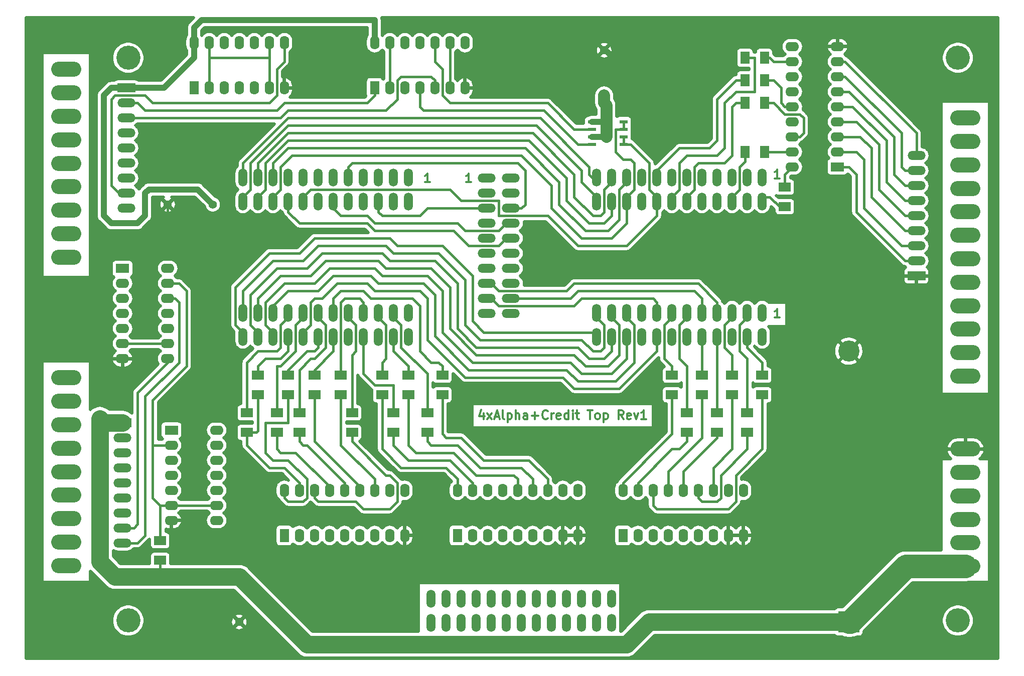
<source format=gbr>
G04 #@! TF.GenerationSoftware,KiCad,Pcbnew,5.0.2-bee76a0~70~ubuntu18.04.1*
G04 #@! TF.CreationDate,2019-03-16T15:06:53+01:00*
G04 #@! TF.ProjectId,Driver,44726976-6572-42e6-9b69-6361645f7063,rev?*
G04 #@! TF.SameCoordinates,Original*
G04 #@! TF.FileFunction,Copper,L1,Top*
G04 #@! TF.FilePolarity,Positive*
%FSLAX46Y46*%
G04 Gerber Fmt 4.6, Leading zero omitted, Abs format (unit mm)*
G04 Created by KiCad (PCBNEW 5.0.2-bee76a0~70~ubuntu18.04.1) date Sa 16 Mär 2019 15:06:53 CET*
%MOMM*%
%LPD*%
G01*
G04 APERTURE LIST*
G04 #@! TA.AperFunction,NonConductor*
%ADD10C,0.300000*%
G04 #@! TD*
G04 #@! TA.AperFunction,SMDPad,CuDef*
%ADD11R,2.032000X1.524000*%
G04 #@! TD*
G04 #@! TA.AperFunction,SMDPad,CuDef*
%ADD12R,1.399540X0.599440*%
G04 #@! TD*
G04 #@! TA.AperFunction,SMDPad,CuDef*
%ADD13R,1.524000X2.032000*%
G04 #@! TD*
G04 #@! TA.AperFunction,ComponentPad*
%ADD14R,3.014980X1.506220*%
G04 #@! TD*
G04 #@! TA.AperFunction,ComponentPad*
%ADD15O,3.014980X1.506220*%
G04 #@! TD*
G04 #@! TA.AperFunction,ComponentPad*
%ADD16O,1.506220X3.014980*%
G04 #@! TD*
G04 #@! TA.AperFunction,ComponentPad*
%ADD17O,5.080000X2.540000*%
G04 #@! TD*
G04 #@! TA.AperFunction,ComponentPad*
%ADD18R,1.574800X2.286000*%
G04 #@! TD*
G04 #@! TA.AperFunction,ComponentPad*
%ADD19O,1.574800X2.286000*%
G04 #@! TD*
G04 #@! TA.AperFunction,ComponentPad*
%ADD20R,2.286000X1.574800*%
G04 #@! TD*
G04 #@! TA.AperFunction,ComponentPad*
%ADD21O,2.286000X1.574800*%
G04 #@! TD*
G04 #@! TA.AperFunction,ComponentPad*
%ADD22R,3.556000X3.556000*%
G04 #@! TD*
G04 #@! TA.AperFunction,ComponentPad*
%ADD23C,3.556000*%
G04 #@! TD*
G04 #@! TA.AperFunction,ComponentPad*
%ADD24C,1.397000*%
G04 #@! TD*
G04 #@! TA.AperFunction,ComponentPad*
%ADD25C,4.064000*%
G04 #@! TD*
G04 #@! TA.AperFunction,ViaPad*
%ADD26C,0.889000*%
G04 #@! TD*
G04 #@! TA.AperFunction,Conductor*
%ADD27C,0.406400*%
G04 #@! TD*
G04 #@! TA.AperFunction,Conductor*
%ADD28C,4.000000*%
G04 #@! TD*
G04 #@! TA.AperFunction,Conductor*
%ADD29C,3.000000*%
G04 #@! TD*
G04 #@! TA.AperFunction,Conductor*
%ADD30C,1.000000*%
G04 #@! TD*
G04 #@! TA.AperFunction,Conductor*
%ADD31C,2.000000*%
G04 #@! TD*
G04 #@! TA.AperFunction,Conductor*
%ADD32C,0.500000*%
G04 #@! TD*
G04 APERTURE END LIST*
D10*
X95192142Y-82863571D02*
X95192142Y-83863571D01*
X94835000Y-82292142D02*
X94477857Y-83363571D01*
X95406428Y-83363571D01*
X95835000Y-83863571D02*
X96620714Y-82863571D01*
X95835000Y-82863571D02*
X96620714Y-83863571D01*
X97120714Y-83435000D02*
X97835000Y-83435000D01*
X96977857Y-83863571D02*
X97477857Y-82363571D01*
X97977857Y-83863571D01*
X98692142Y-83863571D02*
X98549285Y-83792142D01*
X98477857Y-83649285D01*
X98477857Y-82363571D01*
X99263571Y-82863571D02*
X99263571Y-84363571D01*
X99263571Y-82935000D02*
X99406428Y-82863571D01*
X99692142Y-82863571D01*
X99835000Y-82935000D01*
X99906428Y-83006428D01*
X99977857Y-83149285D01*
X99977857Y-83577857D01*
X99906428Y-83720714D01*
X99835000Y-83792142D01*
X99692142Y-83863571D01*
X99406428Y-83863571D01*
X99263571Y-83792142D01*
X100620714Y-83863571D02*
X100620714Y-82363571D01*
X101263571Y-83863571D02*
X101263571Y-83077857D01*
X101192142Y-82935000D01*
X101049285Y-82863571D01*
X100835000Y-82863571D01*
X100692142Y-82935000D01*
X100620714Y-83006428D01*
X102620714Y-83863571D02*
X102620714Y-83077857D01*
X102549285Y-82935000D01*
X102406428Y-82863571D01*
X102120714Y-82863571D01*
X101977857Y-82935000D01*
X102620714Y-83792142D02*
X102477857Y-83863571D01*
X102120714Y-83863571D01*
X101977857Y-83792142D01*
X101906428Y-83649285D01*
X101906428Y-83506428D01*
X101977857Y-83363571D01*
X102120714Y-83292142D01*
X102477857Y-83292142D01*
X102620714Y-83220714D01*
X103335000Y-83292142D02*
X104477857Y-83292142D01*
X103906428Y-83863571D02*
X103906428Y-82720714D01*
X106049285Y-83720714D02*
X105977857Y-83792142D01*
X105763571Y-83863571D01*
X105620714Y-83863571D01*
X105406428Y-83792142D01*
X105263571Y-83649285D01*
X105192142Y-83506428D01*
X105120714Y-83220714D01*
X105120714Y-83006428D01*
X105192142Y-82720714D01*
X105263571Y-82577857D01*
X105406428Y-82435000D01*
X105620714Y-82363571D01*
X105763571Y-82363571D01*
X105977857Y-82435000D01*
X106049285Y-82506428D01*
X106692142Y-83863571D02*
X106692142Y-82863571D01*
X106692142Y-83149285D02*
X106763571Y-83006428D01*
X106835000Y-82935000D01*
X106977857Y-82863571D01*
X107120714Y-82863571D01*
X108192142Y-83792142D02*
X108049285Y-83863571D01*
X107763571Y-83863571D01*
X107620714Y-83792142D01*
X107549285Y-83649285D01*
X107549285Y-83077857D01*
X107620714Y-82935000D01*
X107763571Y-82863571D01*
X108049285Y-82863571D01*
X108192142Y-82935000D01*
X108263571Y-83077857D01*
X108263571Y-83220714D01*
X107549285Y-83363571D01*
X109549285Y-83863571D02*
X109549285Y-82363571D01*
X109549285Y-83792142D02*
X109406428Y-83863571D01*
X109120714Y-83863571D01*
X108977857Y-83792142D01*
X108906428Y-83720714D01*
X108835000Y-83577857D01*
X108835000Y-83149285D01*
X108906428Y-83006428D01*
X108977857Y-82935000D01*
X109120714Y-82863571D01*
X109406428Y-82863571D01*
X109549285Y-82935000D01*
X110263571Y-83863571D02*
X110263571Y-82863571D01*
X110263571Y-82363571D02*
X110192142Y-82435000D01*
X110263571Y-82506428D01*
X110335000Y-82435000D01*
X110263571Y-82363571D01*
X110263571Y-82506428D01*
X110763571Y-82863571D02*
X111335000Y-82863571D01*
X110977857Y-82363571D02*
X110977857Y-83649285D01*
X111049285Y-83792142D01*
X111192142Y-83863571D01*
X111335000Y-83863571D01*
X112763571Y-82363571D02*
X113620714Y-82363571D01*
X113192142Y-83863571D02*
X113192142Y-82363571D01*
X114334999Y-83863571D02*
X114192142Y-83792142D01*
X114120714Y-83720714D01*
X114049285Y-83577857D01*
X114049285Y-83149285D01*
X114120714Y-83006428D01*
X114192142Y-82935000D01*
X114334999Y-82863571D01*
X114549285Y-82863571D01*
X114692142Y-82935000D01*
X114763571Y-83006428D01*
X114834999Y-83149285D01*
X114834999Y-83577857D01*
X114763571Y-83720714D01*
X114692142Y-83792142D01*
X114549285Y-83863571D01*
X114334999Y-83863571D01*
X115477857Y-82863571D02*
X115477857Y-84363571D01*
X115477857Y-82935000D02*
X115620714Y-82863571D01*
X115906428Y-82863571D01*
X116049285Y-82935000D01*
X116120714Y-83006428D01*
X116192142Y-83149285D01*
X116192142Y-83577857D01*
X116120714Y-83720714D01*
X116049285Y-83792142D01*
X115906428Y-83863571D01*
X115620714Y-83863571D01*
X115477857Y-83792142D01*
X118834999Y-83863571D02*
X118334999Y-83149285D01*
X117977857Y-83863571D02*
X117977857Y-82363571D01*
X118549285Y-82363571D01*
X118692142Y-82435000D01*
X118763571Y-82506428D01*
X118834999Y-82649285D01*
X118834999Y-82863571D01*
X118763571Y-83006428D01*
X118692142Y-83077857D01*
X118549285Y-83149285D01*
X117977857Y-83149285D01*
X120049285Y-83792142D02*
X119906428Y-83863571D01*
X119620714Y-83863571D01*
X119477857Y-83792142D01*
X119406428Y-83649285D01*
X119406428Y-83077857D01*
X119477857Y-82935000D01*
X119620714Y-82863571D01*
X119906428Y-82863571D01*
X120049285Y-82935000D01*
X120120714Y-83077857D01*
X120120714Y-83220714D01*
X119406428Y-83363571D01*
X120620714Y-82863571D02*
X120977857Y-83863571D01*
X121335000Y-82863571D01*
X122692142Y-83863571D02*
X121835000Y-83863571D01*
X122263571Y-83863571D02*
X122263571Y-82363571D01*
X122120714Y-82577857D01*
X121977857Y-82720714D01*
X121835000Y-82792142D01*
X145208571Y-66718571D02*
X144351428Y-66718571D01*
X144780000Y-66718571D02*
X144780000Y-65218571D01*
X144637142Y-65432857D01*
X144494285Y-65575714D01*
X144351428Y-65647142D01*
X145208571Y-43223571D02*
X144351428Y-43223571D01*
X144780000Y-43223571D02*
X144780000Y-41723571D01*
X144637142Y-41937857D01*
X144494285Y-42080714D01*
X144351428Y-42152142D01*
X93138571Y-43858571D02*
X92281428Y-43858571D01*
X92710000Y-43858571D02*
X92710000Y-42358571D01*
X92567142Y-42572857D01*
X92424285Y-42715714D01*
X92281428Y-42787142D01*
X86153571Y-43858571D02*
X85296428Y-43858571D01*
X85725000Y-43858571D02*
X85725000Y-42358571D01*
X85582142Y-42572857D01*
X85439285Y-42715714D01*
X85296428Y-42787142D01*
D11*
G04 #@! TO.P,R27,1*
G04 #@! TO.N,N-00000138*
X127000000Y-79756000D03*
G04 #@! TO.P,R27,2*
G04 #@! TO.N,/NT*
X127000000Y-76454000D03*
G04 #@! TD*
G04 #@! TO.P,R33,1*
G04 #@! TO.N,N-00000127*
X129540000Y-86106000D03*
G04 #@! TO.P,R33,2*
G04 #@! TO.N,/NS*
X129540000Y-82804000D03*
G04 #@! TD*
G04 #@! TO.P,R28,1*
G04 #@! TO.N,N-00000126*
X142240000Y-79756000D03*
G04 #@! TO.P,R28,2*
G04 #@! TO.N,/NN*
X142240000Y-76454000D03*
G04 #@! TD*
G04 #@! TO.P,R34,1*
G04 #@! TO.N,N-00000125*
X132080000Y-79756000D03*
G04 #@! TO.P,R34,2*
G04 #@! TO.N,/NR*
X132080000Y-76454000D03*
G04 #@! TD*
G04 #@! TO.P,R29,1*
G04 #@! TO.N,N-00000124*
X134620000Y-86106000D03*
G04 #@! TO.P,R29,2*
G04 #@! TO.N,/NP*
X134620000Y-82804000D03*
G04 #@! TD*
G04 #@! TO.P,R35,1*
G04 #@! TO.N,N-00000123*
X139700000Y-86106000D03*
G04 #@! TO.P,R35,2*
G04 #@! TO.N,/NM*
X139700000Y-82804000D03*
G04 #@! TD*
G04 #@! TO.P,R30,1*
G04 #@! TO.N,N-00000122*
X137160000Y-79756000D03*
G04 #@! TO.P,R30,2*
G04 #@! TO.N,/NK*
X137160000Y-76454000D03*
G04 #@! TD*
G04 #@! TO.P,R31,1*
G04 #@! TO.N,N-0000055*
X146050000Y-44704000D03*
G04 #@! TO.P,R31,2*
G04 #@! TO.N,/NB*
X146050000Y-48006000D03*
G04 #@! TD*
D12*
G04 #@! TO.P,Q6,8*
G04 #@! TO.N,/ST11*
X118872000Y-33655000D03*
G04 #@! TO.P,Q6,1*
G04 #@! TO.N,VDD*
X113538000Y-33655000D03*
G04 #@! TO.P,Q6,7*
G04 #@! TO.N,/ST11*
X118872000Y-34925000D03*
G04 #@! TO.P,Q6,6*
G04 #@! TO.N,/ST10*
X118872000Y-36195000D03*
G04 #@! TO.P,Q6,5*
X118872000Y-37465000D03*
G04 #@! TO.P,Q6,2*
G04 #@! TO.N,N-0000029*
X113538000Y-34925000D03*
G04 #@! TO.P,Q6,3*
G04 #@! TO.N,VDD*
X113538000Y-36195000D03*
G04 #@! TO.P,Q6,4*
G04 #@! TO.N,N-0000030*
X113538000Y-37465000D03*
G04 #@! TD*
D11*
G04 #@! TO.P,R2,1*
G04 #@! TO.N,N-0000015*
X64135000Y-86106000D03*
G04 #@! TO.P,R2,2*
G04 #@! TO.N,/AT*
X64135000Y-82804000D03*
G04 #@! TD*
G04 #@! TO.P,R6,1*
G04 #@! TO.N,N-0000012*
X66675000Y-79756000D03*
G04 #@! TO.P,R6,2*
G04 #@! TO.N,/AD*
X66675000Y-76454000D03*
G04 #@! TD*
G04 #@! TO.P,R26,1*
G04 #@! TO.N,/BLANKING*
X40640000Y-104394000D03*
G04 #@! TO.P,R26,2*
G04 #@! TO.N,VDD*
X40640000Y-107696000D03*
G04 #@! TD*
G04 #@! TO.P,R3,1*
G04 #@! TO.N,N-0000016*
X60325000Y-86106000D03*
G04 #@! TO.P,R3,2*
G04 #@! TO.N,/AG*
X60325000Y-82804000D03*
G04 #@! TD*
G04 #@! TO.P,R9,1*
G04 #@! TO.N,N-000002*
X88265000Y-79756000D03*
G04 #@! TO.P,R9,2*
G04 #@! TO.N,/AS*
X88265000Y-76454000D03*
G04 #@! TD*
G04 #@! TO.P,R16,1*
G04 #@! TO.N,N-000007*
X85725000Y-86106000D03*
G04 #@! TO.P,R16,2*
G04 #@! TO.N,/AM*
X85725000Y-82804000D03*
G04 #@! TD*
G04 #@! TO.P,R15,1*
G04 #@! TO.N,N-000008*
X82550000Y-79756000D03*
G04 #@! TO.P,R15,2*
G04 #@! TO.N,/AN*
X82550000Y-76454000D03*
G04 #@! TD*
G04 #@! TO.P,R10,1*
G04 #@! TO.N,N-0000018*
X62230000Y-79756000D03*
G04 #@! TO.P,R10,2*
G04 #@! TO.N,/ADOT*
X62230000Y-76454000D03*
G04 #@! TD*
G04 #@! TO.P,R7,1*
G04 #@! TO.N,N-0000064*
X57150000Y-79756000D03*
G04 #@! TO.P,R7,2*
G04 #@! TO.N,/AE*
X57150000Y-76454000D03*
G04 #@! TD*
G04 #@! TO.P,R1,1*
G04 #@! TO.N,N-0000017*
X73025000Y-86106000D03*
G04 #@! TO.P,R1,2*
G04 #@! TO.N,/AU*
X73025000Y-82804000D03*
G04 #@! TD*
G04 #@! TO.P,R5,1*
G04 #@! TO.N,N-0000014*
X71120000Y-79756000D03*
G04 #@! TO.P,R5,2*
G04 #@! TO.N,/AH*
X71120000Y-76454000D03*
G04 #@! TD*
D13*
G04 #@! TO.P,R24,1*
G04 #@! TO.N,N-000005*
X142621000Y-38735000D03*
G04 #@! TO.P,R24,2*
G04 #@! TO.N,/NC*
X139319000Y-38735000D03*
G04 #@! TD*
G04 #@! TO.P,R23,1*
G04 #@! TO.N,N-000004*
X142621000Y-30480000D03*
G04 #@! TO.P,R23,2*
G04 #@! TO.N,/ND*
X139319000Y-30480000D03*
G04 #@! TD*
G04 #@! TO.P,R21,1*
G04 #@! TO.N,N-000003*
X142621000Y-26670000D03*
G04 #@! TO.P,R21,2*
G04 #@! TO.N,/NG*
X139319000Y-26670000D03*
G04 #@! TD*
G04 #@! TO.P,R18,1*
G04 #@! TO.N,N-0000019*
X142621000Y-22860000D03*
G04 #@! TO.P,R18,2*
G04 #@! TO.N,/NDOT*
X139319000Y-22860000D03*
G04 #@! TD*
D11*
G04 #@! TO.P,R4,1*
G04 #@! TO.N,N-0000064*
X55245000Y-86106000D03*
G04 #@! TO.P,R4,2*
G04 #@! TO.N,/AF*
X55245000Y-82804000D03*
G04 #@! TD*
G04 #@! TO.P,R11,1*
G04 #@! TO.N,N-0000013*
X78105000Y-79756000D03*
G04 #@! TO.P,R11,2*
G04 #@! TO.N,/AK*
X78105000Y-76454000D03*
G04 #@! TD*
G04 #@! TO.P,R12,1*
G04 #@! TO.N,N-0000011*
X80010000Y-86106000D03*
G04 #@! TO.P,R12,2*
G04 #@! TO.N,/AP*
X80010000Y-82804000D03*
G04 #@! TD*
D14*
G04 #@! TO.P,RN3,1*
G04 #@! TO.N,VDD*
X34925000Y-27940000D03*
D15*
G04 #@! TO.P,RN3,2*
G04 #@! TO.N,/IST9*
X34925000Y-30480000D03*
G04 #@! TO.P,RN3,3*
G04 #@! TO.N,/IST10*
X34925000Y-33020000D03*
G04 #@! TO.P,RN3,4*
G04 #@! TO.N,/IST11*
X34925000Y-35560000D03*
G04 #@! TO.P,RN3,5*
G04 #@! TO.N,/IST12*
X34925000Y-38100000D03*
G04 #@! TO.P,RN3,6*
G04 #@! TO.N,/IST13*
X34925000Y-40640000D03*
G04 #@! TO.P,RN3,7*
G04 #@! TO.N,/IST14*
X34925000Y-43180000D03*
G04 #@! TO.P,RN3,8*
G04 #@! TO.N,/IST15*
X34925000Y-45720000D03*
G04 #@! TO.P,RN3,9*
G04 #@! TO.N,/IST16*
X34925000Y-48260000D03*
G04 #@! TD*
D14*
G04 #@! TO.P,RN1,1*
G04 #@! TO.N,VSS*
X168275000Y-59690000D03*
D15*
G04 #@! TO.P,RN1,2*
G04 #@! TO.N,/INA*
X168275000Y-57150000D03*
G04 #@! TO.P,RN1,3*
G04 #@! TO.N,/INB*
X168275000Y-54610000D03*
G04 #@! TO.P,RN1,4*
G04 #@! TO.N,/INC*
X168275000Y-52070000D03*
G04 #@! TO.P,RN1,5*
G04 #@! TO.N,/IND*
X168275000Y-49530000D03*
G04 #@! TO.P,RN1,6*
G04 #@! TO.N,/INE*
X168275000Y-46990000D03*
G04 #@! TO.P,RN1,7*
G04 #@! TO.N,/INF*
X168275000Y-44450000D03*
G04 #@! TO.P,RN1,8*
G04 #@! TO.N,/ING*
X168275000Y-41910000D03*
G04 #@! TO.P,RN1,9*
G04 #@! TO.N,/INDOT*
X168275000Y-39370000D03*
G04 #@! TD*
D14*
G04 #@! TO.P,RN2,1*
G04 #@! TO.N,VDD*
X34290000Y-84455000D03*
D15*
G04 #@! TO.P,RN2,2*
G04 #@! TO.N,/IST1*
X34290000Y-86995000D03*
G04 #@! TO.P,RN2,3*
G04 #@! TO.N,/IST2*
X34290000Y-89535000D03*
G04 #@! TO.P,RN2,4*
G04 #@! TO.N,/IST3*
X34290000Y-92075000D03*
G04 #@! TO.P,RN2,5*
G04 #@! TO.N,/IST4*
X34290000Y-94615000D03*
G04 #@! TO.P,RN2,6*
G04 #@! TO.N,/IST5*
X34290000Y-97155000D03*
G04 #@! TO.P,RN2,7*
G04 #@! TO.N,/IST6*
X34290000Y-99695000D03*
G04 #@! TO.P,RN2,8*
G04 #@! TO.N,/IST7*
X34290000Y-102235000D03*
G04 #@! TO.P,RN2,9*
G04 #@! TO.N,/IST8*
X34290000Y-104775000D03*
G04 #@! TD*
D16*
G04 #@! TO.P,ALPHASEG1,1*
G04 #@! TO.N,VSS*
X116840000Y-114185000D03*
G04 #@! TO.P,ALPHASEG1,2*
G04 #@! TO.N,/BLANKING*
X116840000Y-118225000D03*
G04 #@! TO.P,ALPHASEG1,3*
G04 #@! TO.N,/INH*
X114300000Y-114185000D03*
G04 #@! TO.P,ALPHASEG1,4*
G04 #@! TO.N,/INJ*
X114300000Y-118225000D03*
G04 #@! TO.P,ALPHASEG1,5*
G04 #@! TO.N,/INK*
X111760000Y-114185000D03*
G04 #@! TO.P,ALPHASEG1,6*
G04 #@! TO.N,/INM*
X111760000Y-118225000D03*
G04 #@! TO.P,ALPHASEG1,7*
G04 #@! TO.N,/INN*
X109220000Y-114185000D03*
G04 #@! TO.P,ALPHASEG1,8*
G04 #@! TO.N,/INP*
X109220000Y-118225000D03*
G04 #@! TO.P,ALPHASEG1,9*
G04 #@! TO.N,/INR*
X106680000Y-114185000D03*
G04 #@! TO.P,ALPHASEG1,10*
G04 #@! TO.N,N/C*
X106680000Y-118225000D03*
G04 #@! TO.P,ALPHASEG1,11*
G04 #@! TO.N,/IAH*
X104140000Y-114185000D03*
G04 #@! TO.P,ALPHASEG1,12*
G04 #@! TO.N,/IAJ*
X104140000Y-118225000D03*
G04 #@! TO.P,ALPHASEG1,13*
G04 #@! TO.N,/IAK*
X101600000Y-114185000D03*
G04 #@! TO.P,ALPHASEG1,14*
G04 #@! TO.N,/IAM*
X101600000Y-118225000D03*
G04 #@! TO.P,ALPHASEG1,15*
G04 #@! TO.N,/IAN*
X99060000Y-114185000D03*
G04 #@! TO.P,ALPHASEG1,16*
G04 #@! TO.N,/IAP*
X99060000Y-118225000D03*
G04 #@! TO.P,ALPHASEG1,17*
G04 #@! TO.N,/IAR*
X96520000Y-114185000D03*
G04 #@! TO.P,ALPHASEG1,18*
G04 #@! TO.N,N/C*
X96520000Y-118225000D03*
G04 #@! TO.P,ALPHASEG1,19*
G04 #@! TO.N,/IAA*
X93980000Y-114185000D03*
G04 #@! TO.P,ALPHASEG1,20*
G04 #@! TO.N,/IAB*
X93980000Y-118225000D03*
G04 #@! TO.P,ALPHASEG1,21*
G04 #@! TO.N,/IAC*
X91440000Y-114185000D03*
G04 #@! TO.P,ALPHASEG1,22*
G04 #@! TO.N,/IAD*
X91440000Y-118225000D03*
G04 #@! TO.P,ALPHASEG1,23*
G04 #@! TO.N,/IAE*
X88900000Y-114185000D03*
G04 #@! TO.P,ALPHASEG1,24*
G04 #@! TO.N,/IAF*
X88900000Y-118225000D03*
G04 #@! TO.P,ALPHASEG1,25*
G04 #@! TO.N,/IAG*
X86360000Y-114185000D03*
G04 #@! TO.P,ALPHASEG1,26*
G04 #@! TO.N,/IADOT*
X86360000Y-118225000D03*
G04 #@! TD*
G04 #@! TO.P,PLAYER2,1*
G04 #@! TO.N,/AA*
X82550000Y-43065000D03*
G04 #@! TO.P,PLAYER2,2*
G04 #@! TO.N,/AB*
X82550000Y-47105000D03*
G04 #@! TO.P,PLAYER2,3*
G04 #@! TO.N,/AM*
X80010000Y-43065000D03*
G04 #@! TO.P,PLAYER2,4*
G04 #@! TO.N,/AN*
X80010000Y-47105000D03*
G04 #@! TO.P,PLAYER2,5*
G04 #@! TO.N,/AK*
X77470000Y-43065000D03*
G04 #@! TO.P,PLAYER2,6*
G04 #@! TO.N,/AC*
X77470000Y-47105000D03*
G04 #@! TO.P,PLAYER2,7*
G04 #@! TO.N,/AH*
X74930000Y-43065000D03*
G04 #@! TO.P,PLAYER2,8*
G04 #@! TO.N,/AP*
X74930000Y-47105000D03*
G04 #@! TO.P,PLAYER2,9*
G04 #@! TO.N,/AU*
X72390000Y-43065000D03*
G04 #@! TO.P,PLAYER2,10*
G04 #@! TO.N,/AR*
X72390000Y-47105000D03*
G04 #@! TO.P,PLAYER2,11*
G04 #@! TO.N,/AS*
X69850000Y-43065000D03*
G04 #@! TO.P,PLAYER2,12*
G04 #@! TO.N,/AD*
X69850000Y-47105000D03*
G04 #@! TO.P,PLAYER2,13*
G04 #@! TO.N,/AT*
X67310000Y-43065000D03*
G04 #@! TO.P,PLAYER2,14*
G04 #@! TO.N,/ADOT*
X67310000Y-47105000D03*
G04 #@! TO.P,PLAYER2,15*
G04 #@! TO.N,/AG*
X64770000Y-43065000D03*
G04 #@! TO.P,PLAYER2,16*
G04 #@! TO.N,/ST10*
X64770000Y-47105000D03*
G04 #@! TO.P,PLAYER2,17*
G04 #@! TO.N,/AF*
X62230000Y-43065000D03*
G04 #@! TO.P,PLAYER2,18*
G04 #@! TO.N,/AE*
X62230000Y-47105000D03*
G04 #@! TO.P,PLAYER2,19*
G04 #@! TO.N,/ST16*
X59690000Y-43065000D03*
G04 #@! TO.P,PLAYER2,20*
G04 #@! TO.N,/ST11*
X59690000Y-47105000D03*
G04 #@! TO.P,PLAYER2,21*
G04 #@! TO.N,/ST15*
X57150000Y-43065000D03*
G04 #@! TO.P,PLAYER2,22*
G04 #@! TO.N,/ST12*
X57150000Y-47105000D03*
G04 #@! TO.P,PLAYER2,23*
G04 #@! TO.N,/ST14*
X54610000Y-43065000D03*
G04 #@! TO.P,PLAYER2,24*
G04 #@! TO.N,/ST13*
X54610000Y-47105000D03*
G04 #@! TD*
G04 #@! TO.P,PLAYER3,1*
G04 #@! TO.N,/NA*
X142240000Y-65925000D03*
G04 #@! TO.P,PLAYER3,2*
G04 #@! TO.N,/NB*
X142240000Y-69965000D03*
G04 #@! TO.P,PLAYER3,3*
G04 #@! TO.N,/NM*
X139700000Y-65925000D03*
G04 #@! TO.P,PLAYER3,4*
G04 #@! TO.N,/NN*
X139700000Y-69965000D03*
G04 #@! TO.P,PLAYER3,5*
G04 #@! TO.N,/NK*
X137160000Y-65925000D03*
G04 #@! TO.P,PLAYER3,6*
G04 #@! TO.N,/NC*
X137160000Y-69965000D03*
G04 #@! TO.P,PLAYER3,7*
G04 #@! TO.N,/NH*
X134620000Y-65925000D03*
G04 #@! TO.P,PLAYER3,8*
G04 #@! TO.N,/NP*
X134620000Y-69965000D03*
G04 #@! TO.P,PLAYER3,9*
G04 #@! TO.N,/NU*
X132080000Y-65925000D03*
G04 #@! TO.P,PLAYER3,10*
G04 #@! TO.N,/NR*
X132080000Y-69965000D03*
G04 #@! TO.P,PLAYER3,11*
G04 #@! TO.N,/NS*
X129540000Y-65925000D03*
G04 #@! TO.P,PLAYER3,12*
G04 #@! TO.N,/ND*
X129540000Y-69965000D03*
G04 #@! TO.P,PLAYER3,13*
G04 #@! TO.N,/NT*
X127000000Y-65925000D03*
G04 #@! TO.P,PLAYER3,14*
G04 #@! TO.N,/NDOT*
X127000000Y-69965000D03*
G04 #@! TO.P,PLAYER3,15*
G04 #@! TO.N,/NG*
X124460000Y-65925000D03*
G04 #@! TO.P,PLAYER3,16*
G04 #@! TO.N,/ST2*
X124460000Y-69965000D03*
G04 #@! TO.P,PLAYER3,17*
G04 #@! TO.N,/NF*
X121920000Y-65925000D03*
G04 #@! TO.P,PLAYER3,18*
G04 #@! TO.N,/NE*
X121920000Y-69965000D03*
G04 #@! TO.P,PLAYER3,19*
G04 #@! TO.N,/ST8*
X119380000Y-65925000D03*
G04 #@! TO.P,PLAYER3,20*
G04 #@! TO.N,/ST3*
X119380000Y-69965000D03*
G04 #@! TO.P,PLAYER3,21*
G04 #@! TO.N,/ST7*
X116840000Y-65925000D03*
G04 #@! TO.P,PLAYER3,22*
G04 #@! TO.N,/ST4*
X116840000Y-69965000D03*
G04 #@! TO.P,PLAYER3,23*
G04 #@! TO.N,/ST6*
X114300000Y-65925000D03*
G04 #@! TO.P,PLAYER3,24*
G04 #@! TO.N,/ST5*
X114300000Y-69965000D03*
G04 #@! TD*
G04 #@! TO.P,PLAYER4,1*
G04 #@! TO.N,/NA*
X142240000Y-43065000D03*
G04 #@! TO.P,PLAYER4,2*
G04 #@! TO.N,/NB*
X142240000Y-47105000D03*
G04 #@! TO.P,PLAYER4,3*
G04 #@! TO.N,/NM*
X139700000Y-43065000D03*
G04 #@! TO.P,PLAYER4,4*
G04 #@! TO.N,/NN*
X139700000Y-47105000D03*
G04 #@! TO.P,PLAYER4,5*
G04 #@! TO.N,/NK*
X137160000Y-43065000D03*
G04 #@! TO.P,PLAYER4,6*
G04 #@! TO.N,/NC*
X137160000Y-47105000D03*
G04 #@! TO.P,PLAYER4,7*
G04 #@! TO.N,/NH*
X134620000Y-43065000D03*
G04 #@! TO.P,PLAYER4,8*
G04 #@! TO.N,/NP*
X134620000Y-47105000D03*
G04 #@! TO.P,PLAYER4,9*
G04 #@! TO.N,/NU*
X132080000Y-43065000D03*
G04 #@! TO.P,PLAYER4,10*
G04 #@! TO.N,/NR*
X132080000Y-47105000D03*
G04 #@! TO.P,PLAYER4,11*
G04 #@! TO.N,/NS*
X129540000Y-43065000D03*
G04 #@! TO.P,PLAYER4,12*
G04 #@! TO.N,/ND*
X129540000Y-47105000D03*
G04 #@! TO.P,PLAYER4,13*
G04 #@! TO.N,/NT*
X127000000Y-43065000D03*
G04 #@! TO.P,PLAYER4,14*
G04 #@! TO.N,/NDOT*
X127000000Y-47105000D03*
G04 #@! TO.P,PLAYER4,15*
G04 #@! TO.N,/NG*
X124460000Y-43065000D03*
G04 #@! TO.P,PLAYER4,16*
G04 #@! TO.N,/ST10*
X124460000Y-47105000D03*
G04 #@! TO.P,PLAYER4,17*
G04 #@! TO.N,/NF*
X121920000Y-43065000D03*
G04 #@! TO.P,PLAYER4,18*
G04 #@! TO.N,/NE*
X121920000Y-47105000D03*
G04 #@! TO.P,PLAYER4,19*
G04 #@! TO.N,/ST16*
X119380000Y-43065000D03*
G04 #@! TO.P,PLAYER4,20*
G04 #@! TO.N,/ST11*
X119380000Y-47105000D03*
G04 #@! TO.P,PLAYER4,21*
G04 #@! TO.N,/ST15*
X116840000Y-43065000D03*
G04 #@! TO.P,PLAYER4,22*
G04 #@! TO.N,/ST12*
X116840000Y-47105000D03*
G04 #@! TO.P,PLAYER4,23*
G04 #@! TO.N,/ST14*
X114300000Y-43065000D03*
G04 #@! TO.P,PLAYER4,24*
G04 #@! TO.N,/ST13*
X114300000Y-47105000D03*
G04 #@! TD*
G04 #@! TO.P,PLAYER1,1*
G04 #@! TO.N,/AA*
X82550000Y-65925000D03*
G04 #@! TO.P,PLAYER1,2*
G04 #@! TO.N,/AB*
X82550000Y-69965000D03*
G04 #@! TO.P,PLAYER1,3*
G04 #@! TO.N,/AM*
X80010000Y-65925000D03*
G04 #@! TO.P,PLAYER1,4*
G04 #@! TO.N,/AN*
X80010000Y-69965000D03*
G04 #@! TO.P,PLAYER1,5*
G04 #@! TO.N,/AK*
X77470000Y-65925000D03*
G04 #@! TO.P,PLAYER1,6*
G04 #@! TO.N,/AC*
X77470000Y-69965000D03*
G04 #@! TO.P,PLAYER1,7*
G04 #@! TO.N,/AH*
X74930000Y-65925000D03*
G04 #@! TO.P,PLAYER1,8*
G04 #@! TO.N,/AP*
X74930000Y-69965000D03*
G04 #@! TO.P,PLAYER1,9*
G04 #@! TO.N,/AU*
X72390000Y-65925000D03*
G04 #@! TO.P,PLAYER1,10*
G04 #@! TO.N,/AR*
X72390000Y-69965000D03*
G04 #@! TO.P,PLAYER1,11*
G04 #@! TO.N,/AS*
X69850000Y-65925000D03*
G04 #@! TO.P,PLAYER1,12*
G04 #@! TO.N,/AD*
X69850000Y-69965000D03*
G04 #@! TO.P,PLAYER1,13*
G04 #@! TO.N,/AT*
X67310000Y-65925000D03*
G04 #@! TO.P,PLAYER1,14*
G04 #@! TO.N,/ADOT*
X67310000Y-69965000D03*
G04 #@! TO.P,PLAYER1,15*
G04 #@! TO.N,/AG*
X64770000Y-65925000D03*
G04 #@! TO.P,PLAYER1,16*
G04 #@! TO.N,/ST2*
X64770000Y-69965000D03*
G04 #@! TO.P,PLAYER1,17*
G04 #@! TO.N,/AF*
X62230000Y-65925000D03*
G04 #@! TO.P,PLAYER1,18*
G04 #@! TO.N,/AE*
X62230000Y-69965000D03*
G04 #@! TO.P,PLAYER1,19*
G04 #@! TO.N,/ST8*
X59690000Y-65925000D03*
G04 #@! TO.P,PLAYER1,20*
G04 #@! TO.N,/ST3*
X59690000Y-69965000D03*
G04 #@! TO.P,PLAYER1,21*
G04 #@! TO.N,/ST7*
X57150000Y-65925000D03*
G04 #@! TO.P,PLAYER1,22*
G04 #@! TO.N,/ST4*
X57150000Y-69965000D03*
G04 #@! TO.P,PLAYER1,23*
G04 #@! TO.N,/ST6*
X54610000Y-65925000D03*
G04 #@! TO.P,PLAYER1,24*
G04 #@! TO.N,/ST5*
X54610000Y-69965000D03*
G04 #@! TD*
D15*
G04 #@! TO.P,CREDIT1,1*
G04 #@! TO.N,/ST9*
X95770000Y-43180000D03*
G04 #@! TO.P,CREDIT1,2*
G04 #@! TO.N,/ST1*
X99810000Y-43180000D03*
G04 #@! TO.P,CREDIT1,3*
G04 #@! TO.N,/AA*
X95770000Y-45720000D03*
G04 #@! TO.P,CREDIT1,4*
G04 #@! TO.N,/AH*
X99810000Y-45720000D03*
G04 #@! TO.P,CREDIT1,5*
G04 #@! TO.N,/AC*
X95770000Y-48260000D03*
G04 #@! TO.P,CREDIT1,6*
G04 #@! TO.N,/AU*
X99810000Y-48260000D03*
G04 #@! TO.P,CREDIT1,7*
G04 #@! TO.N,/AG*
X95770000Y-50800000D03*
G04 #@! TO.P,CREDIT1,8*
G04 #@! TO.N,/AD*
X99810000Y-50800000D03*
G04 #@! TO.P,CREDIT1,9*
G04 #@! TO.N,N/C*
X95770000Y-53340000D03*
G04 #@! TO.P,CREDIT1,10*
G04 #@! TO.N,/AE*
X99810000Y-53340000D03*
G04 #@! TO.P,CREDIT1,11*
G04 #@! TO.N,N/C*
X95770000Y-55880000D03*
G04 #@! TO.P,CREDIT1,12*
X99810000Y-55880000D03*
G04 #@! TO.P,CREDIT1,13*
X95770000Y-58420000D03*
G04 #@! TO.P,CREDIT1,14*
G04 #@! TO.N,/NA*
X99810000Y-58420000D03*
G04 #@! TO.P,CREDIT1,15*
G04 #@! TO.N,/NH*
X95770000Y-60960000D03*
G04 #@! TO.P,CREDIT1,16*
G04 #@! TO.N,/NC*
X99810000Y-60960000D03*
G04 #@! TO.P,CREDIT1,17*
G04 #@! TO.N,/NG*
X95770000Y-63500000D03*
G04 #@! TO.P,CREDIT1,18*
G04 #@! TO.N,/NU*
X99810000Y-63500000D03*
G04 #@! TO.P,CREDIT1,19*
G04 #@! TO.N,/ND*
X95770000Y-66040000D03*
G04 #@! TO.P,CREDIT1,20*
G04 #@! TO.N,/NE*
X99810000Y-66040000D03*
G04 #@! TD*
D17*
G04 #@! TO.P,STROBE1,3*
G04 #@! TO.N,/IST6*
X24765000Y-100660200D03*
G04 #@! TO.P,STROBE1,2*
G04 #@! TO.N,/IST7*
X24765000Y-104622600D03*
G04 #@! TO.P,STROBE1,1*
G04 #@! TO.N,/IST8*
X24765000Y-108585000D03*
G04 #@! TO.P,STROBE1,4*
G04 #@! TO.N,/IST5*
X24765000Y-96697800D03*
G04 #@! TO.P,STROBE1,5*
G04 #@! TO.N,/IST4*
X24765000Y-92735400D03*
G04 #@! TO.P,STROBE1,6*
G04 #@! TO.N,/IST3*
X24765000Y-88773000D03*
G04 #@! TO.P,STROBE1,7*
G04 #@! TO.N,/IST2*
X24765000Y-84810600D03*
G04 #@! TO.P,STROBE1,8*
G04 #@! TO.N,N/C*
X24765000Y-80848200D03*
G04 #@! TO.P,STROBE1,9*
G04 #@! TO.N,/IST1*
X24765000Y-76885800D03*
G04 #@! TD*
G04 #@! TO.P,STROBE2,3*
G04 #@! TO.N,/IST14*
X24765000Y-48590200D03*
G04 #@! TO.P,STROBE2,2*
G04 #@! TO.N,/IST15*
X24765000Y-52552600D03*
G04 #@! TO.P,STROBE2,1*
G04 #@! TO.N,/IST16*
X24765000Y-56515000D03*
G04 #@! TO.P,STROBE2,4*
G04 #@! TO.N,/IST13*
X24765000Y-44627800D03*
G04 #@! TO.P,STROBE2,5*
G04 #@! TO.N,/IST12*
X24765000Y-40665400D03*
G04 #@! TO.P,STROBE2,6*
G04 #@! TO.N,/IST11*
X24765000Y-36703000D03*
G04 #@! TO.P,STROBE2,7*
G04 #@! TO.N,N/C*
X24765000Y-32740600D03*
G04 #@! TO.P,STROBE2,8*
G04 #@! TO.N,/IST10*
X24765000Y-28778200D03*
G04 #@! TO.P,STROBE2,9*
G04 #@! TO.N,/IST9*
X24765000Y-24815800D03*
G04 #@! TD*
G04 #@! TO.P,POWER1,3*
G04 #@! TO.N,N/C*
X176530000Y-96824800D03*
G04 #@! TO.P,POWER1,2*
X176530000Y-92862400D03*
G04 #@! TO.P,POWER1,1*
G04 #@! TO.N,VSS*
X176530000Y-88900000D03*
G04 #@! TO.P,POWER1,4*
G04 #@! TO.N,N/C*
X176530000Y-100787200D03*
G04 #@! TO.P,POWER1,5*
X176530000Y-104749600D03*
G04 #@! TO.P,POWER1,6*
G04 #@! TO.N,VDD*
X176530000Y-108712000D03*
G04 #@! TD*
G04 #@! TO.P,NUMSEG1,11*
G04 #@! TO.N,N/C*
X176530000Y-72644000D03*
G04 #@! TO.P,NUMSEG1,12*
X176530000Y-76606400D03*
G04 #@! TO.P,NUMSEG1,10*
X176530000Y-68681600D03*
G04 #@! TO.P,NUMSEG1,3*
G04 #@! TO.N,/INF*
X176530000Y-40944800D03*
G04 #@! TO.P,NUMSEG1,2*
G04 #@! TO.N,/ING*
X176530000Y-36982400D03*
G04 #@! TO.P,NUMSEG1,1*
G04 #@! TO.N,/INDOT*
X176530000Y-33020000D03*
G04 #@! TO.P,NUMSEG1,4*
G04 #@! TO.N,/INE*
X176530000Y-44907200D03*
G04 #@! TO.P,NUMSEG1,5*
G04 #@! TO.N,/IND*
X176530000Y-48869600D03*
G04 #@! TO.P,NUMSEG1,6*
G04 #@! TO.N,N/C*
X176530000Y-52832000D03*
G04 #@! TO.P,NUMSEG1,7*
G04 #@! TO.N,/INC*
X176530000Y-56794400D03*
G04 #@! TO.P,NUMSEG1,8*
G04 #@! TO.N,/INB*
X176530000Y-60756800D03*
G04 #@! TO.P,NUMSEG1,9*
G04 #@! TO.N,/INA*
X176530000Y-64719200D03*
G04 #@! TD*
D18*
G04 #@! TO.P,IC1,1*
G04 #@! TO.N,/IADOT*
X61595000Y-103505000D03*
D19*
G04 #@! TO.P,IC1,2*
G04 #@! TO.N,/IAD*
X64135000Y-103505000D03*
G04 #@! TO.P,IC1,3*
G04 #@! TO.N,/IAG*
X66675000Y-103505000D03*
G04 #@! TO.P,IC1,4*
G04 #@! TO.N,/IAE*
X69215000Y-103505000D03*
G04 #@! TO.P,IC1,5*
G04 #@! TO.N,/IAR*
X71755000Y-103505000D03*
G04 #@! TO.P,IC1,6*
G04 #@! TO.N,/IAC*
X74295000Y-103505000D03*
G04 #@! TO.P,IC1,7*
G04 #@! TO.N,/IAF*
X76835000Y-103505000D03*
G04 #@! TO.P,IC1,8*
G04 #@! TO.N,/IAA*
X79375000Y-103505000D03*
G04 #@! TO.P,IC1,9*
G04 #@! TO.N,VSS*
X81915000Y-103505000D03*
G04 #@! TO.P,IC1,10*
G04 #@! TO.N,N/C*
X81915000Y-95885000D03*
G04 #@! TO.P,IC1,11*
G04 #@! TO.N,N-0000063*
X79375000Y-95885000D03*
G04 #@! TO.P,IC1,12*
G04 #@! TO.N,N-0000014*
X76835000Y-95885000D03*
G04 #@! TO.P,IC1,13*
G04 #@! TO.N,N-0000012*
X74295000Y-95885000D03*
G04 #@! TO.P,IC1,14*
G04 #@! TO.N,N-0000015*
X71755000Y-95885000D03*
G04 #@! TO.P,IC1,15*
G04 #@! TO.N,N-0000016*
X69215000Y-95885000D03*
G04 #@! TO.P,IC1,16*
G04 #@! TO.N,N-0000017*
X66675000Y-95885000D03*
G04 #@! TO.P,IC1,17*
G04 #@! TO.N,N-0000064*
X64135000Y-95885000D03*
G04 #@! TO.P,IC1,18*
G04 #@! TO.N,N-0000018*
X61595000Y-95885000D03*
G04 #@! TD*
D18*
G04 #@! TO.P,IC4,1*
G04 #@! TO.N,/INR*
X118745000Y-103505000D03*
D19*
G04 #@! TO.P,IC4,2*
G04 #@! TO.N,/INP*
X121285000Y-103505000D03*
G04 #@! TO.P,IC4,3*
G04 #@! TO.N,/INK*
X123825000Y-103505000D03*
G04 #@! TO.P,IC4,4*
G04 #@! TO.N,/INN*
X126365000Y-103505000D03*
G04 #@! TO.P,IC4,5*
G04 #@! TO.N,/INM*
X128905000Y-103505000D03*
G04 #@! TO.P,IC4,6*
G04 #@! TO.N,/INJ*
X131445000Y-103505000D03*
G04 #@! TO.P,IC4,7*
G04 #@! TO.N,/INH*
X133985000Y-103505000D03*
G04 #@! TO.P,IC4,8*
G04 #@! TO.N,VSS*
X136525000Y-103505000D03*
G04 #@! TO.P,IC4,9*
X139065000Y-103505000D03*
G04 #@! TO.P,IC4,10*
G04 #@! TO.N,N/C*
X139065000Y-95885000D03*
G04 #@! TO.P,IC4,11*
X136525000Y-95885000D03*
G04 #@! TO.P,IC4,12*
G04 #@! TO.N,N-00000122*
X133985000Y-95885000D03*
G04 #@! TO.P,IC4,13*
G04 #@! TO.N,N-00000123*
X131445000Y-95885000D03*
G04 #@! TO.P,IC4,14*
G04 #@! TO.N,N-00000124*
X128905000Y-95885000D03*
G04 #@! TO.P,IC4,15*
G04 #@! TO.N,N-00000125*
X126365000Y-95885000D03*
G04 #@! TO.P,IC4,16*
G04 #@! TO.N,N-00000126*
X123825000Y-95885000D03*
G04 #@! TO.P,IC4,17*
G04 #@! TO.N,N-00000127*
X121285000Y-95885000D03*
G04 #@! TO.P,IC4,18*
G04 #@! TO.N,N-00000138*
X118745000Y-95885000D03*
G04 #@! TD*
D18*
G04 #@! TO.P,IC2,1*
G04 #@! TO.N,/IAH*
X90805000Y-103505000D03*
D19*
G04 #@! TO.P,IC2,2*
G04 #@! TO.N,/IAM*
X93345000Y-103505000D03*
G04 #@! TO.P,IC2,3*
G04 #@! TO.N,/IAB*
X95885000Y-103505000D03*
G04 #@! TO.P,IC2,4*
G04 #@! TO.N,/IAN*
X98425000Y-103505000D03*
G04 #@! TO.P,IC2,5*
G04 #@! TO.N,/IAK*
X100965000Y-103505000D03*
G04 #@! TO.P,IC2,6*
G04 #@! TO.N,/IAJ*
X103505000Y-103505000D03*
G04 #@! TO.P,IC2,7*
G04 #@! TO.N,/IAP*
X106045000Y-103505000D03*
G04 #@! TO.P,IC2,8*
G04 #@! TO.N,VSS*
X108585000Y-103505000D03*
G04 #@! TO.P,IC2,9*
X111125000Y-103505000D03*
G04 #@! TO.P,IC2,10*
G04 #@! TO.N,N/C*
X111125000Y-95885000D03*
G04 #@! TO.P,IC2,11*
X108585000Y-95885000D03*
G04 #@! TO.P,IC2,12*
G04 #@! TO.N,N-000002*
X106045000Y-95885000D03*
G04 #@! TO.P,IC2,13*
G04 #@! TO.N,N-000007*
X103505000Y-95885000D03*
G04 #@! TO.P,IC2,14*
G04 #@! TO.N,N-000008*
X100965000Y-95885000D03*
G04 #@! TO.P,IC2,15*
G04 #@! TO.N,N-000009*
X98425000Y-95885000D03*
G04 #@! TO.P,IC2,16*
G04 #@! TO.N,N-0000010*
X95885000Y-95885000D03*
G04 #@! TO.P,IC2,17*
G04 #@! TO.N,N-0000011*
X93345000Y-95885000D03*
G04 #@! TO.P,IC2,18*
G04 #@! TO.N,N-0000013*
X90805000Y-95885000D03*
G04 #@! TD*
D20*
G04 #@! TO.P,IC3,1*
G04 #@! TO.N,/INA*
X154940000Y-41275000D03*
D21*
G04 #@! TO.P,IC3,2*
G04 #@! TO.N,/INB*
X154940000Y-38735000D03*
G04 #@! TO.P,IC3,3*
G04 #@! TO.N,/INC*
X154940000Y-36195000D03*
G04 #@! TO.P,IC3,4*
G04 #@! TO.N,/IND*
X154940000Y-33655000D03*
G04 #@! TO.P,IC3,5*
G04 #@! TO.N,/INE*
X154940000Y-31115000D03*
G04 #@! TO.P,IC3,6*
G04 #@! TO.N,/INF*
X154940000Y-28575000D03*
G04 #@! TO.P,IC3,7*
G04 #@! TO.N,/ING*
X154940000Y-26035000D03*
G04 #@! TO.P,IC3,8*
G04 #@! TO.N,/INDOT*
X154940000Y-23495000D03*
G04 #@! TO.P,IC3,9*
G04 #@! TO.N,VSS*
X154940000Y-20955000D03*
G04 #@! TO.P,IC3,10*
G04 #@! TO.N,N/C*
X147320000Y-20955000D03*
G04 #@! TO.P,IC3,11*
G04 #@! TO.N,N-0000019*
X147320000Y-23495000D03*
G04 #@! TO.P,IC3,12*
G04 #@! TO.N,N-0000020*
X147320000Y-26035000D03*
G04 #@! TO.P,IC3,13*
G04 #@! TO.N,N-000006*
X147320000Y-28575000D03*
G04 #@! TO.P,IC3,14*
G04 #@! TO.N,N-000003*
X147320000Y-31115000D03*
G04 #@! TO.P,IC3,15*
G04 #@! TO.N,N-0000054*
X147320000Y-33655000D03*
G04 #@! TO.P,IC3,16*
G04 #@! TO.N,N-000004*
X147320000Y-36195000D03*
G04 #@! TO.P,IC3,17*
G04 #@! TO.N,N-000005*
X147320000Y-38735000D03*
G04 #@! TO.P,IC3,18*
G04 #@! TO.N,N-0000055*
X147320000Y-41275000D03*
G04 #@! TD*
D18*
G04 #@! TO.P,IC8,1*
G04 #@! TO.N,/IST13*
X46355000Y-27940000D03*
D19*
G04 #@! TO.P,IC8,2*
G04 #@! TO.N,/BLANKING*
X48895000Y-27940000D03*
G04 #@! TO.P,IC8,3*
G04 #@! TO.N,N-0000045*
X51435000Y-27940000D03*
G04 #@! TO.P,IC8,4*
G04 #@! TO.N,N-0000043*
X53975000Y-27940000D03*
G04 #@! TO.P,IC8,5*
G04 #@! TO.N,/IST14*
X56515000Y-27940000D03*
G04 #@! TO.P,IC8,6*
G04 #@! TO.N,/BLANKING*
X59055000Y-27940000D03*
G04 #@! TO.P,IC8,7*
G04 #@! TO.N,VSS*
X61595000Y-27940000D03*
G04 #@! TO.P,IC8,8*
G04 #@! TO.N,/IST15*
X61595000Y-20320000D03*
G04 #@! TO.P,IC8,9*
G04 #@! TO.N,/BLANKING*
X59055000Y-20320000D03*
G04 #@! TO.P,IC8,10*
G04 #@! TO.N,N-0000044*
X56515000Y-20320000D03*
G04 #@! TO.P,IC8,11*
G04 #@! TO.N,N-0000046*
X53975000Y-20320000D03*
G04 #@! TO.P,IC8,12*
G04 #@! TO.N,/IST16*
X51435000Y-20320000D03*
G04 #@! TO.P,IC8,13*
G04 #@! TO.N,/BLANKING*
X48895000Y-20320000D03*
G04 #@! TO.P,IC8,14*
G04 #@! TO.N,VDD*
X46355000Y-20320000D03*
G04 #@! TD*
D18*
G04 #@! TO.P,IC7,1*
G04 #@! TO.N,/IST9*
X76835000Y-27940000D03*
D19*
G04 #@! TO.P,IC7,2*
G04 #@! TO.N,/BLANKING*
X79375000Y-27940000D03*
G04 #@! TO.P,IC7,3*
G04 #@! TO.N,N-0000025*
X81915000Y-27940000D03*
G04 #@! TO.P,IC7,4*
G04 #@! TO.N,N-0000030*
X84455000Y-27940000D03*
G04 #@! TO.P,IC7,5*
G04 #@! TO.N,/IST10*
X86995000Y-27940000D03*
G04 #@! TO.P,IC7,6*
G04 #@! TO.N,/BLANKING*
X89535000Y-27940000D03*
G04 #@! TO.P,IC7,7*
G04 #@! TO.N,VSS*
X92075000Y-27940000D03*
G04 #@! TO.P,IC7,8*
G04 #@! TO.N,/IST11*
X92075000Y-20320000D03*
G04 #@! TO.P,IC7,9*
G04 #@! TO.N,/BLANKING*
X89535000Y-20320000D03*
G04 #@! TO.P,IC7,10*
G04 #@! TO.N,N-0000029*
X86995000Y-20320000D03*
G04 #@! TO.P,IC7,11*
G04 #@! TO.N,N-0000028*
X84455000Y-20320000D03*
G04 #@! TO.P,IC7,12*
G04 #@! TO.N,/IST12*
X81915000Y-20320000D03*
G04 #@! TO.P,IC7,13*
G04 #@! TO.N,/BLANKING*
X79375000Y-20320000D03*
G04 #@! TO.P,IC7,14*
G04 #@! TO.N,VDD*
X76835000Y-20320000D03*
G04 #@! TD*
D20*
G04 #@! TO.P,IC6,1*
G04 #@! TO.N,/IST5*
X34290000Y-58420000D03*
D21*
G04 #@! TO.P,IC6,2*
G04 #@! TO.N,/BLANKING*
X34290000Y-60960000D03*
G04 #@! TO.P,IC6,3*
G04 #@! TO.N,N-0000035*
X34290000Y-63500000D03*
G04 #@! TO.P,IC6,4*
G04 #@! TO.N,N-0000034*
X34290000Y-66040000D03*
G04 #@! TO.P,IC6,5*
G04 #@! TO.N,/IST6*
X34290000Y-68580000D03*
G04 #@! TO.P,IC6,6*
G04 #@! TO.N,/BLANKING*
X34290000Y-71120000D03*
G04 #@! TO.P,IC6,7*
G04 #@! TO.N,VSS*
X34290000Y-73660000D03*
G04 #@! TO.P,IC6,8*
G04 #@! TO.N,/IST7*
X41910000Y-73660000D03*
G04 #@! TO.P,IC6,9*
G04 #@! TO.N,/BLANKING*
X41910000Y-71120000D03*
G04 #@! TO.P,IC6,10*
G04 #@! TO.N,N-0000027*
X41910000Y-68580000D03*
G04 #@! TO.P,IC6,11*
G04 #@! TO.N,N-0000026*
X41910000Y-66040000D03*
G04 #@! TO.P,IC6,12*
G04 #@! TO.N,/IST8*
X41910000Y-63500000D03*
G04 #@! TO.P,IC6,13*
G04 #@! TO.N,/BLANKING*
X41910000Y-60960000D03*
G04 #@! TO.P,IC6,14*
G04 #@! TO.N,VDD*
X41910000Y-58420000D03*
G04 #@! TD*
D20*
G04 #@! TO.P,IC5,1*
G04 #@! TO.N,/IST1*
X42545000Y-85725000D03*
D21*
G04 #@! TO.P,IC5,2*
G04 #@! TO.N,/BLANKING*
X42545000Y-88265000D03*
G04 #@! TO.P,IC5,3*
G04 #@! TO.N,N-0000033*
X42545000Y-90805000D03*
G04 #@! TO.P,IC5,4*
G04 #@! TO.N,N-0000032*
X42545000Y-93345000D03*
G04 #@! TO.P,IC5,5*
G04 #@! TO.N,/IST2*
X42545000Y-95885000D03*
G04 #@! TO.P,IC5,6*
G04 #@! TO.N,/BLANKING*
X42545000Y-98425000D03*
G04 #@! TO.P,IC5,7*
G04 #@! TO.N,VSS*
X42545000Y-100965000D03*
G04 #@! TO.P,IC5,8*
G04 #@! TO.N,/IST3*
X50165000Y-100965000D03*
G04 #@! TO.P,IC5,9*
G04 #@! TO.N,/BLANKING*
X50165000Y-98425000D03*
G04 #@! TO.P,IC5,10*
G04 #@! TO.N,N-0000031*
X50165000Y-95885000D03*
G04 #@! TO.P,IC5,11*
G04 #@! TO.N,N-0000036*
X50165000Y-93345000D03*
G04 #@! TO.P,IC5,12*
G04 #@! TO.N,/IST4*
X50165000Y-90805000D03*
G04 #@! TO.P,IC5,13*
G04 #@! TO.N,/BLANKING*
X50165000Y-88265000D03*
G04 #@! TO.P,IC5,14*
G04 #@! TO.N,VDD*
X50165000Y-85725000D03*
G04 #@! TD*
D22*
G04 #@! TO.P,C4,1*
G04 #@! TO.N,VDD*
X156845000Y-118110000D03*
D23*
G04 #@! TO.P,C4,2*
G04 #@! TO.N,VSS*
X156845000Y-72390000D03*
G04 #@! TD*
D24*
G04 #@! TO.P,C3,1*
G04 #@! TO.N,VDD*
X53975000Y-110490000D03*
G04 #@! TO.P,C3,2*
G04 #@! TO.N,VSS*
X53975000Y-118110000D03*
G04 #@! TD*
G04 #@! TO.P,C2,1*
G04 #@! TO.N,VDD*
X49530000Y-47625000D03*
G04 #@! TO.P,C2,2*
G04 #@! TO.N,VSS*
X41910000Y-47625000D03*
G04 #@! TD*
G04 #@! TO.P,C1,1*
G04 #@! TO.N,VDD*
X115570000Y-29210000D03*
G04 #@! TO.P,C1,2*
G04 #@! TO.N,VSS*
X115570000Y-21590000D03*
G04 #@! TD*
D25*
G04 #@! TO.P,1PIN,1*
G04 #@! TO.N,N/C*
X175260000Y-22860000D03*
G04 #@! TD*
G04 #@! TO.P,1PIN,1*
G04 #@! TO.N,N/C*
X35260000Y-22860000D03*
G04 #@! TD*
G04 #@! TO.P,1PIN,1*
G04 #@! TO.N,N/C*
X175260000Y-117860000D03*
G04 #@! TD*
G04 #@! TO.P,1PIN,1*
G04 #@! TO.N,N/C*
X35260000Y-117860000D03*
G04 #@! TD*
D26*
G04 #@! TO.N,VSS*
X57785000Y-52070000D03*
X109220000Y-57785000D03*
X124460000Y-29845000D03*
G04 #@! TD*
D27*
G04 #@! TO.N,/AC*
X77470000Y-46355000D02*
X77470000Y-48895000D01*
X85725000Y-48260000D02*
X96520000Y-48260000D01*
X84455000Y-49530000D02*
X85725000Y-48260000D01*
X78105000Y-49530000D02*
X84455000Y-49530000D01*
X77470000Y-48895000D02*
X78105000Y-49530000D01*
G04 #@! TO.N,/AD*
X69850000Y-46355000D02*
X69850000Y-48260000D01*
X97790000Y-52070000D02*
X99060000Y-50800000D01*
X92075000Y-52070000D02*
X97790000Y-52070000D01*
X90805000Y-50800000D02*
X92075000Y-52070000D01*
X76835000Y-50800000D02*
X90805000Y-50800000D01*
X75565000Y-49530000D02*
X76835000Y-50800000D01*
X71120000Y-49530000D02*
X75565000Y-49530000D01*
X69850000Y-48260000D02*
X71120000Y-49530000D01*
X66675000Y-76454000D02*
X66675000Y-75565000D01*
X69850000Y-72390000D02*
X69850000Y-69215000D01*
X66675000Y-75565000D02*
X69850000Y-72390000D01*
G04 #@! TO.N,/ADOT*
X62230000Y-76454000D02*
X62230000Y-75565000D01*
X67310000Y-71755000D02*
X67310000Y-69215000D01*
X66675000Y-72390000D02*
X67310000Y-71755000D01*
X65405000Y-72390000D02*
X66675000Y-72390000D01*
X62230000Y-75565000D02*
X65405000Y-72390000D01*
G04 #@! TO.N,/AE*
X62230000Y-46355000D02*
X62230000Y-48895000D01*
X97790000Y-54610000D02*
X99060000Y-53340000D01*
X92710000Y-54610000D02*
X97790000Y-54610000D01*
X90170000Y-52070000D02*
X92710000Y-54610000D01*
X76835000Y-52070000D02*
X90170000Y-52070000D01*
X75565000Y-50800000D02*
X76835000Y-52070000D01*
X64135000Y-50800000D02*
X75565000Y-50800000D01*
X62230000Y-48895000D02*
X64135000Y-50800000D01*
X57150000Y-76454000D02*
X57150000Y-74930000D01*
X62230000Y-72390000D02*
X62230000Y-69215000D01*
X60960000Y-73660000D02*
X62230000Y-72390000D01*
X58420000Y-73660000D02*
X60960000Y-73660000D01*
X57150000Y-74930000D02*
X58420000Y-73660000D01*
G04 #@! TO.N,/AF*
X55245000Y-82804000D02*
X55245000Y-74295000D01*
X60960000Y-67945000D02*
X62230000Y-66675000D01*
X60960000Y-71755000D02*
X60960000Y-67945000D01*
X60325000Y-72390000D02*
X60960000Y-71755000D01*
X57150000Y-72390000D02*
X60325000Y-72390000D01*
X55245000Y-74295000D02*
X57150000Y-72390000D01*
G04 #@! TO.N,/AG*
X60325000Y-82804000D02*
X60325000Y-75565000D01*
X63500000Y-72390000D02*
X63500000Y-67945000D01*
X63500000Y-67945000D02*
X64770000Y-66675000D01*
X60960000Y-74930000D02*
X63500000Y-72390000D01*
X60325000Y-74930000D02*
X60960000Y-74930000D01*
X60325000Y-75565000D02*
X60325000Y-74930000D01*
G04 #@! TO.N,/AH*
X71120000Y-76454000D02*
X71120000Y-64135000D01*
X74930000Y-64135000D02*
X74930000Y-66675000D01*
X74295000Y-63500000D02*
X74930000Y-64135000D01*
X71755000Y-63500000D02*
X74295000Y-63500000D01*
X71120000Y-64135000D02*
X71755000Y-63500000D01*
G04 #@! TO.N,/AK*
X77470000Y-66675000D02*
X78740000Y-67945000D01*
X78105000Y-74295000D02*
X78105000Y-76454000D01*
X78740000Y-73660000D02*
X78105000Y-74295000D01*
X78740000Y-67945000D02*
X78740000Y-73660000D01*
G04 #@! TO.N,/AM*
X80010000Y-66675000D02*
X81280000Y-67945000D01*
X85725000Y-76200000D02*
X85725000Y-82804000D01*
X81280000Y-71755000D02*
X85725000Y-76200000D01*
X81280000Y-67945000D02*
X81280000Y-71755000D01*
G04 #@! TO.N,/AN*
X80010000Y-69215000D02*
X80010000Y-72390000D01*
X82550000Y-74930000D02*
X82550000Y-76454000D01*
X80010000Y-72390000D02*
X82550000Y-74930000D01*
G04 #@! TO.N,/AP*
X80010000Y-82804000D02*
X80010000Y-78105000D01*
X74930000Y-76200000D02*
X74930000Y-69215000D01*
X76835000Y-78105000D02*
X74930000Y-76200000D01*
X80010000Y-78105000D02*
X76835000Y-78105000D01*
G04 #@! TO.N,/AS*
X69850000Y-66675000D02*
X69850000Y-63500000D01*
X88265000Y-74930000D02*
X88265000Y-76454000D01*
X87630000Y-74295000D02*
X88265000Y-74930000D01*
X86360000Y-74295000D02*
X87630000Y-74295000D01*
X84455000Y-72390000D02*
X86360000Y-74295000D01*
X84455000Y-64770000D02*
X84455000Y-72390000D01*
X83185000Y-63500000D02*
X84455000Y-64770000D01*
X76200000Y-63500000D02*
X83185000Y-63500000D01*
X74930000Y-62230000D02*
X76200000Y-63500000D01*
X71120000Y-62230000D02*
X74930000Y-62230000D01*
X69850000Y-63500000D02*
X71120000Y-62230000D01*
G04 #@! TO.N,/AT*
X64135000Y-82804000D02*
X64135000Y-75565000D01*
X68580000Y-67945000D02*
X67310000Y-66675000D01*
X68580000Y-71755000D02*
X68580000Y-67945000D01*
X66675000Y-73660000D02*
X68580000Y-71755000D01*
X66040000Y-73660000D02*
X66675000Y-73660000D01*
X64135000Y-75565000D02*
X66040000Y-73660000D01*
G04 #@! TO.N,/AU*
X99060000Y-48260000D02*
X101600000Y-48260000D01*
X72390000Y-41275000D02*
X72390000Y-43815000D01*
X73025000Y-40640000D02*
X72390000Y-41275000D01*
X100965000Y-40640000D02*
X73025000Y-40640000D01*
X102235000Y-41910000D02*
X100965000Y-40640000D01*
X102235000Y-47625000D02*
X102235000Y-41910000D01*
X101600000Y-48260000D02*
X102235000Y-47625000D01*
X73025000Y-82804000D02*
X73025000Y-73025000D01*
X73660000Y-67945000D02*
X72390000Y-66675000D01*
X73660000Y-72390000D02*
X73660000Y-67945000D01*
X73025000Y-73025000D02*
X73660000Y-72390000D01*
G04 #@! TO.N,/BLANKING*
X40640000Y-104394000D02*
X40640000Y-102235000D01*
X40640000Y-102235000D02*
X40640000Y-98425000D01*
X89535000Y-20320000D02*
X89535000Y-27940000D01*
X44704000Y-75311000D02*
X44450000Y-75565000D01*
X39370000Y-88265000D02*
X42545000Y-88265000D01*
X42545000Y-98425000D02*
X50165000Y-98425000D01*
X41910000Y-60960000D02*
X43815000Y-60960000D01*
X40640000Y-98425000D02*
X42545000Y-98425000D01*
X39370000Y-97155000D02*
X40640000Y-98425000D01*
X39370000Y-80645000D02*
X39370000Y-88265000D01*
X39370000Y-88265000D02*
X39370000Y-97155000D01*
X45085000Y-74930000D02*
X44450000Y-75565000D01*
X44450000Y-75565000D02*
X39370000Y-80645000D01*
X45085000Y-62230000D02*
X45085000Y-74930000D01*
X43815000Y-60960000D02*
X45085000Y-62230000D01*
X41910000Y-71120000D02*
X34290000Y-71120000D01*
X79375000Y-20320000D02*
X79375000Y-27940000D01*
X48895000Y-22860000D02*
X48895000Y-27940000D01*
X59055000Y-22860000D02*
X48895000Y-22860000D01*
X48895000Y-22860000D02*
X48895000Y-20320000D01*
X59055000Y-27940000D02*
X59055000Y-22860000D01*
X59055000Y-22860000D02*
X59055000Y-20320000D01*
G04 #@! TO.N,/INA*
X154940000Y-41275000D02*
X156845000Y-41275000D01*
X166370000Y-57150000D02*
X168275000Y-57150000D01*
X158115000Y-48895000D02*
X166370000Y-57150000D01*
X158115000Y-42545000D02*
X158115000Y-48895000D01*
X156845000Y-41275000D02*
X158115000Y-42545000D01*
G04 #@! TO.N,/INB*
X154940000Y-38735000D02*
X158115000Y-38735000D01*
X165735000Y-54610000D02*
X168275000Y-54610000D01*
X159385000Y-48260000D02*
X165735000Y-54610000D01*
X159385000Y-40005000D02*
X159385000Y-48260000D01*
X158115000Y-38735000D02*
X159385000Y-40005000D01*
G04 #@! TO.N,/INC*
X154940000Y-36195000D02*
X158750000Y-36195000D01*
X166370000Y-52070000D02*
X168275000Y-52070000D01*
X160655000Y-46355000D02*
X166370000Y-52070000D01*
X160655000Y-38100000D02*
X160655000Y-46355000D01*
X158750000Y-36195000D02*
X160655000Y-38100000D01*
G04 #@! TO.N,/IND*
X154940000Y-33655000D02*
X158115000Y-33655000D01*
X166370000Y-49530000D02*
X168275000Y-49530000D01*
X161925000Y-45085000D02*
X166370000Y-49530000D01*
X161925000Y-37465000D02*
X161925000Y-45085000D01*
X158115000Y-33655000D02*
X161925000Y-37465000D01*
G04 #@! TO.N,/INDOT*
X154940000Y-23495000D02*
X156210000Y-23495000D01*
X168275000Y-35560000D02*
X168275000Y-39370000D01*
X156210000Y-23495000D02*
X168275000Y-35560000D01*
G04 #@! TO.N,/INE*
X154940000Y-31115000D02*
X157480000Y-31115000D01*
X166370000Y-46990000D02*
X168275000Y-46990000D01*
X163195000Y-43815000D02*
X166370000Y-46990000D01*
X163195000Y-36830000D02*
X163195000Y-43815000D01*
X157480000Y-31115000D02*
X163195000Y-36830000D01*
G04 #@! TO.N,/INF*
X154940000Y-28575000D02*
X156845000Y-28575000D01*
X166370000Y-44450000D02*
X168275000Y-44450000D01*
X164465000Y-42545000D02*
X166370000Y-44450000D01*
X164465000Y-36195000D02*
X164465000Y-42545000D01*
X156845000Y-28575000D02*
X164465000Y-36195000D01*
G04 #@! TO.N,/ING*
X154940000Y-26035000D02*
X156210000Y-26035000D01*
X166370000Y-41910000D02*
X168275000Y-41910000D01*
X165735000Y-41275000D02*
X166370000Y-41910000D01*
X165735000Y-35560000D02*
X165735000Y-41275000D01*
X156210000Y-26035000D02*
X165735000Y-35560000D01*
G04 #@! TO.N,/IST10*
X86995000Y-27940000D02*
X86995000Y-26670000D01*
X60960000Y-33020000D02*
X34925000Y-33020000D01*
X62230000Y-31750000D02*
X60960000Y-33020000D01*
X78740000Y-31750000D02*
X62230000Y-31750000D01*
X80645000Y-29845000D02*
X78740000Y-31750000D01*
X80645000Y-26670000D02*
X80645000Y-29845000D01*
X81280000Y-26035000D02*
X80645000Y-26670000D01*
X86360000Y-26035000D02*
X81280000Y-26035000D01*
X86995000Y-26670000D02*
X86360000Y-26035000D01*
G04 #@! TO.N,/IST15*
X61595000Y-20320000D02*
X61595000Y-23495000D01*
X33655000Y-45720000D02*
X34925000Y-45720000D01*
X32385000Y-44450000D02*
X33655000Y-45720000D01*
X32385000Y-29845000D02*
X32385000Y-44450000D01*
X33020000Y-29210000D02*
X32385000Y-29845000D01*
X38100000Y-29210000D02*
X33020000Y-29210000D01*
X39370000Y-30480000D02*
X38100000Y-29210000D01*
X59055000Y-30480000D02*
X39370000Y-30480000D01*
X60325000Y-29210000D02*
X59055000Y-30480000D01*
X60325000Y-24765000D02*
X60325000Y-29210000D01*
X61595000Y-23495000D02*
X60325000Y-24765000D01*
G04 #@! TO.N,/IST7*
X41910000Y-73660000D02*
X41910000Y-74295000D01*
X36195000Y-102235000D02*
X34290000Y-102235000D01*
X36830000Y-101600000D02*
X36195000Y-102235000D01*
X36830000Y-79375000D02*
X36830000Y-101600000D01*
X41910000Y-74295000D02*
X36830000Y-79375000D01*
G04 #@! TO.N,/IST8*
X41910000Y-63500000D02*
X43180000Y-63500000D01*
X36830000Y-104775000D02*
X34290000Y-104775000D01*
X38100000Y-103505000D02*
X36830000Y-104775000D01*
X38100000Y-80010000D02*
X38100000Y-103505000D01*
X43815000Y-74295000D02*
X38100000Y-80010000D01*
X43815000Y-64135000D02*
X43815000Y-74295000D01*
X43180000Y-63500000D02*
X43815000Y-64135000D01*
G04 #@! TO.N,/IST9*
X75565000Y-30480000D02*
X76835000Y-29210000D01*
X61595000Y-30480000D02*
X60325000Y-31750000D01*
X60325000Y-31750000D02*
X38100000Y-31750000D01*
X38100000Y-31750000D02*
X36830000Y-30480000D01*
X34925000Y-30480000D02*
X36830000Y-30480000D01*
X75565000Y-30480000D02*
X61595000Y-30480000D01*
X76835000Y-29210000D02*
X76835000Y-27940000D01*
G04 #@! TO.N,/NB*
X146050000Y-48006000D02*
X145161000Y-48006000D01*
X143510000Y-46355000D02*
X142240000Y-46355000D01*
X145161000Y-48006000D02*
X143510000Y-46355000D01*
G04 #@! TO.N,/NC*
X139319000Y-38735000D02*
X139319000Y-40386000D01*
X138430000Y-45085000D02*
X137160000Y-46355000D01*
X138430000Y-41275000D02*
X138430000Y-45085000D01*
X139319000Y-40386000D02*
X138430000Y-41275000D01*
G04 #@! TO.N,/ND*
X139319000Y-30480000D02*
X137795000Y-30480000D01*
X130810000Y-45085000D02*
X129540000Y-46355000D01*
X130810000Y-41275000D02*
X130810000Y-45085000D01*
X131445000Y-40640000D02*
X130810000Y-41275000D01*
X135890000Y-40640000D02*
X131445000Y-40640000D01*
X137160000Y-39370000D02*
X135890000Y-40640000D01*
X137160000Y-31115000D02*
X137160000Y-39370000D01*
X137795000Y-30480000D02*
X137160000Y-31115000D01*
G04 #@! TO.N,/NDOT*
X139319000Y-22860000D02*
X140970000Y-22860000D01*
X128270000Y-45085000D02*
X127000000Y-46355000D01*
X128270000Y-40640000D02*
X128270000Y-45085000D01*
X129540000Y-39370000D02*
X128270000Y-40640000D01*
X134620000Y-39370000D02*
X129540000Y-39370000D01*
X135890000Y-38100000D02*
X134620000Y-39370000D01*
X135890000Y-30480000D02*
X135890000Y-38100000D01*
X137795000Y-28575000D02*
X135890000Y-30480000D01*
X140970000Y-28575000D02*
X137795000Y-28575000D01*
X140970000Y-22860000D02*
X140970000Y-28575000D01*
G04 #@! TO.N,/NG*
X139319000Y-26670000D02*
X137795000Y-26670000D01*
X124460000Y-41910000D02*
X124460000Y-43815000D01*
X128270000Y-38100000D02*
X124460000Y-41910000D01*
X133350000Y-38100000D02*
X128270000Y-38100000D01*
X134620000Y-36830000D02*
X133350000Y-38100000D01*
X134620000Y-29845000D02*
X134620000Y-36830000D01*
X137795000Y-26670000D02*
X134620000Y-29845000D01*
X96520000Y-63500000D02*
X97790000Y-64770000D01*
X124460000Y-64135000D02*
X124460000Y-66675000D01*
X123825000Y-63500000D02*
X124460000Y-64135000D01*
X111760000Y-63500000D02*
X123825000Y-63500000D01*
X110490000Y-64770000D02*
X111760000Y-63500000D01*
X97790000Y-64770000D02*
X110490000Y-64770000D01*
G04 #@! TO.N,/NH*
X96520000Y-60960000D02*
X97790000Y-62230000D01*
X134620000Y-64135000D02*
X134620000Y-66675000D01*
X131445000Y-60960000D02*
X134620000Y-64135000D01*
X110490000Y-60960000D02*
X131445000Y-60960000D01*
X109220000Y-62230000D02*
X110490000Y-60960000D01*
X97790000Y-62230000D02*
X109220000Y-62230000D01*
G04 #@! TO.N,/NK*
X137160000Y-76454000D02*
X137160000Y-73025000D01*
X135890000Y-67945000D02*
X137160000Y-66675000D01*
X135890000Y-71755000D02*
X135890000Y-67945000D01*
X137160000Y-73025000D02*
X135890000Y-71755000D01*
G04 #@! TO.N,/NM*
X139700000Y-82804000D02*
X139700000Y-73660000D01*
X138430000Y-67945000D02*
X139700000Y-66675000D01*
X138430000Y-72390000D02*
X138430000Y-67945000D01*
X139700000Y-73660000D02*
X138430000Y-72390000D01*
G04 #@! TO.N,/NN*
X142240000Y-76454000D02*
X142240000Y-74295000D01*
X139700000Y-71755000D02*
X139700000Y-69215000D01*
X142240000Y-74295000D02*
X139700000Y-71755000D01*
G04 #@! TO.N,/NP*
X134620000Y-82804000D02*
X134620000Y-69215000D01*
G04 #@! TO.N,/NR*
X132080000Y-76454000D02*
X132080000Y-69215000D01*
G04 #@! TO.N,/NS*
X129540000Y-82804000D02*
X129540000Y-74930000D01*
X128270000Y-67945000D02*
X129540000Y-66675000D01*
X128270000Y-73660000D02*
X128270000Y-67945000D01*
X129540000Y-74930000D02*
X128270000Y-73660000D01*
G04 #@! TO.N,/NT*
X127000000Y-76454000D02*
X127000000Y-74930000D01*
X125730000Y-67945000D02*
X127000000Y-66675000D01*
X125730000Y-73660000D02*
X125730000Y-67945000D01*
X127000000Y-74930000D02*
X125730000Y-73660000D01*
G04 #@! TO.N,/NU*
X99060000Y-63500000D02*
X109855000Y-63500000D01*
X132080000Y-63500000D02*
X132080000Y-66675000D01*
X130810000Y-62230000D02*
X132080000Y-63500000D01*
X111125000Y-62230000D02*
X130810000Y-62230000D01*
X109855000Y-63500000D02*
X111125000Y-62230000D01*
G04 #@! TO.N,/ST10*
X118872000Y-37465000D02*
X120015000Y-37465000D01*
X123190000Y-45085000D02*
X124460000Y-46355000D01*
X123190000Y-40640000D02*
X123190000Y-45085000D01*
X120015000Y-37465000D02*
X123190000Y-40640000D01*
X118872000Y-36195000D02*
X118872000Y-37465000D01*
X89535000Y-45085000D02*
X91440000Y-46990000D01*
X111125000Y-54610000D02*
X119380000Y-54610000D01*
X119380000Y-54610000D02*
X124460000Y-49530000D01*
X124460000Y-46355000D02*
X124460000Y-49530000D01*
X66040000Y-45085000D02*
X64770000Y-46355000D01*
X66040000Y-45085000D02*
X89535000Y-45085000D01*
X106045000Y-49530000D02*
X111125000Y-54610000D01*
X97790000Y-49530000D02*
X106045000Y-49530000D01*
X97790000Y-46990000D02*
X97790000Y-49530000D01*
X91440000Y-46990000D02*
X97790000Y-46990000D01*
G04 #@! TO.N,/ST11*
X118872000Y-34925000D02*
X117475000Y-34925000D01*
X120650000Y-45085000D02*
X119380000Y-46355000D01*
X120650000Y-40640000D02*
X120650000Y-45085000D01*
X120015000Y-40005000D02*
X120650000Y-40640000D01*
X118745000Y-40005000D02*
X120015000Y-40005000D01*
X117475000Y-38735000D02*
X118745000Y-40005000D01*
X117475000Y-34925000D02*
X117475000Y-38735000D01*
X118872000Y-33655000D02*
X118872000Y-34925000D01*
X62865000Y-39370000D02*
X101600000Y-39370000D01*
X106680000Y-48260000D02*
X111760000Y-53340000D01*
X111760000Y-53340000D02*
X116840000Y-53340000D01*
X116840000Y-53340000D02*
X119380000Y-50800000D01*
X119380000Y-46355000D02*
X119380000Y-50800000D01*
X60960000Y-45085000D02*
X59690000Y-46355000D01*
X101600000Y-39370000D02*
X106680000Y-44450000D01*
X60960000Y-41275000D02*
X62865000Y-39370000D01*
X60960000Y-45085000D02*
X60960000Y-41275000D01*
X106680000Y-44450000D02*
X106680000Y-48260000D01*
G04 #@! TO.N,/ST12*
X62230000Y-36830000D02*
X102870000Y-36830000D01*
X109220000Y-43180000D02*
X109220000Y-46990000D01*
X58420000Y-45085000D02*
X58420000Y-40640000D01*
X58420000Y-40640000D02*
X62230000Y-36830000D01*
X102870000Y-36830000D02*
X109220000Y-43180000D01*
X58420000Y-45085000D02*
X57150000Y-46355000D01*
X116840000Y-46355000D02*
X116840000Y-49530000D01*
X115570000Y-50800000D02*
X116840000Y-49530000D01*
X113030000Y-50800000D02*
X115570000Y-50800000D01*
X109220000Y-46990000D02*
X113030000Y-50800000D01*
G04 #@! TO.N,/ST13*
X62230000Y-34290000D02*
X104140000Y-34290000D01*
X114300000Y-46355000D02*
X111760000Y-43815000D01*
X55880000Y-45085000D02*
X54610000Y-46355000D01*
X104140000Y-34290000D02*
X111760000Y-41910000D01*
X55880000Y-40640000D02*
X62230000Y-34290000D01*
X55880000Y-45085000D02*
X55880000Y-40640000D01*
X111760000Y-41910000D02*
X111760000Y-43815000D01*
G04 #@! TO.N,/ST14*
X104775000Y-33020000D02*
X113030000Y-41275000D01*
X54610000Y-43815000D02*
X54610000Y-40640000D01*
X54610000Y-40640000D02*
X62230000Y-33020000D01*
X62230000Y-33020000D02*
X104775000Y-33020000D01*
X113030000Y-42545000D02*
X114300000Y-43815000D01*
X113030000Y-41275000D02*
X113030000Y-42545000D01*
G04 #@! TO.N,/ST15*
X62230000Y-35560000D02*
X103505000Y-35560000D01*
X110490000Y-46355000D02*
X113665000Y-49530000D01*
X113665000Y-49530000D02*
X114935000Y-49530000D01*
X114935000Y-49530000D02*
X115570000Y-48895000D01*
X115570000Y-48895000D02*
X115570000Y-45085000D01*
X116840000Y-43815000D02*
X115570000Y-45085000D01*
X57150000Y-40640000D02*
X57150000Y-43815000D01*
X103505000Y-35560000D02*
X110490000Y-42545000D01*
X57150000Y-40640000D02*
X62230000Y-35560000D01*
X110490000Y-42545000D02*
X110490000Y-46355000D01*
G04 #@! TO.N,/ST16*
X62230000Y-38100000D02*
X102235000Y-38100000D01*
X107950000Y-47625000D02*
X112395000Y-52070000D01*
X112395000Y-52070000D02*
X116205000Y-52070000D01*
X116205000Y-52070000D02*
X118110000Y-50165000D01*
X118110000Y-50165000D02*
X118110000Y-45085000D01*
X119380000Y-43815000D02*
X118110000Y-45085000D01*
X59690000Y-40640000D02*
X59690000Y-43815000D01*
X102235000Y-38100000D02*
X107950000Y-43815000D01*
X59690000Y-40640000D02*
X62230000Y-38100000D01*
X107950000Y-43815000D02*
X107950000Y-47625000D01*
G04 #@! TO.N,/ST2*
X85725000Y-63500000D02*
X85725000Y-70485000D01*
X66040000Y-67945000D02*
X66040000Y-64135000D01*
X66040000Y-64135000D02*
X66675000Y-63500000D01*
X66675000Y-63500000D02*
X67945000Y-63500000D01*
X67945000Y-63500000D02*
X70485000Y-60960000D01*
X70485000Y-60960000D02*
X75565000Y-60960000D01*
X75565000Y-60960000D02*
X76835000Y-62230000D01*
X76835000Y-62230000D02*
X84455000Y-62230000D01*
X84455000Y-62230000D02*
X85725000Y-63500000D01*
X64770000Y-69215000D02*
X66040000Y-67945000D01*
X124460000Y-72390000D02*
X124460000Y-69215000D01*
X118110000Y-78740000D02*
X124460000Y-72390000D01*
X110490000Y-78740000D02*
X118110000Y-78740000D01*
X108585000Y-76835000D02*
X110490000Y-78740000D01*
X92075000Y-76835000D02*
X108585000Y-76835000D01*
X85725000Y-70485000D02*
X92075000Y-76835000D01*
G04 #@! TO.N,/ST3*
X88265000Y-62230000D02*
X88265000Y-69215000D01*
X58420000Y-67945000D02*
X58420000Y-64135000D01*
X58420000Y-64135000D02*
X61595000Y-60960000D01*
X61595000Y-60960000D02*
X66675000Y-60960000D01*
X66675000Y-60960000D02*
X69215000Y-58420000D01*
X69215000Y-58420000D02*
X76835000Y-58420000D01*
X76835000Y-58420000D02*
X78105000Y-59690000D01*
X78105000Y-59690000D02*
X85725000Y-59690000D01*
X85725000Y-59690000D02*
X88265000Y-62230000D01*
X59690000Y-69215000D02*
X58420000Y-67945000D01*
X119380000Y-73660000D02*
X119380000Y-69215000D01*
X116840000Y-76200000D02*
X119380000Y-73660000D01*
X111760000Y-76200000D02*
X116840000Y-76200000D01*
X109855000Y-74295000D02*
X111760000Y-76200000D01*
X93345000Y-74295000D02*
X109855000Y-74295000D01*
X88265000Y-69215000D02*
X93345000Y-74295000D01*
G04 #@! TO.N,/ST4*
X90805000Y-60960000D02*
X90805000Y-68580000D01*
X55880000Y-67945000D02*
X55880000Y-62865000D01*
X55880000Y-62865000D02*
X60325000Y-58420000D01*
X60325000Y-58420000D02*
X65405000Y-58420000D01*
X65405000Y-58420000D02*
X67945000Y-55880000D01*
X67945000Y-55880000D02*
X78105000Y-55880000D01*
X78105000Y-55880000D02*
X79375000Y-57150000D01*
X79375000Y-57150000D02*
X86995000Y-57150000D01*
X86995000Y-57150000D02*
X90805000Y-60960000D01*
X57150000Y-69215000D02*
X55880000Y-67945000D01*
X116840000Y-72390000D02*
X116840000Y-69215000D01*
X115570000Y-73660000D02*
X116840000Y-72390000D01*
X113030000Y-73660000D02*
X115570000Y-73660000D01*
X111125000Y-71755000D02*
X113030000Y-73660000D01*
X93980000Y-71755000D02*
X111125000Y-71755000D01*
X90805000Y-68580000D02*
X93980000Y-71755000D01*
G04 #@! TO.N,/ST5*
X54610000Y-69215000D02*
X53340000Y-67945000D01*
X95250000Y-69215000D02*
X114300000Y-69215000D01*
X93345000Y-67310000D02*
X95250000Y-69215000D01*
X93345000Y-59690000D02*
X93345000Y-67310000D01*
X88265000Y-54610000D02*
X93345000Y-59690000D01*
X80645000Y-54610000D02*
X88265000Y-54610000D01*
X79375000Y-53340000D02*
X80645000Y-54610000D01*
X66675000Y-53340000D02*
X79375000Y-53340000D01*
X64135000Y-55880000D02*
X66675000Y-53340000D01*
X59055000Y-55880000D02*
X64135000Y-55880000D01*
X53340000Y-61595000D02*
X59055000Y-55880000D01*
X53340000Y-67945000D02*
X53340000Y-61595000D01*
G04 #@! TO.N,/ST6*
X92075000Y-60325000D02*
X92075000Y-67945000D01*
X54610000Y-62230000D02*
X59690000Y-57150000D01*
X59690000Y-57150000D02*
X64770000Y-57150000D01*
X64770000Y-57150000D02*
X67310000Y-54610000D01*
X67310000Y-54610000D02*
X78740000Y-54610000D01*
X78740000Y-54610000D02*
X80010000Y-55880000D01*
X80010000Y-55880000D02*
X87630000Y-55880000D01*
X87630000Y-55880000D02*
X92075000Y-60325000D01*
X54610000Y-66675000D02*
X54610000Y-62230000D01*
X115570000Y-67945000D02*
X114300000Y-66675000D01*
X115570000Y-71755000D02*
X115570000Y-67945000D01*
X114935000Y-72390000D02*
X115570000Y-71755000D01*
X113665000Y-72390000D02*
X114935000Y-72390000D01*
X111760000Y-70485000D02*
X113665000Y-72390000D01*
X94615000Y-70485000D02*
X111760000Y-70485000D01*
X92075000Y-67945000D02*
X94615000Y-70485000D01*
G04 #@! TO.N,/ST7*
X89535000Y-61595000D02*
X89535000Y-68580000D01*
X57150000Y-63500000D02*
X60960000Y-59690000D01*
X60960000Y-59690000D02*
X66040000Y-59690000D01*
X66040000Y-59690000D02*
X68580000Y-57150000D01*
X68580000Y-57150000D02*
X77470000Y-57150000D01*
X77470000Y-57150000D02*
X78740000Y-58420000D01*
X78740000Y-58420000D02*
X86360000Y-58420000D01*
X86360000Y-58420000D02*
X89535000Y-61595000D01*
X57150000Y-66675000D02*
X57150000Y-63500000D01*
X118110000Y-67945000D02*
X116840000Y-66675000D01*
X118110000Y-73025000D02*
X118110000Y-67945000D01*
X116205000Y-74930000D02*
X118110000Y-73025000D01*
X112395000Y-74930000D02*
X116205000Y-74930000D01*
X110490000Y-73025000D02*
X112395000Y-74930000D01*
X93980000Y-73025000D02*
X110490000Y-73025000D01*
X89535000Y-68580000D02*
X93980000Y-73025000D01*
G04 #@! TO.N,/ST8*
X86995000Y-62865000D02*
X86995000Y-69850000D01*
X59690000Y-64770000D02*
X62230000Y-62230000D01*
X62230000Y-62230000D02*
X67310000Y-62230000D01*
X67310000Y-62230000D02*
X69850000Y-59690000D01*
X69850000Y-59690000D02*
X76200000Y-59690000D01*
X76200000Y-59690000D02*
X77470000Y-60960000D01*
X77470000Y-60960000D02*
X85090000Y-60960000D01*
X85090000Y-60960000D02*
X86995000Y-62865000D01*
X59690000Y-66675000D02*
X59690000Y-64770000D01*
X120650000Y-67945000D02*
X119380000Y-66675000D01*
X120650000Y-74295000D02*
X120650000Y-67945000D01*
X117475000Y-77470000D02*
X120650000Y-74295000D01*
X111125000Y-77470000D02*
X117475000Y-77470000D01*
X109220000Y-75565000D02*
X111125000Y-77470000D01*
X92710000Y-75565000D02*
X109220000Y-75565000D01*
X86995000Y-69850000D02*
X92710000Y-75565000D01*
G04 #@! TO.N,N-0000011*
X80010000Y-86106000D02*
X80010000Y-88265000D01*
X93345000Y-94615000D02*
X93345000Y-95885000D01*
X89535000Y-90805000D02*
X93345000Y-94615000D01*
X82550000Y-90805000D02*
X89535000Y-90805000D01*
X80010000Y-88265000D02*
X82550000Y-90805000D01*
G04 #@! TO.N,N-0000012*
X74295000Y-95885000D02*
X74295000Y-95250000D01*
X66675000Y-87630000D02*
X66675000Y-79756000D01*
X74295000Y-95250000D02*
X66675000Y-87630000D01*
G04 #@! TO.N,N-00000122*
X137160000Y-79756000D02*
X137160000Y-88900000D01*
X133985000Y-92075000D02*
X133985000Y-95885000D01*
X137160000Y-88900000D02*
X133985000Y-92075000D01*
G04 #@! TO.N,N-00000123*
X139700000Y-86106000D02*
X139700000Y-88900000D01*
X131445000Y-97155000D02*
X131445000Y-95885000D01*
X132080000Y-97790000D02*
X131445000Y-97155000D01*
X134620000Y-97790000D02*
X132080000Y-97790000D01*
X135255000Y-97155000D02*
X134620000Y-97790000D01*
X135255000Y-93345000D02*
X135255000Y-97155000D01*
X139700000Y-88900000D02*
X135255000Y-93345000D01*
G04 #@! TO.N,N-00000124*
X134620000Y-86106000D02*
X134620000Y-86995000D01*
X128905000Y-92710000D02*
X128905000Y-95885000D01*
X134620000Y-86995000D02*
X128905000Y-92710000D01*
G04 #@! TO.N,N-00000125*
X132080000Y-79756000D02*
X132080000Y-86995000D01*
X126365000Y-92710000D02*
X126365000Y-95885000D01*
X128905000Y-90170000D02*
X126365000Y-92710000D01*
X128905000Y-90170000D02*
X128905000Y-90170000D01*
X132080000Y-86995000D02*
X128905000Y-90170000D01*
G04 #@! TO.N,N-00000126*
X142240000Y-79756000D02*
X142240000Y-88900000D01*
X123825000Y-98425000D02*
X123825000Y-95885000D01*
X124460000Y-99060000D02*
X123825000Y-98425000D01*
X136525000Y-99060000D02*
X124460000Y-99060000D01*
X137795000Y-97790000D02*
X136525000Y-99060000D01*
X137795000Y-93345000D02*
X137795000Y-97790000D01*
X142240000Y-88900000D02*
X137795000Y-93345000D01*
G04 #@! TO.N,N-00000127*
X129540000Y-86106000D02*
X129540000Y-87630000D01*
X121285000Y-94615000D02*
X121285000Y-95885000D01*
X127000000Y-88900000D02*
X121285000Y-94615000D01*
X128270000Y-88900000D02*
X127000000Y-88900000D01*
X129540000Y-87630000D02*
X128270000Y-88900000D01*
G04 #@! TO.N,N-0000013*
X78105000Y-79756000D02*
X78105000Y-88900000D01*
X90805000Y-93980000D02*
X90805000Y-95885000D01*
X88900000Y-92075000D02*
X90805000Y-93980000D01*
X81280000Y-92075000D02*
X88900000Y-92075000D01*
X78105000Y-88900000D02*
X81280000Y-92075000D01*
G04 #@! TO.N,N-00000138*
X127000000Y-79756000D02*
X127000000Y-86360000D01*
X118745000Y-94615000D02*
X118745000Y-95885000D01*
X125730000Y-87630000D02*
X118745000Y-94615000D01*
X125730000Y-87630000D02*
X125730000Y-87630000D01*
X127000000Y-86360000D02*
X125730000Y-87630000D01*
G04 #@! TO.N,N-0000014*
X76835000Y-95885000D02*
X76835000Y-93980000D01*
X71120000Y-88265000D02*
X71120000Y-79756000D01*
X76835000Y-93980000D02*
X71120000Y-88265000D01*
G04 #@! TO.N,N-0000015*
X71755000Y-95885000D02*
X71755000Y-94615000D01*
X64135000Y-87630000D02*
X64135000Y-86106000D01*
X64770000Y-88265000D02*
X64135000Y-87630000D01*
X65405000Y-88265000D02*
X64770000Y-88265000D01*
X71755000Y-94615000D02*
X65405000Y-88265000D01*
G04 #@! TO.N,N-0000016*
X69215000Y-95885000D02*
X69215000Y-95250000D01*
X60325000Y-88900000D02*
X60325000Y-86106000D01*
X60960000Y-89535000D02*
X60325000Y-88900000D01*
X63500000Y-89535000D02*
X60960000Y-89535000D01*
X69215000Y-95250000D02*
X63500000Y-89535000D01*
G04 #@! TO.N,N-0000017*
X66675000Y-95885000D02*
X66675000Y-97155000D01*
X73025000Y-87630000D02*
X73025000Y-86106000D01*
X78740000Y-93345000D02*
X73025000Y-87630000D01*
X79375000Y-93345000D02*
X78740000Y-93345000D01*
X80645000Y-94615000D02*
X79375000Y-93345000D01*
X80645000Y-97790000D02*
X80645000Y-94615000D01*
X79375000Y-99060000D02*
X80645000Y-97790000D01*
X74930000Y-99060000D02*
X79375000Y-99060000D01*
X73660000Y-97790000D02*
X74930000Y-99060000D01*
X67310000Y-97790000D02*
X73660000Y-97790000D01*
X66675000Y-97155000D02*
X67310000Y-97790000D01*
G04 #@! TO.N,N-0000018*
X61595000Y-95885000D02*
X61595000Y-97155000D01*
X62230000Y-84455000D02*
X62230000Y-79756000D01*
X58420000Y-84455000D02*
X62230000Y-84455000D01*
X58420000Y-89535000D02*
X58420000Y-84455000D01*
X59690000Y-90805000D02*
X58420000Y-89535000D01*
X62230000Y-90805000D02*
X59690000Y-90805000D01*
X65405000Y-93980000D02*
X62230000Y-90805000D01*
X65405000Y-97155000D02*
X65405000Y-93980000D01*
X64770000Y-97790000D02*
X65405000Y-97155000D01*
X62230000Y-97790000D02*
X64770000Y-97790000D01*
X61595000Y-97155000D02*
X62230000Y-97790000D01*
G04 #@! TO.N,N-0000019*
X142621000Y-22860000D02*
X143510000Y-22860000D01*
X144145000Y-23495000D02*
X147320000Y-23495000D01*
X143510000Y-22860000D02*
X144145000Y-23495000D01*
G04 #@! TO.N,N-000002*
X88265000Y-79756000D02*
X88265000Y-86360000D01*
X106045000Y-93980000D02*
X106045000Y-95885000D01*
X102870000Y-90805000D02*
X106045000Y-93980000D01*
X95250000Y-90805000D02*
X102870000Y-90805000D01*
X91440000Y-86995000D02*
X95250000Y-90805000D01*
X88900000Y-86995000D02*
X91440000Y-86995000D01*
X88265000Y-86360000D02*
X88900000Y-86995000D01*
G04 #@! TO.N,N-0000029*
X86995000Y-20320000D02*
X86995000Y-23495000D01*
X110490000Y-34925000D02*
X113538000Y-34925000D01*
X106045000Y-30480000D02*
X110490000Y-34925000D01*
X89535000Y-30480000D02*
X106045000Y-30480000D01*
X88265000Y-29210000D02*
X89535000Y-30480000D01*
X88265000Y-24765000D02*
X88265000Y-29210000D01*
X86995000Y-23495000D02*
X88265000Y-24765000D01*
G04 #@! TO.N,N-000003*
X142621000Y-26670000D02*
X144145000Y-26670000D01*
X146050000Y-31115000D02*
X147320000Y-31115000D01*
X145415000Y-30480000D02*
X146050000Y-31115000D01*
X145415000Y-27940000D02*
X145415000Y-30480000D01*
X144145000Y-26670000D02*
X145415000Y-27940000D01*
G04 #@! TO.N,N-0000030*
X84455000Y-27940000D02*
X84455000Y-31115000D01*
X111125000Y-37465000D02*
X113538000Y-37465000D01*
X105410000Y-31750000D02*
X111125000Y-37465000D01*
X85090000Y-31750000D02*
X105410000Y-31750000D01*
X84455000Y-31115000D02*
X85090000Y-31750000D01*
G04 #@! TO.N,N-000004*
X142621000Y-30480000D02*
X144145000Y-30480000D01*
X148590000Y-36195000D02*
X147320000Y-36195000D01*
X149225000Y-35560000D02*
X148590000Y-36195000D01*
X149225000Y-33020000D02*
X149225000Y-35560000D01*
X148590000Y-32385000D02*
X149225000Y-33020000D01*
X146050000Y-32385000D02*
X148590000Y-32385000D01*
X144145000Y-30480000D02*
X146050000Y-32385000D01*
G04 #@! TO.N,N-000005*
X142621000Y-38735000D02*
X147320000Y-38735000D01*
G04 #@! TO.N,N-0000055*
X147320000Y-41275000D02*
X146050000Y-42545000D01*
X146050000Y-42545000D02*
X146050000Y-44704000D01*
G04 #@! TO.N,N-0000064*
X55245000Y-86106000D02*
X56896000Y-86106000D01*
X57150000Y-85852000D02*
X57150000Y-79756000D01*
X56896000Y-86106000D02*
X57150000Y-85852000D01*
X64135000Y-95885000D02*
X64135000Y-94615000D01*
X55245000Y-88265000D02*
X55245000Y-86106000D01*
X59055000Y-92075000D02*
X55245000Y-88265000D01*
X61595000Y-92075000D02*
X59055000Y-92075000D01*
X64135000Y-94615000D02*
X61595000Y-92075000D01*
G04 #@! TO.N,N-000007*
X85725000Y-86106000D02*
X85725000Y-87630000D01*
X103505000Y-93980000D02*
X103505000Y-95885000D01*
X101600000Y-92075000D02*
X103505000Y-93980000D01*
X94615000Y-92075000D02*
X101600000Y-92075000D01*
X90805000Y-88265000D02*
X94615000Y-92075000D01*
X86360000Y-88265000D02*
X90805000Y-88265000D01*
X85725000Y-87630000D02*
X86360000Y-88265000D01*
G04 #@! TO.N,N-000008*
X82550000Y-79756000D02*
X82550000Y-88265000D01*
X100965000Y-93980000D02*
X100965000Y-95885000D01*
X100330000Y-93345000D02*
X100965000Y-93980000D01*
X93980000Y-93345000D02*
X100330000Y-93345000D01*
X90170000Y-89535000D02*
X93980000Y-93345000D01*
X83820000Y-89535000D02*
X90170000Y-89535000D01*
X82550000Y-88265000D02*
X83820000Y-89535000D01*
D28*
G04 #@! TO.N,VDD*
X176530000Y-108712000D02*
X166497000Y-108712000D01*
X166497000Y-108712000D02*
X157099000Y-118110000D01*
X157099000Y-118110000D02*
X156845000Y-118110000D01*
D27*
X40640000Y-107696000D02*
X40640000Y-110490000D01*
D29*
X127000000Y-118110000D02*
X123190000Y-118110000D01*
X123190000Y-118110000D02*
X119380000Y-121920000D01*
X119380000Y-121920000D02*
X65405000Y-121920000D01*
X65405000Y-121920000D02*
X53975000Y-110490000D01*
X156845000Y-118110000D02*
X127000000Y-118110000D01*
X53975000Y-110490000D02*
X40640000Y-110490000D01*
X40640000Y-110490000D02*
X33020000Y-110490000D01*
X31115000Y-84455000D02*
X34290000Y-84455000D01*
X30480000Y-83820000D02*
X31115000Y-84455000D01*
X30480000Y-107950000D02*
X30480000Y-83820000D01*
X33020000Y-110490000D02*
X30480000Y-107950000D01*
D30*
X49530000Y-47625000D02*
X46990000Y-45085000D01*
X32385000Y-27940000D02*
X34925000Y-27940000D01*
X31115000Y-29210000D02*
X32385000Y-27940000D01*
X31115000Y-49530000D02*
X31115000Y-29210000D01*
X32385000Y-50800000D02*
X31115000Y-49530000D01*
X36830000Y-50800000D02*
X32385000Y-50800000D01*
X38100000Y-49530000D02*
X36830000Y-50800000D01*
X38100000Y-45720000D02*
X38100000Y-49530000D01*
X38735000Y-45085000D02*
X38100000Y-45720000D01*
X46990000Y-45085000D02*
X38735000Y-45085000D01*
X46355000Y-20320000D02*
X46355000Y-22860000D01*
X46355000Y-22860000D02*
X41275000Y-27940000D01*
X41275000Y-27940000D02*
X34925000Y-27940000D01*
X76835000Y-20320000D02*
X76835000Y-16510000D01*
X46355000Y-17780000D02*
X46355000Y-20320000D01*
X47625000Y-16510000D02*
X46355000Y-17780000D01*
X76835000Y-16510000D02*
X47625000Y-16510000D01*
X113538000Y-33655000D02*
X115951000Y-33655000D01*
X115951000Y-33655000D02*
X116205000Y-33655000D01*
X116205000Y-33655000D02*
X115951000Y-33655000D01*
X113538000Y-36195000D02*
X115951000Y-36195000D01*
D31*
X115570000Y-30480000D02*
X115951000Y-30861000D01*
X115570000Y-30480000D02*
X115570000Y-29210000D01*
X115951000Y-30861000D02*
X115951000Y-33655000D01*
X115951000Y-33655000D02*
X115951000Y-36195000D01*
D27*
G04 #@! TO.N,VSS*
X41910000Y-47625000D02*
X41910000Y-49530000D01*
X44450000Y-52070000D02*
X57785000Y-52070000D01*
X41910000Y-49530000D02*
X44450000Y-52070000D01*
X168275000Y-59690000D02*
X139065000Y-59690000D01*
X137160000Y-57785000D02*
X109220000Y-57785000D01*
X139065000Y-59690000D02*
X137160000Y-57785000D01*
X115570000Y-21590000D02*
X116205000Y-21590000D01*
X116205000Y-21590000D02*
X124460000Y-29845000D01*
G04 #@! TD*
D32*
G04 #@! TO.N,VSS*
G36*
X45509164Y-16846757D02*
X45461156Y-16886156D01*
X45303952Y-17077711D01*
X45303951Y-17077712D01*
X45187137Y-17296256D01*
X45115203Y-17533390D01*
X45090914Y-17780000D01*
X45097000Y-17841793D01*
X45097001Y-19061250D01*
X45063830Y-19101669D01*
X44920329Y-19370141D01*
X44831961Y-19661450D01*
X44809600Y-19888486D01*
X44809600Y-20751515D01*
X44831961Y-20978551D01*
X44920329Y-21269860D01*
X45063830Y-21538332D01*
X45097000Y-21578750D01*
X45097001Y-22338919D01*
X40753921Y-26682000D01*
X36998719Y-26682000D01*
X36971070Y-26648310D01*
X36855650Y-26553587D01*
X36723967Y-26483201D01*
X36581084Y-26439858D01*
X36432490Y-26425223D01*
X33417510Y-26425223D01*
X33268916Y-26439858D01*
X33126033Y-26483201D01*
X32994350Y-26553587D01*
X32878930Y-26648310D01*
X32851281Y-26682000D01*
X32446791Y-26682000D01*
X32384999Y-26675914D01*
X32155751Y-26698493D01*
X32138389Y-26700203D01*
X31901255Y-26772137D01*
X31682711Y-26888951D01*
X31491156Y-27046156D01*
X31451761Y-27094159D01*
X30269160Y-28276761D01*
X30221157Y-28316156D01*
X30113229Y-28447667D01*
X30063951Y-28507712D01*
X29947137Y-28726256D01*
X29875203Y-28963390D01*
X29850914Y-29210000D01*
X29857001Y-29271802D01*
X29857000Y-49468208D01*
X29850914Y-49530000D01*
X29869473Y-49718428D01*
X29875203Y-49776610D01*
X29947137Y-50013744D01*
X30063951Y-50232288D01*
X30221156Y-50423844D01*
X30269164Y-50463243D01*
X31451761Y-51645841D01*
X31491156Y-51693844D01*
X31655710Y-51828890D01*
X31682711Y-51851049D01*
X31901255Y-51967863D01*
X32138389Y-52039797D01*
X32384999Y-52064086D01*
X32446791Y-52058000D01*
X36768208Y-52058000D01*
X36830000Y-52064086D01*
X36891792Y-52058000D01*
X37076611Y-52039797D01*
X37313745Y-51967863D01*
X37532289Y-51851049D01*
X37723844Y-51693844D01*
X37763243Y-51645836D01*
X38945841Y-50463239D01*
X38993844Y-50423844D01*
X39151049Y-50232289D01*
X39267863Y-50013745D01*
X39339797Y-49776611D01*
X39345141Y-49722348D01*
X39364086Y-49530001D01*
X39358000Y-49468209D01*
X39358000Y-48563803D01*
X41048696Y-48563803D01*
X41094686Y-48840415D01*
X41347468Y-48976121D01*
X41621867Y-49059904D01*
X41907338Y-49088544D01*
X42192913Y-49060942D01*
X42467615Y-48978157D01*
X42720888Y-48843371D01*
X42725314Y-48840415D01*
X42771304Y-48563803D01*
X41910000Y-47702499D01*
X41048696Y-48563803D01*
X39358000Y-48563803D01*
X39358000Y-47622338D01*
X40446456Y-47622338D01*
X40474058Y-47907913D01*
X40556843Y-48182615D01*
X40691629Y-48435888D01*
X40694585Y-48440314D01*
X40971197Y-48486304D01*
X41832501Y-47625000D01*
X41987499Y-47625000D01*
X42848803Y-48486304D01*
X43125415Y-48440314D01*
X43261121Y-48187532D01*
X43344904Y-47913133D01*
X43373544Y-47627662D01*
X43345942Y-47342087D01*
X43263157Y-47067385D01*
X43128371Y-46814112D01*
X43125415Y-46809686D01*
X42848803Y-46763696D01*
X41987499Y-47625000D01*
X41832501Y-47625000D01*
X40971197Y-46763696D01*
X40694585Y-46809686D01*
X40558879Y-47062468D01*
X40475096Y-47336867D01*
X40446456Y-47622338D01*
X39358000Y-47622338D01*
X39358000Y-46343000D01*
X41218676Y-46343000D01*
X41099112Y-46406629D01*
X41094686Y-46409585D01*
X41048696Y-46686197D01*
X41910000Y-47547501D01*
X42771304Y-46686197D01*
X42725314Y-46409585D01*
X42601285Y-46343000D01*
X46468921Y-46343000D01*
X48117979Y-47992059D01*
X48129473Y-48049845D01*
X48239267Y-48314911D01*
X48398663Y-48553464D01*
X48601536Y-48756337D01*
X48840089Y-48915733D01*
X49105155Y-49025527D01*
X49386547Y-49081500D01*
X49673453Y-49081500D01*
X49954845Y-49025527D01*
X50219911Y-48915733D01*
X50458464Y-48756337D01*
X50661337Y-48553464D01*
X50820733Y-48314911D01*
X50930527Y-48049845D01*
X50986500Y-47768453D01*
X50986500Y-47481547D01*
X50930527Y-47200155D01*
X50820733Y-46935089D01*
X50661337Y-46696536D01*
X50458464Y-46493663D01*
X50219911Y-46334267D01*
X49954845Y-46224473D01*
X49897059Y-46212979D01*
X47923243Y-44239164D01*
X47883844Y-44191156D01*
X47692289Y-44033951D01*
X47473745Y-43917137D01*
X47236611Y-43845203D01*
X47051792Y-43827000D01*
X46990000Y-43820914D01*
X46928208Y-43827000D01*
X38796792Y-43827000D01*
X38735000Y-43820914D01*
X38673208Y-43827000D01*
X38488389Y-43845203D01*
X38251255Y-43917137D01*
X38032711Y-44033951D01*
X37841156Y-44191156D01*
X37801760Y-44239160D01*
X37254164Y-44786757D01*
X37206156Y-44826156D01*
X37048952Y-45017711D01*
X37048951Y-45017712D01*
X37033190Y-45047199D01*
X36941901Y-44876410D01*
X36753066Y-44646314D01*
X36522970Y-44457479D01*
X36508978Y-44450000D01*
X36522970Y-44442521D01*
X36753066Y-44253686D01*
X36941901Y-44023590D01*
X37082218Y-43761075D01*
X37168625Y-43476229D01*
X37197801Y-43180000D01*
X37168625Y-42883771D01*
X37082218Y-42598925D01*
X36941901Y-42336410D01*
X36753066Y-42106314D01*
X36522970Y-41917479D01*
X36508978Y-41910000D01*
X36522970Y-41902521D01*
X36753066Y-41713686D01*
X36941901Y-41483590D01*
X37082218Y-41221075D01*
X37168625Y-40936229D01*
X37197801Y-40640000D01*
X37168625Y-40343771D01*
X37082218Y-40058925D01*
X36941901Y-39796410D01*
X36753066Y-39566314D01*
X36522970Y-39377479D01*
X36508978Y-39370000D01*
X36522970Y-39362521D01*
X36753066Y-39173686D01*
X36941901Y-38943590D01*
X37082218Y-38681075D01*
X37168625Y-38396229D01*
X37197801Y-38100000D01*
X37168625Y-37803771D01*
X37082218Y-37518925D01*
X36941901Y-37256410D01*
X36753066Y-37026314D01*
X36522970Y-36837479D01*
X36508978Y-36830000D01*
X36522970Y-36822521D01*
X36753066Y-36633686D01*
X36941901Y-36403590D01*
X37082218Y-36141075D01*
X37168625Y-35856229D01*
X37197801Y-35560000D01*
X37168625Y-35263771D01*
X37082218Y-34978925D01*
X36941901Y-34716410D01*
X36753066Y-34486314D01*
X36522970Y-34297479D01*
X36508978Y-34290000D01*
X36522970Y-34282521D01*
X36753066Y-34093686D01*
X36845381Y-33981200D01*
X59909457Y-33981200D01*
X53963714Y-39926945D01*
X53927042Y-39957041D01*
X53806926Y-40103402D01*
X53774021Y-40164963D01*
X53717671Y-40270386D01*
X53662709Y-40451573D01*
X53644151Y-40640000D01*
X53648801Y-40687213D01*
X53648801Y-41144619D01*
X53536315Y-41236934D01*
X53347480Y-41467030D01*
X53207163Y-41729545D01*
X53120755Y-42014391D01*
X53098890Y-42236390D01*
X53098890Y-43893609D01*
X53120755Y-44115608D01*
X53207162Y-44400454D01*
X53347479Y-44662969D01*
X53536314Y-44893066D01*
X53766410Y-45081901D01*
X53772208Y-45085000D01*
X53766410Y-45088099D01*
X53536314Y-45276934D01*
X53347479Y-45507031D01*
X53207162Y-45769546D01*
X53120755Y-46054392D01*
X53098890Y-46276391D01*
X53098890Y-47933610D01*
X53120755Y-48155609D01*
X53207163Y-48440455D01*
X53347480Y-48702970D01*
X53536315Y-48933066D01*
X53766411Y-49121901D01*
X54028926Y-49262218D01*
X54313772Y-49348625D01*
X54610000Y-49377801D01*
X54906229Y-49348625D01*
X55191075Y-49262218D01*
X55453590Y-49121901D01*
X55683686Y-48933066D01*
X55872521Y-48702970D01*
X55880001Y-48688977D01*
X55887480Y-48702970D01*
X56076315Y-48933066D01*
X56306411Y-49121901D01*
X56568926Y-49262218D01*
X56853772Y-49348625D01*
X57150000Y-49377801D01*
X57446229Y-49348625D01*
X57731075Y-49262218D01*
X57993590Y-49121901D01*
X58223686Y-48933066D01*
X58412521Y-48702970D01*
X58420001Y-48688977D01*
X58427480Y-48702970D01*
X58616315Y-48933066D01*
X58846411Y-49121901D01*
X59108926Y-49262218D01*
X59393772Y-49348625D01*
X59690000Y-49377801D01*
X59986229Y-49348625D01*
X60271075Y-49262218D01*
X60533590Y-49121901D01*
X60763686Y-48933066D01*
X60952521Y-48702970D01*
X60960001Y-48688977D01*
X60967480Y-48702970D01*
X61156315Y-48933066D01*
X61277712Y-49032694D01*
X61282709Y-49083427D01*
X61337671Y-49264614D01*
X61362334Y-49310755D01*
X61426926Y-49431598D01*
X61547042Y-49577959D01*
X61583714Y-49608055D01*
X63421944Y-51446286D01*
X63452041Y-51482959D01*
X63598402Y-51603075D01*
X63765385Y-51692329D01*
X63946572Y-51747291D01*
X64087789Y-51761200D01*
X64087797Y-51761200D01*
X64135000Y-51765849D01*
X64182203Y-51761200D01*
X75166859Y-51761200D01*
X75784458Y-52378800D01*
X66722202Y-52378800D01*
X66674999Y-52374151D01*
X66627796Y-52378800D01*
X66627789Y-52378800D01*
X66505296Y-52390865D01*
X66486571Y-52392709D01*
X66444401Y-52405501D01*
X66305385Y-52447671D01*
X66138402Y-52536925D01*
X65992041Y-52657041D01*
X65961946Y-52693712D01*
X63736859Y-54918800D01*
X59102214Y-54918800D01*
X59055000Y-54914150D01*
X58866572Y-54932708D01*
X58711942Y-54979615D01*
X58685385Y-54987671D01*
X58518402Y-55076925D01*
X58372041Y-55197041D01*
X58341946Y-55233712D01*
X52693714Y-60881945D01*
X52657042Y-60912041D01*
X52536926Y-61058402D01*
X52506759Y-61114841D01*
X52447671Y-61225386D01*
X52392709Y-61406573D01*
X52374151Y-61595000D01*
X52378801Y-61642213D01*
X52378800Y-67897797D01*
X52374151Y-67945000D01*
X52378800Y-67992203D01*
X52378800Y-67992210D01*
X52392709Y-68133427D01*
X52447671Y-68314614D01*
X52536925Y-68481598D01*
X52657041Y-68627959D01*
X52693719Y-68658060D01*
X53105450Y-69069791D01*
X53098890Y-69136391D01*
X53098890Y-70793610D01*
X53120755Y-71015609D01*
X53207163Y-71300455D01*
X53347480Y-71562970D01*
X53536315Y-71793066D01*
X53766411Y-71981901D01*
X54028926Y-72122218D01*
X54313772Y-72208625D01*
X54610000Y-72237801D01*
X54906229Y-72208625D01*
X55191075Y-72122218D01*
X55453590Y-71981901D01*
X55683686Y-71793066D01*
X55872521Y-71562970D01*
X55880001Y-71548977D01*
X55887480Y-71562970D01*
X56076315Y-71793066D01*
X56247283Y-71933376D01*
X54598714Y-73581945D01*
X54562042Y-73612041D01*
X54441926Y-73758402D01*
X54432441Y-73776148D01*
X54352671Y-73925386D01*
X54297709Y-74106573D01*
X54279151Y-74295000D01*
X54283801Y-74342210D01*
X54283800Y-81280333D01*
X54229000Y-81280333D01*
X54080406Y-81294968D01*
X53937523Y-81338311D01*
X53805840Y-81408697D01*
X53690420Y-81503420D01*
X53595697Y-81618840D01*
X53525311Y-81750523D01*
X53481968Y-81893406D01*
X53467333Y-82042000D01*
X53467333Y-83566000D01*
X53481968Y-83714594D01*
X53525311Y-83857477D01*
X53595697Y-83989160D01*
X53690420Y-84104580D01*
X53805840Y-84199303D01*
X53937523Y-84269689D01*
X54080406Y-84313032D01*
X54229000Y-84327667D01*
X56188800Y-84327667D01*
X56188800Y-84582333D01*
X54229000Y-84582333D01*
X54080406Y-84596968D01*
X53937523Y-84640311D01*
X53805840Y-84710697D01*
X53690420Y-84805420D01*
X53595697Y-84920840D01*
X53525311Y-85052523D01*
X53481968Y-85195406D01*
X53467333Y-85344000D01*
X53467333Y-86868000D01*
X53481968Y-87016594D01*
X53525311Y-87159477D01*
X53595697Y-87291160D01*
X53690420Y-87406580D01*
X53805840Y-87501303D01*
X53937523Y-87571689D01*
X54080406Y-87615032D01*
X54229000Y-87629667D01*
X54283800Y-87629667D01*
X54283800Y-88217796D01*
X54279151Y-88265000D01*
X54283800Y-88312203D01*
X54283800Y-88312210D01*
X54297709Y-88453427D01*
X54352671Y-88634614D01*
X54441925Y-88801598D01*
X54562041Y-88947959D01*
X54598719Y-88978060D01*
X58341944Y-92721286D01*
X58372041Y-92757959D01*
X58518402Y-92878075D01*
X58685385Y-92967329D01*
X58866572Y-93022292D01*
X59055000Y-93040850D01*
X59102213Y-93036200D01*
X61196859Y-93036200D01*
X62331321Y-94170663D01*
X62189259Y-94094729D01*
X61897950Y-94006361D01*
X61595000Y-93976523D01*
X61292049Y-94006361D01*
X61000740Y-94094729D01*
X60732268Y-94238230D01*
X60496950Y-94431350D01*
X60303830Y-94666669D01*
X60160329Y-94935141D01*
X60071961Y-95226450D01*
X60049600Y-95453486D01*
X60049600Y-96316515D01*
X60071961Y-96543551D01*
X60160329Y-96834860D01*
X60303830Y-97103332D01*
X60496950Y-97338650D01*
X60695751Y-97501800D01*
X60702671Y-97524614D01*
X60702672Y-97524615D01*
X60791926Y-97691598D01*
X60912042Y-97837959D01*
X60948715Y-97868056D01*
X61516940Y-98436281D01*
X61547041Y-98472959D01*
X61693402Y-98593075D01*
X61860385Y-98682329D01*
X62041572Y-98737292D01*
X62230000Y-98755850D01*
X62277213Y-98751200D01*
X64722797Y-98751200D01*
X64770000Y-98755849D01*
X64817203Y-98751200D01*
X64817211Y-98751200D01*
X64958428Y-98737291D01*
X65139615Y-98682329D01*
X65306598Y-98593075D01*
X65452959Y-98472959D01*
X65483060Y-98436281D01*
X66040000Y-97879341D01*
X66596940Y-98436281D01*
X66627041Y-98472959D01*
X66773402Y-98593075D01*
X66940385Y-98682329D01*
X67121572Y-98737292D01*
X67310000Y-98755850D01*
X67357213Y-98751200D01*
X73261859Y-98751200D01*
X74216944Y-99706286D01*
X74247041Y-99742959D01*
X74393402Y-99863075D01*
X74560385Y-99952329D01*
X74741572Y-100007291D01*
X74882789Y-100021200D01*
X74882796Y-100021200D01*
X74929999Y-100025849D01*
X74977202Y-100021200D01*
X79327797Y-100021200D01*
X79375000Y-100025849D01*
X79422203Y-100021200D01*
X79422211Y-100021200D01*
X79563428Y-100007291D01*
X79744615Y-99952329D01*
X79911598Y-99863075D01*
X80057959Y-99742959D01*
X80088060Y-99706281D01*
X81291288Y-98503054D01*
X81327959Y-98472959D01*
X81448075Y-98326598D01*
X81537329Y-98159615D01*
X81592291Y-97978428D01*
X81606200Y-97837211D01*
X81606200Y-97837204D01*
X81610849Y-97790001D01*
X81608136Y-97762452D01*
X81612050Y-97763639D01*
X81915000Y-97793477D01*
X82217951Y-97763639D01*
X82509260Y-97675271D01*
X82777732Y-97531770D01*
X83013050Y-97338650D01*
X83206170Y-97103332D01*
X83349671Y-96834860D01*
X83438039Y-96543550D01*
X83460400Y-96316514D01*
X83460400Y-95453485D01*
X83438039Y-95226449D01*
X83349671Y-94935140D01*
X83206170Y-94666668D01*
X83013050Y-94431350D01*
X82777731Y-94238230D01*
X82509259Y-94094729D01*
X82217950Y-94006361D01*
X81915000Y-93976523D01*
X81612049Y-94006361D01*
X81433422Y-94060547D01*
X81327959Y-93932041D01*
X81291286Y-93901944D01*
X80088060Y-92698719D01*
X80057959Y-92662041D01*
X79911598Y-92541925D01*
X79744615Y-92452671D01*
X79563428Y-92397709D01*
X79422211Y-92383800D01*
X79422203Y-92383800D01*
X79375000Y-92379151D01*
X79327797Y-92383800D01*
X79138142Y-92383800D01*
X74327531Y-87573189D01*
X74332477Y-87571689D01*
X74464160Y-87501303D01*
X74579580Y-87406580D01*
X74674303Y-87291160D01*
X74744689Y-87159477D01*
X74788032Y-87016594D01*
X74802667Y-86868000D01*
X74802667Y-85344000D01*
X74788032Y-85195406D01*
X74744689Y-85052523D01*
X74674303Y-84920840D01*
X74579580Y-84805420D01*
X74464160Y-84710697D01*
X74332477Y-84640311D01*
X74189594Y-84596968D01*
X74041000Y-84582333D01*
X72081200Y-84582333D01*
X72081200Y-84327667D01*
X74041000Y-84327667D01*
X74189594Y-84313032D01*
X74332477Y-84269689D01*
X74464160Y-84199303D01*
X74579580Y-84104580D01*
X74674303Y-83989160D01*
X74744689Y-83857477D01*
X74788032Y-83714594D01*
X74802667Y-83566000D01*
X74802667Y-82042000D01*
X74788032Y-81893406D01*
X74744689Y-81750523D01*
X74674303Y-81618840D01*
X74579580Y-81503420D01*
X74464160Y-81408697D01*
X74332477Y-81338311D01*
X74189594Y-81294968D01*
X74041000Y-81280333D01*
X73986200Y-81280333D01*
X73986200Y-76399935D01*
X74037671Y-76569614D01*
X74126925Y-76736598D01*
X74247041Y-76882959D01*
X74283719Y-76913060D01*
X76121944Y-78751286D01*
X76152041Y-78787959D01*
X76298402Y-78908075D01*
X76333926Y-78927063D01*
X76327333Y-78994000D01*
X76327333Y-80518000D01*
X76341968Y-80666594D01*
X76385311Y-80809477D01*
X76455697Y-80941160D01*
X76550420Y-81056580D01*
X76665840Y-81151303D01*
X76797523Y-81221689D01*
X76940406Y-81265032D01*
X77089000Y-81279667D01*
X77143800Y-81279667D01*
X77143801Y-88852787D01*
X77139151Y-88900000D01*
X77157709Y-89088427D01*
X77212671Y-89269614D01*
X77219271Y-89281961D01*
X77301926Y-89436598D01*
X77422042Y-89582959D01*
X77458713Y-89613054D01*
X80566944Y-92721286D01*
X80597041Y-92757959D01*
X80743402Y-92878075D01*
X80910385Y-92967329D01*
X81091572Y-93022291D01*
X81232789Y-93036200D01*
X81232796Y-93036200D01*
X81279999Y-93040849D01*
X81327202Y-93036200D01*
X88501859Y-93036200D01*
X89811339Y-94345681D01*
X89706950Y-94431350D01*
X89513830Y-94666669D01*
X89370329Y-94935141D01*
X89281961Y-95226450D01*
X89259600Y-95453486D01*
X89259600Y-96316515D01*
X89281961Y-96543551D01*
X89370329Y-96834860D01*
X89513830Y-97103332D01*
X89706950Y-97338650D01*
X89942269Y-97531770D01*
X90210741Y-97675271D01*
X90502050Y-97763639D01*
X90805000Y-97793477D01*
X91107951Y-97763639D01*
X91399260Y-97675271D01*
X91667732Y-97531770D01*
X91903050Y-97338650D01*
X92075000Y-97129128D01*
X92246950Y-97338650D01*
X92482269Y-97531770D01*
X92750741Y-97675271D01*
X93042050Y-97763639D01*
X93345000Y-97793477D01*
X93647951Y-97763639D01*
X93939260Y-97675271D01*
X94207732Y-97531770D01*
X94443050Y-97338650D01*
X94615000Y-97129128D01*
X94786950Y-97338650D01*
X95022269Y-97531770D01*
X95290741Y-97675271D01*
X95582050Y-97763639D01*
X95885000Y-97793477D01*
X96187951Y-97763639D01*
X96479260Y-97675271D01*
X96747732Y-97531770D01*
X96983050Y-97338650D01*
X97155000Y-97129128D01*
X97326950Y-97338650D01*
X97562269Y-97531770D01*
X97830741Y-97675271D01*
X98122050Y-97763639D01*
X98425000Y-97793477D01*
X98727951Y-97763639D01*
X99019260Y-97675271D01*
X99287732Y-97531770D01*
X99523050Y-97338650D01*
X99695000Y-97129128D01*
X99866950Y-97338650D01*
X100102269Y-97531770D01*
X100370741Y-97675271D01*
X100662050Y-97763639D01*
X100965000Y-97793477D01*
X101267951Y-97763639D01*
X101559260Y-97675271D01*
X101827732Y-97531770D01*
X102063050Y-97338650D01*
X102235000Y-97129128D01*
X102406950Y-97338650D01*
X102642269Y-97531770D01*
X102910741Y-97675271D01*
X103202050Y-97763639D01*
X103505000Y-97793477D01*
X103807951Y-97763639D01*
X104099260Y-97675271D01*
X104367732Y-97531770D01*
X104603050Y-97338650D01*
X104775000Y-97129128D01*
X104946950Y-97338650D01*
X105182269Y-97531770D01*
X105450741Y-97675271D01*
X105742050Y-97763639D01*
X106045000Y-97793477D01*
X106347951Y-97763639D01*
X106639260Y-97675271D01*
X106907732Y-97531770D01*
X107143050Y-97338650D01*
X107315000Y-97129128D01*
X107486950Y-97338650D01*
X107722269Y-97531770D01*
X107990741Y-97675271D01*
X108282050Y-97763639D01*
X108585000Y-97793477D01*
X108887951Y-97763639D01*
X109179260Y-97675271D01*
X109447732Y-97531770D01*
X109683050Y-97338650D01*
X109855000Y-97129128D01*
X110026950Y-97338650D01*
X110262269Y-97531770D01*
X110530741Y-97675271D01*
X110822050Y-97763639D01*
X111125000Y-97793477D01*
X111427951Y-97763639D01*
X111719260Y-97675271D01*
X111987732Y-97531770D01*
X112223050Y-97338650D01*
X112416170Y-97103332D01*
X112559671Y-96834860D01*
X112648039Y-96543550D01*
X112670400Y-96316514D01*
X112670400Y-95453485D01*
X112648039Y-95226449D01*
X112559671Y-94935140D01*
X112416170Y-94666668D01*
X112223050Y-94431350D01*
X111987731Y-94238230D01*
X111719259Y-94094729D01*
X111427950Y-94006361D01*
X111125000Y-93976523D01*
X110822049Y-94006361D01*
X110530740Y-94094729D01*
X110262268Y-94238230D01*
X110026950Y-94431350D01*
X109855000Y-94640873D01*
X109683050Y-94431350D01*
X109447731Y-94238230D01*
X109179259Y-94094729D01*
X108887950Y-94006361D01*
X108585000Y-93976523D01*
X108282049Y-94006361D01*
X107990740Y-94094729D01*
X107722268Y-94238230D01*
X107486950Y-94431350D01*
X107315000Y-94640873D01*
X107143050Y-94431350D01*
X107006200Y-94319041D01*
X107006200Y-94027202D01*
X107010849Y-93979999D01*
X107006200Y-93932796D01*
X107006200Y-93932789D01*
X106992291Y-93791572D01*
X106937329Y-93610385D01*
X106848075Y-93443402D01*
X106727959Y-93297041D01*
X106691286Y-93266944D01*
X103583060Y-90158719D01*
X103552959Y-90122041D01*
X103406598Y-90001925D01*
X103239615Y-89912671D01*
X103058428Y-89857709D01*
X102917211Y-89843800D01*
X102917203Y-89843800D01*
X102870000Y-89839151D01*
X102822797Y-89843800D01*
X95648142Y-89843800D01*
X92153060Y-86348719D01*
X92122959Y-86312041D01*
X91976598Y-86191925D01*
X91809615Y-86102671D01*
X91628428Y-86047709D01*
X91487211Y-86033800D01*
X91487203Y-86033800D01*
X91440000Y-86029151D01*
X91392797Y-86033800D01*
X89298141Y-86033800D01*
X89226200Y-85961859D01*
X89226200Y-81279667D01*
X89281000Y-81279667D01*
X89358845Y-81272000D01*
X93284143Y-81272000D01*
X93284143Y-85338000D01*
X123885857Y-85338000D01*
X123885857Y-81272000D01*
X93284143Y-81272000D01*
X89358845Y-81272000D01*
X89429594Y-81265032D01*
X89572477Y-81221689D01*
X89704160Y-81151303D01*
X89819580Y-81056580D01*
X89914303Y-80941160D01*
X89984689Y-80809477D01*
X90028032Y-80666594D01*
X90042667Y-80518000D01*
X90042667Y-78994000D01*
X90028032Y-78845406D01*
X89984689Y-78702523D01*
X89914303Y-78570840D01*
X89819580Y-78455420D01*
X89704160Y-78360697D01*
X89572477Y-78290311D01*
X89429594Y-78246968D01*
X89281000Y-78232333D01*
X87249000Y-78232333D01*
X87100406Y-78246968D01*
X86957523Y-78290311D01*
X86825840Y-78360697D01*
X86710420Y-78455420D01*
X86686200Y-78484932D01*
X86686200Y-77725068D01*
X86710420Y-77754580D01*
X86825840Y-77849303D01*
X86957523Y-77919689D01*
X87100406Y-77963032D01*
X87249000Y-77977667D01*
X89281000Y-77977667D01*
X89429594Y-77963032D01*
X89572477Y-77919689D01*
X89704160Y-77849303D01*
X89819580Y-77754580D01*
X89914303Y-77639160D01*
X89984689Y-77507477D01*
X90028032Y-77364594D01*
X90042667Y-77216000D01*
X90042667Y-76162009D01*
X91361944Y-77481286D01*
X91392041Y-77517959D01*
X91538402Y-77638075D01*
X91705385Y-77727329D01*
X91886572Y-77782291D01*
X92027789Y-77796200D01*
X92027796Y-77796200D01*
X92074999Y-77800849D01*
X92122202Y-77796200D01*
X108186859Y-77796200D01*
X109776944Y-79386286D01*
X109807041Y-79422959D01*
X109953402Y-79543075D01*
X110120385Y-79632329D01*
X110301572Y-79687291D01*
X110442789Y-79701200D01*
X110442797Y-79701200D01*
X110490000Y-79705849D01*
X110537203Y-79701200D01*
X118062797Y-79701200D01*
X118110000Y-79705849D01*
X118157203Y-79701200D01*
X118157211Y-79701200D01*
X118298428Y-79687291D01*
X118479615Y-79632329D01*
X118646598Y-79543075D01*
X118792959Y-79422959D01*
X118823060Y-79386281D01*
X124768800Y-73440542D01*
X124768800Y-73612797D01*
X124764151Y-73660000D01*
X124768800Y-73707203D01*
X124768800Y-73707210D01*
X124782709Y-73848427D01*
X124837671Y-74029614D01*
X124926925Y-74196598D01*
X125047041Y-74342959D01*
X125083719Y-74373060D01*
X125697469Y-74986811D01*
X125692523Y-74988311D01*
X125560840Y-75058697D01*
X125445420Y-75153420D01*
X125350697Y-75268840D01*
X125280311Y-75400523D01*
X125236968Y-75543406D01*
X125222333Y-75692000D01*
X125222333Y-77216000D01*
X125236968Y-77364594D01*
X125280311Y-77507477D01*
X125350697Y-77639160D01*
X125445420Y-77754580D01*
X125560840Y-77849303D01*
X125692523Y-77919689D01*
X125835406Y-77963032D01*
X125984000Y-77977667D01*
X128016000Y-77977667D01*
X128164594Y-77963032D01*
X128307477Y-77919689D01*
X128439160Y-77849303D01*
X128554580Y-77754580D01*
X128578801Y-77725067D01*
X128578801Y-78484933D01*
X128554580Y-78455420D01*
X128439160Y-78360697D01*
X128307477Y-78290311D01*
X128164594Y-78246968D01*
X128016000Y-78232333D01*
X125984000Y-78232333D01*
X125835406Y-78246968D01*
X125692523Y-78290311D01*
X125560840Y-78360697D01*
X125445420Y-78455420D01*
X125350697Y-78570840D01*
X125280311Y-78702523D01*
X125236968Y-78845406D01*
X125222333Y-78994000D01*
X125222333Y-80518000D01*
X125236968Y-80666594D01*
X125280311Y-80809477D01*
X125350697Y-80941160D01*
X125445420Y-81056580D01*
X125560840Y-81151303D01*
X125692523Y-81221689D01*
X125835406Y-81265032D01*
X125984000Y-81279667D01*
X126038800Y-81279667D01*
X126038801Y-85961857D01*
X125083719Y-86916940D01*
X125047041Y-86947041D01*
X125016945Y-86983713D01*
X118098719Y-93901940D01*
X118062041Y-93932041D01*
X117941925Y-94078402D01*
X117852671Y-94245386D01*
X117845751Y-94268199D01*
X117646950Y-94431350D01*
X117453830Y-94666669D01*
X117310329Y-94935141D01*
X117221961Y-95226450D01*
X117199600Y-95453486D01*
X117199600Y-96316515D01*
X117221961Y-96543551D01*
X117310329Y-96834860D01*
X117453830Y-97103332D01*
X117646950Y-97338650D01*
X117882269Y-97531770D01*
X118150741Y-97675271D01*
X118442050Y-97763639D01*
X118745000Y-97793477D01*
X119047951Y-97763639D01*
X119339260Y-97675271D01*
X119607732Y-97531770D01*
X119843050Y-97338650D01*
X120015000Y-97129128D01*
X120186950Y-97338650D01*
X120422269Y-97531770D01*
X120690741Y-97675271D01*
X120982050Y-97763639D01*
X121285000Y-97793477D01*
X121587951Y-97763639D01*
X121879260Y-97675271D01*
X122147732Y-97531770D01*
X122383050Y-97338650D01*
X122555000Y-97129128D01*
X122726950Y-97338650D01*
X122863800Y-97450959D01*
X122863800Y-98377796D01*
X122859151Y-98425000D01*
X122863800Y-98472203D01*
X122863800Y-98472210D01*
X122877709Y-98613427D01*
X122932671Y-98794614D01*
X123021925Y-98961598D01*
X123142041Y-99107959D01*
X123178719Y-99138060D01*
X123746940Y-99706281D01*
X123777041Y-99742959D01*
X123923402Y-99863075D01*
X124082359Y-99948039D01*
X124090385Y-99952329D01*
X124271572Y-100007292D01*
X124460000Y-100025850D01*
X124507213Y-100021200D01*
X136477797Y-100021200D01*
X136525000Y-100025849D01*
X136572203Y-100021200D01*
X136572211Y-100021200D01*
X136713428Y-100007291D01*
X136894615Y-99952329D01*
X137061598Y-99863075D01*
X137207959Y-99742959D01*
X137238060Y-99706281D01*
X138441288Y-98503054D01*
X138477959Y-98472959D01*
X138598075Y-98326598D01*
X138687329Y-98159615D01*
X138742291Y-97978428D01*
X138756200Y-97837211D01*
X138756200Y-97837204D01*
X138760849Y-97790001D01*
X138758136Y-97762452D01*
X138762050Y-97763639D01*
X139065000Y-97793477D01*
X139367951Y-97763639D01*
X139659260Y-97675271D01*
X139927732Y-97531770D01*
X140163050Y-97338650D01*
X140356170Y-97103332D01*
X140499671Y-96834860D01*
X140588039Y-96543550D01*
X140610400Y-96316514D01*
X140610400Y-95453485D01*
X140588039Y-95226449D01*
X140499671Y-94935140D01*
X140356170Y-94666668D01*
X140163050Y-94431350D01*
X139927731Y-94238230D01*
X139659259Y-94094729D01*
X139367950Y-94006361D01*
X139065000Y-93976523D01*
X138762049Y-94006361D01*
X138756200Y-94008135D01*
X138756200Y-93743141D01*
X142886292Y-89613051D01*
X142922959Y-89582959D01*
X142953051Y-89546292D01*
X142953054Y-89546289D01*
X143001677Y-89487041D01*
X143043075Y-89436598D01*
X143132329Y-89269615D01*
X143187291Y-89088428D01*
X143201200Y-88947211D01*
X143201200Y-88947204D01*
X143205849Y-88900001D01*
X143201200Y-88852798D01*
X143201200Y-88528742D01*
X173266273Y-88528742D01*
X173422317Y-88845200D01*
X176475200Y-88845200D01*
X176475200Y-86872000D01*
X176584800Y-86872000D01*
X176584800Y-88845200D01*
X179637683Y-88845200D01*
X179793727Y-88528742D01*
X179694598Y-88174545D01*
X179516665Y-87818867D01*
X179272761Y-87504736D01*
X178972260Y-87244224D01*
X178626710Y-87047343D01*
X178249390Y-86921658D01*
X177854800Y-86872000D01*
X176584800Y-86872000D01*
X176475200Y-86872000D01*
X175205200Y-86872000D01*
X174810610Y-86921658D01*
X174433290Y-87047343D01*
X174087740Y-87244224D01*
X173787239Y-87504736D01*
X173543335Y-87818867D01*
X173365402Y-88174545D01*
X173266273Y-88528742D01*
X143201200Y-88528742D01*
X143201200Y-81279667D01*
X143256000Y-81279667D01*
X143404594Y-81265032D01*
X143547477Y-81221689D01*
X143679160Y-81151303D01*
X143794580Y-81056580D01*
X143889303Y-80941160D01*
X143959689Y-80809477D01*
X144003032Y-80666594D01*
X144017667Y-80518000D01*
X144017667Y-78994000D01*
X144003032Y-78845406D01*
X143959689Y-78702523D01*
X143889303Y-78570840D01*
X143794580Y-78455420D01*
X143679160Y-78360697D01*
X143547477Y-78290311D01*
X143404594Y-78246968D01*
X143256000Y-78232333D01*
X141224000Y-78232333D01*
X141075406Y-78246968D01*
X140932523Y-78290311D01*
X140800840Y-78360697D01*
X140685420Y-78455420D01*
X140661200Y-78484932D01*
X140661200Y-77725068D01*
X140685420Y-77754580D01*
X140800840Y-77849303D01*
X140932523Y-77919689D01*
X141075406Y-77963032D01*
X141224000Y-77977667D01*
X143256000Y-77977667D01*
X143404594Y-77963032D01*
X143547477Y-77919689D01*
X143679160Y-77849303D01*
X143794580Y-77754580D01*
X143889303Y-77639160D01*
X143959689Y-77507477D01*
X144003032Y-77364594D01*
X144017667Y-77216000D01*
X144017667Y-75692000D01*
X144003032Y-75543406D01*
X143959689Y-75400523D01*
X143889303Y-75268840D01*
X143794580Y-75153420D01*
X143679160Y-75058697D01*
X143547477Y-74988311D01*
X143404594Y-74944968D01*
X143256000Y-74930333D01*
X143201200Y-74930333D01*
X143201200Y-74342202D01*
X143205849Y-74294999D01*
X143201200Y-74247796D01*
X143201200Y-74247789D01*
X143187291Y-74106572D01*
X143184146Y-74096202D01*
X155216297Y-74096202D01*
X155391845Y-74483329D01*
X155828154Y-74726603D01*
X156303541Y-74880082D01*
X156799736Y-74937869D01*
X157297670Y-74897743D01*
X157778208Y-74761246D01*
X158222885Y-74533623D01*
X158298155Y-74483329D01*
X158473703Y-74096202D01*
X156845000Y-72467499D01*
X155216297Y-74096202D01*
X143184146Y-74096202D01*
X143166390Y-74037671D01*
X143132329Y-73925385D01*
X143043075Y-73758402D01*
X142922959Y-73612041D01*
X142886286Y-73581944D01*
X141649078Y-72344736D01*
X154297131Y-72344736D01*
X154337257Y-72842670D01*
X154473754Y-73323208D01*
X154701377Y-73767885D01*
X154751671Y-73843155D01*
X155138798Y-74018703D01*
X156767501Y-72390000D01*
X156922499Y-72390000D01*
X158551202Y-74018703D01*
X158938329Y-73843155D01*
X159181603Y-73406846D01*
X159335082Y-72931459D01*
X159392869Y-72435264D01*
X159352743Y-71937330D01*
X159216246Y-71456792D01*
X158988623Y-71012115D01*
X158938329Y-70936845D01*
X158551202Y-70761297D01*
X156922499Y-72390000D01*
X156767501Y-72390000D01*
X155138798Y-70761297D01*
X154751671Y-70936845D01*
X154508397Y-71373154D01*
X154354918Y-71848541D01*
X154297131Y-72344736D01*
X141649078Y-72344736D01*
X140919605Y-71615264D01*
X140962521Y-71562970D01*
X140970001Y-71548977D01*
X140977480Y-71562970D01*
X141166315Y-71793066D01*
X141396411Y-71981901D01*
X141658926Y-72122218D01*
X141943772Y-72208625D01*
X142240000Y-72237801D01*
X142536229Y-72208625D01*
X142821075Y-72122218D01*
X143083590Y-71981901D01*
X143313686Y-71793066D01*
X143502521Y-71562970D01*
X143642838Y-71300455D01*
X143729245Y-71015609D01*
X143751110Y-70793610D01*
X143751110Y-70683798D01*
X155216297Y-70683798D01*
X156845000Y-72312501D01*
X158473703Y-70683798D01*
X158298155Y-70296671D01*
X157861846Y-70053397D01*
X157386459Y-69899918D01*
X156890264Y-69842131D01*
X156392330Y-69882257D01*
X155911792Y-70018754D01*
X155467115Y-70246377D01*
X155391845Y-70296671D01*
X155216297Y-70683798D01*
X143751110Y-70683798D01*
X143751110Y-69136390D01*
X143729245Y-68914391D01*
X143642838Y-68629545D01*
X143502521Y-68367030D01*
X143359698Y-68193000D01*
X146402286Y-68193000D01*
X146402286Y-64127000D01*
X143338361Y-64127000D01*
X143313686Y-64096934D01*
X143083590Y-63908099D01*
X142821075Y-63767782D01*
X142536229Y-63681375D01*
X142240000Y-63652199D01*
X141943772Y-63681375D01*
X141658926Y-63767782D01*
X141396411Y-63908099D01*
X141166315Y-64096934D01*
X140977480Y-64327030D01*
X140970001Y-64341023D01*
X140962521Y-64327030D01*
X140773686Y-64096934D01*
X140543590Y-63908099D01*
X140281075Y-63767782D01*
X139996229Y-63681375D01*
X139700000Y-63652199D01*
X139403772Y-63681375D01*
X139118926Y-63767782D01*
X138856411Y-63908099D01*
X138626315Y-64096934D01*
X138437480Y-64327030D01*
X138430001Y-64341023D01*
X138422521Y-64327030D01*
X138233686Y-64096934D01*
X138003590Y-63908099D01*
X137741075Y-63767782D01*
X137456229Y-63681375D01*
X137160000Y-63652199D01*
X136863772Y-63681375D01*
X136578926Y-63767782D01*
X136316411Y-63908099D01*
X136086315Y-64096934D01*
X135897480Y-64327030D01*
X135890001Y-64341023D01*
X135882521Y-64327030D01*
X135693686Y-64096934D01*
X135572288Y-63997305D01*
X135567291Y-63946572D01*
X135512329Y-63765385D01*
X135423075Y-63598402D01*
X135302959Y-63452041D01*
X135266286Y-63421944D01*
X132158060Y-60313719D01*
X132127959Y-60277041D01*
X131981598Y-60156925D01*
X131814615Y-60067671D01*
X131633428Y-60012709D01*
X131492211Y-59998800D01*
X131492203Y-59998800D01*
X131445000Y-59994151D01*
X131397797Y-59998800D01*
X110537202Y-59998800D01*
X110489999Y-59994151D01*
X110442796Y-59998800D01*
X110442789Y-59998800D01*
X110301572Y-60012709D01*
X110120385Y-60067671D01*
X109953402Y-60156925D01*
X109807041Y-60277041D01*
X109776946Y-60313712D01*
X108821859Y-61268800D01*
X102049812Y-61268800D01*
X102053625Y-61256229D01*
X102082801Y-60960000D01*
X102053625Y-60663771D01*
X101967218Y-60378925D01*
X101826901Y-60116410D01*
X101677448Y-59934300D01*
X166009510Y-59934300D01*
X166009510Y-60517767D01*
X166038640Y-60664211D01*
X166095779Y-60802158D01*
X166178733Y-60926307D01*
X166284314Y-61031887D01*
X166408463Y-61114841D01*
X166546410Y-61171981D01*
X166692854Y-61201110D01*
X168030700Y-61201110D01*
X168220200Y-61011610D01*
X168220200Y-59744800D01*
X168329800Y-59744800D01*
X168329800Y-61011610D01*
X168519300Y-61201110D01*
X169857146Y-61201110D01*
X170003590Y-61171981D01*
X170141537Y-61114841D01*
X170265686Y-61031887D01*
X170371267Y-60926307D01*
X170454221Y-60802158D01*
X170511360Y-60664211D01*
X170540490Y-60517767D01*
X170540490Y-59934300D01*
X170350990Y-59744800D01*
X168329800Y-59744800D01*
X168220200Y-59744800D01*
X166199010Y-59744800D01*
X166009510Y-59934300D01*
X101677448Y-59934300D01*
X101638066Y-59886314D01*
X101407970Y-59697479D01*
X101393978Y-59690000D01*
X101407970Y-59682521D01*
X101638066Y-59493686D01*
X101826901Y-59263590D01*
X101967218Y-59001075D01*
X102053625Y-58716229D01*
X102082801Y-58420000D01*
X102053625Y-58123771D01*
X101967218Y-57838925D01*
X101826901Y-57576410D01*
X101638066Y-57346314D01*
X101407970Y-57157479D01*
X101393978Y-57150000D01*
X101407970Y-57142521D01*
X101638066Y-56953686D01*
X101826901Y-56723590D01*
X101967218Y-56461075D01*
X102053625Y-56176229D01*
X102082801Y-55880000D01*
X102053625Y-55583771D01*
X101967218Y-55298925D01*
X101826901Y-55036410D01*
X101638066Y-54806314D01*
X101407970Y-54617479D01*
X101393978Y-54610000D01*
X101407970Y-54602521D01*
X101638066Y-54413686D01*
X101826901Y-54183590D01*
X101967218Y-53921075D01*
X102053625Y-53636229D01*
X102082801Y-53340000D01*
X102053625Y-53043771D01*
X101967218Y-52758925D01*
X101826901Y-52496410D01*
X101638066Y-52266314D01*
X101407970Y-52077479D01*
X101393978Y-52070000D01*
X101407970Y-52062521D01*
X101638066Y-51873686D01*
X101826901Y-51643590D01*
X101967218Y-51381075D01*
X102053625Y-51096229D01*
X102082801Y-50800000D01*
X102053625Y-50503771D01*
X102049812Y-50491200D01*
X105646859Y-50491200D01*
X110411944Y-55256286D01*
X110442041Y-55292959D01*
X110588402Y-55413075D01*
X110755385Y-55502329D01*
X110936572Y-55557291D01*
X111077789Y-55571200D01*
X111077797Y-55571200D01*
X111125000Y-55575849D01*
X111172203Y-55571200D01*
X119332797Y-55571200D01*
X119380000Y-55575849D01*
X119427203Y-55571200D01*
X119427211Y-55571200D01*
X119568428Y-55557291D01*
X119749615Y-55502329D01*
X119916598Y-55413075D01*
X120062959Y-55292959D01*
X120093060Y-55256281D01*
X125106288Y-50243054D01*
X125142959Y-50212959D01*
X125263075Y-50066598D01*
X125352329Y-49899615D01*
X125407291Y-49718428D01*
X125421200Y-49577211D01*
X125421200Y-49577203D01*
X125425849Y-49530000D01*
X125421200Y-49482797D01*
X125421200Y-49025381D01*
X125533686Y-48933066D01*
X125722521Y-48702970D01*
X125730001Y-48688977D01*
X125737480Y-48702970D01*
X125926315Y-48933066D01*
X126156411Y-49121901D01*
X126418926Y-49262218D01*
X126703772Y-49348625D01*
X127000000Y-49377801D01*
X127296229Y-49348625D01*
X127581075Y-49262218D01*
X127843590Y-49121901D01*
X128073686Y-48933066D01*
X128262521Y-48702970D01*
X128270001Y-48688977D01*
X128277480Y-48702970D01*
X128466315Y-48933066D01*
X128696411Y-49121901D01*
X128958926Y-49262218D01*
X129243772Y-49348625D01*
X129540000Y-49377801D01*
X129836229Y-49348625D01*
X130121075Y-49262218D01*
X130383590Y-49121901D01*
X130613686Y-48933066D01*
X130802521Y-48702970D01*
X130810001Y-48688977D01*
X130817480Y-48702970D01*
X131006315Y-48933066D01*
X131236411Y-49121901D01*
X131498926Y-49262218D01*
X131783772Y-49348625D01*
X132080000Y-49377801D01*
X132376229Y-49348625D01*
X132661075Y-49262218D01*
X132923590Y-49121901D01*
X133153686Y-48933066D01*
X133342521Y-48702970D01*
X133350001Y-48688977D01*
X133357480Y-48702970D01*
X133546315Y-48933066D01*
X133776411Y-49121901D01*
X134038926Y-49262218D01*
X134323772Y-49348625D01*
X134620000Y-49377801D01*
X134916229Y-49348625D01*
X135201075Y-49262218D01*
X135463590Y-49121901D01*
X135693686Y-48933066D01*
X135882521Y-48702970D01*
X135890001Y-48688977D01*
X135897480Y-48702970D01*
X136086315Y-48933066D01*
X136316411Y-49121901D01*
X136578926Y-49262218D01*
X136863772Y-49348625D01*
X137160000Y-49377801D01*
X137456229Y-49348625D01*
X137741075Y-49262218D01*
X138003590Y-49121901D01*
X138233686Y-48933066D01*
X138422521Y-48702970D01*
X138430001Y-48688977D01*
X138437480Y-48702970D01*
X138626315Y-48933066D01*
X138856411Y-49121901D01*
X139118926Y-49262218D01*
X139403772Y-49348625D01*
X139700000Y-49377801D01*
X139996229Y-49348625D01*
X140281075Y-49262218D01*
X140543590Y-49121901D01*
X140773686Y-48933066D01*
X140962521Y-48702970D01*
X140970001Y-48688977D01*
X140977480Y-48702970D01*
X141166315Y-48933066D01*
X141396411Y-49121901D01*
X141658926Y-49262218D01*
X141943772Y-49348625D01*
X142240000Y-49377801D01*
X142536229Y-49348625D01*
X142821075Y-49262218D01*
X143083590Y-49121901D01*
X143313686Y-48933066D01*
X143502521Y-48702970D01*
X143642838Y-48440455D01*
X143729245Y-48155609D01*
X143749152Y-47953493D01*
X144272333Y-48476675D01*
X144272333Y-48768000D01*
X144286968Y-48916594D01*
X144330311Y-49059477D01*
X144400697Y-49191160D01*
X144495420Y-49306580D01*
X144610840Y-49401303D01*
X144742523Y-49471689D01*
X144885406Y-49515032D01*
X145034000Y-49529667D01*
X147066000Y-49529667D01*
X147214594Y-49515032D01*
X147357477Y-49471689D01*
X147489160Y-49401303D01*
X147604580Y-49306580D01*
X147699303Y-49191160D01*
X147769689Y-49059477D01*
X147813032Y-48916594D01*
X147827667Y-48768000D01*
X147827667Y-47244000D01*
X147813032Y-47095406D01*
X147769689Y-46952523D01*
X147699303Y-46820840D01*
X147604580Y-46705420D01*
X147489160Y-46610697D01*
X147357477Y-46540311D01*
X147214594Y-46496968D01*
X147066000Y-46482333D01*
X145034000Y-46482333D01*
X145000021Y-46485680D01*
X144616864Y-46102523D01*
X144742523Y-46169689D01*
X144885406Y-46213032D01*
X145034000Y-46227667D01*
X147066000Y-46227667D01*
X147214594Y-46213032D01*
X147357477Y-46169689D01*
X147489160Y-46099303D01*
X147604580Y-46004580D01*
X147699303Y-45889160D01*
X147769689Y-45757477D01*
X147813032Y-45614594D01*
X147827667Y-45466000D01*
X147827667Y-43942000D01*
X147813032Y-43793406D01*
X147769689Y-43650523D01*
X147699303Y-43518840D01*
X147604580Y-43403420D01*
X147489160Y-43308697D01*
X147357477Y-43238311D01*
X147214594Y-43194968D01*
X147066000Y-43180333D01*
X147011200Y-43180333D01*
X147011200Y-42943141D01*
X147133941Y-42820400D01*
X147751515Y-42820400D01*
X147978551Y-42798039D01*
X148269860Y-42709671D01*
X148538332Y-42566170D01*
X148773650Y-42373050D01*
X148966770Y-42137732D01*
X149110271Y-41869260D01*
X149198639Y-41577951D01*
X149228477Y-41275000D01*
X149198639Y-40972049D01*
X149110271Y-40680740D01*
X148966770Y-40412268D01*
X148773650Y-40176950D01*
X148564128Y-40005000D01*
X148773650Y-39833050D01*
X148966770Y-39597732D01*
X149110271Y-39329260D01*
X149198639Y-39037951D01*
X149228477Y-38735000D01*
X149198639Y-38432049D01*
X149110271Y-38140740D01*
X148966770Y-37872268D01*
X148773650Y-37636950D01*
X148564128Y-37465000D01*
X148773650Y-37293050D01*
X148936801Y-37094250D01*
X148959615Y-37087329D01*
X149126598Y-36998075D01*
X149272959Y-36877959D01*
X149303060Y-36841281D01*
X149871281Y-36273060D01*
X149907959Y-36242959D01*
X150028075Y-36096598D01*
X150117329Y-35929615D01*
X150119286Y-35923163D01*
X150172292Y-35748428D01*
X150190850Y-35560000D01*
X150186200Y-35512787D01*
X150186200Y-33067213D01*
X150190850Y-33020000D01*
X150172292Y-32831572D01*
X150117329Y-32650385D01*
X150105099Y-32627505D01*
X150028075Y-32483402D01*
X149907959Y-32337041D01*
X149871281Y-32306940D01*
X149303060Y-31738719D01*
X149272959Y-31702041D01*
X149144453Y-31596578D01*
X149198639Y-31417951D01*
X149228477Y-31115000D01*
X149198639Y-30812049D01*
X149110271Y-30520740D01*
X148966770Y-30252268D01*
X148773650Y-30016950D01*
X148564128Y-29845000D01*
X148773650Y-29673050D01*
X148966770Y-29437732D01*
X149110271Y-29169260D01*
X149198639Y-28877951D01*
X149228477Y-28575000D01*
X149198639Y-28272049D01*
X149110271Y-27980740D01*
X148966770Y-27712268D01*
X148773650Y-27476950D01*
X148564128Y-27305000D01*
X148773650Y-27133050D01*
X148966770Y-26897732D01*
X149110271Y-26629260D01*
X149198639Y-26337951D01*
X149228477Y-26035000D01*
X149198639Y-25732049D01*
X149110271Y-25440740D01*
X148966770Y-25172268D01*
X148773650Y-24936950D01*
X148564128Y-24765000D01*
X148773650Y-24593050D01*
X148966770Y-24357732D01*
X149110271Y-24089260D01*
X149198639Y-23797951D01*
X149228477Y-23495000D01*
X153031523Y-23495000D01*
X153061361Y-23797951D01*
X153149729Y-24089260D01*
X153293230Y-24357732D01*
X153486350Y-24593050D01*
X153695872Y-24765000D01*
X153486350Y-24936950D01*
X153293230Y-25172268D01*
X153149729Y-25440740D01*
X153061361Y-25732049D01*
X153031523Y-26035000D01*
X153061361Y-26337951D01*
X153149729Y-26629260D01*
X153293230Y-26897732D01*
X153486350Y-27133050D01*
X153695872Y-27305000D01*
X153486350Y-27476950D01*
X153293230Y-27712268D01*
X153149729Y-27980740D01*
X153061361Y-28272049D01*
X153031523Y-28575000D01*
X153061361Y-28877951D01*
X153149729Y-29169260D01*
X153293230Y-29437732D01*
X153486350Y-29673050D01*
X153695872Y-29845000D01*
X153486350Y-30016950D01*
X153293230Y-30252268D01*
X153149729Y-30520740D01*
X153061361Y-30812049D01*
X153031523Y-31115000D01*
X153061361Y-31417951D01*
X153149729Y-31709260D01*
X153293230Y-31977732D01*
X153486350Y-32213050D01*
X153695872Y-32385000D01*
X153486350Y-32556950D01*
X153293230Y-32792268D01*
X153149729Y-33060740D01*
X153061361Y-33352049D01*
X153031523Y-33655000D01*
X153061361Y-33957951D01*
X153149729Y-34249260D01*
X153293230Y-34517732D01*
X153486350Y-34753050D01*
X153695872Y-34925000D01*
X153486350Y-35096950D01*
X153293230Y-35332268D01*
X153149729Y-35600740D01*
X153061361Y-35892049D01*
X153031523Y-36195000D01*
X153061361Y-36497951D01*
X153149729Y-36789260D01*
X153293230Y-37057732D01*
X153486350Y-37293050D01*
X153695872Y-37465000D01*
X153486350Y-37636950D01*
X153293230Y-37872268D01*
X153149729Y-38140740D01*
X153061361Y-38432049D01*
X153031523Y-38735000D01*
X153061361Y-39037951D01*
X153149729Y-39329260D01*
X153293230Y-39597732D01*
X153464165Y-39806017D01*
X153373840Y-39854297D01*
X153258420Y-39949020D01*
X153163697Y-40064440D01*
X153093311Y-40196123D01*
X153049968Y-40339006D01*
X153035333Y-40487600D01*
X153035333Y-42062400D01*
X153049968Y-42210994D01*
X153093311Y-42353877D01*
X153163697Y-42485560D01*
X153258420Y-42600980D01*
X153373840Y-42695703D01*
X153505523Y-42766089D01*
X153648406Y-42809432D01*
X153797000Y-42824067D01*
X156083000Y-42824067D01*
X156231594Y-42809432D01*
X156374477Y-42766089D01*
X156506160Y-42695703D01*
X156621580Y-42600980D01*
X156707250Y-42496591D01*
X157153800Y-42943142D01*
X157153801Y-48847787D01*
X157149151Y-48895000D01*
X157167709Y-49083427D01*
X157222671Y-49264614D01*
X157247334Y-49310755D01*
X157311926Y-49431598D01*
X157432042Y-49577959D01*
X157468714Y-49608055D01*
X165656944Y-57796286D01*
X165687041Y-57832959D01*
X165833402Y-57953075D01*
X166000385Y-58042329D01*
X166181572Y-58097291D01*
X166322789Y-58111200D01*
X166322797Y-58111200D01*
X166357417Y-58114610D01*
X166446934Y-58223686D01*
X166467614Y-58240658D01*
X166408463Y-58265159D01*
X166284314Y-58348113D01*
X166178733Y-58453693D01*
X166095779Y-58577842D01*
X166038640Y-58715789D01*
X166009510Y-58862233D01*
X166009510Y-59445700D01*
X166199010Y-59635200D01*
X168220200Y-59635200D01*
X168220200Y-59615200D01*
X168329800Y-59615200D01*
X168329800Y-59635200D01*
X170350990Y-59635200D01*
X170540490Y-59445700D01*
X170540490Y-58862233D01*
X170511360Y-58715789D01*
X170454221Y-58577842D01*
X170371267Y-58453693D01*
X170265686Y-58348113D01*
X170141537Y-58265159D01*
X170082386Y-58240658D01*
X170103066Y-58223686D01*
X170291901Y-57993590D01*
X170432218Y-57731075D01*
X170518625Y-57446229D01*
X170547801Y-57150000D01*
X170518625Y-56853771D01*
X170432218Y-56568925D01*
X170291901Y-56306410D01*
X170103066Y-56076314D01*
X169872970Y-55887479D01*
X169858978Y-55880000D01*
X169872970Y-55872521D01*
X170103066Y-55683686D01*
X170291901Y-55453590D01*
X170432218Y-55191075D01*
X170518625Y-54906229D01*
X170547801Y-54610000D01*
X170518625Y-54313771D01*
X170432218Y-54028925D01*
X170291901Y-53766410D01*
X170103066Y-53536314D01*
X169872970Y-53347479D01*
X169858978Y-53340000D01*
X169872970Y-53332521D01*
X170103066Y-53143686D01*
X170291901Y-52913590D01*
X170432218Y-52651075D01*
X170518625Y-52366229D01*
X170547801Y-52070000D01*
X170518625Y-51773771D01*
X170432218Y-51488925D01*
X170291901Y-51226410D01*
X170103066Y-50996314D01*
X169872970Y-50807479D01*
X169858978Y-50800000D01*
X169872970Y-50792521D01*
X170103066Y-50603686D01*
X170291901Y-50373590D01*
X170432218Y-50111075D01*
X170518625Y-49826229D01*
X170547801Y-49530000D01*
X170518625Y-49233771D01*
X170432218Y-48948925D01*
X170291901Y-48686410D01*
X170103066Y-48456314D01*
X169872970Y-48267479D01*
X169858978Y-48260000D01*
X169872970Y-48252521D01*
X170103066Y-48063686D01*
X170291901Y-47833590D01*
X170432218Y-47571075D01*
X170518625Y-47286229D01*
X170547801Y-46990000D01*
X170518625Y-46693771D01*
X170432218Y-46408925D01*
X170291901Y-46146410D01*
X170103066Y-45916314D01*
X169872970Y-45727479D01*
X169858978Y-45720000D01*
X169872970Y-45712521D01*
X170103066Y-45523686D01*
X170291901Y-45293590D01*
X170432218Y-45031075D01*
X170518625Y-44746229D01*
X170547801Y-44450000D01*
X170518625Y-44153771D01*
X170432218Y-43868925D01*
X170291901Y-43606410D01*
X170103066Y-43376314D01*
X169872970Y-43187479D01*
X169858978Y-43180000D01*
X169872970Y-43172521D01*
X170103066Y-42983686D01*
X170291901Y-42753590D01*
X170432218Y-42491075D01*
X170518625Y-42206229D01*
X170547801Y-41910000D01*
X170518625Y-41613771D01*
X170432218Y-41328925D01*
X170291901Y-41066410D01*
X170103066Y-40836314D01*
X169872970Y-40647479D01*
X169858978Y-40640000D01*
X169872970Y-40632521D01*
X170103066Y-40443686D01*
X170291901Y-40213590D01*
X170432218Y-39951075D01*
X170518625Y-39666229D01*
X170547801Y-39370000D01*
X170518625Y-39073771D01*
X170432218Y-38788925D01*
X170291901Y-38526410D01*
X170103066Y-38296314D01*
X169872970Y-38107479D01*
X169610455Y-37967162D01*
X169325609Y-37880755D01*
X169236200Y-37871949D01*
X169236200Y-35607211D01*
X169240850Y-35560000D01*
X169222292Y-35371572D01*
X169167329Y-35190385D01*
X169144806Y-35148248D01*
X169078075Y-35023402D01*
X168957959Y-34877041D01*
X168921286Y-34846944D01*
X164554342Y-30480000D01*
X172470000Y-30480000D01*
X172470000Y-79375000D01*
X172489030Y-79470671D01*
X172543223Y-79551777D01*
X172624329Y-79605970D01*
X172720000Y-79625000D01*
X180340000Y-79625000D01*
X180435671Y-79605970D01*
X180516777Y-79551777D01*
X180570970Y-79470671D01*
X180590000Y-79375000D01*
X180590000Y-30480000D01*
X180570970Y-30384329D01*
X180516777Y-30303223D01*
X180435671Y-30249030D01*
X180340000Y-30230000D01*
X172720000Y-30230000D01*
X172624329Y-30249030D01*
X172543223Y-30303223D01*
X172489030Y-30384329D01*
X172470000Y-30480000D01*
X164554342Y-30480000D01*
X156923060Y-22848719D01*
X156892959Y-22812041D01*
X156746598Y-22691925D01*
X156579615Y-22602671D01*
X156556801Y-22595750D01*
X156548151Y-22585209D01*
X172470000Y-22585209D01*
X172470000Y-23134791D01*
X172577218Y-23673813D01*
X172787534Y-24181561D01*
X173092865Y-24638522D01*
X173481478Y-25027135D01*
X173938439Y-25332466D01*
X174446187Y-25542782D01*
X174985209Y-25650000D01*
X175534791Y-25650000D01*
X176073813Y-25542782D01*
X176581561Y-25332466D01*
X177038522Y-25027135D01*
X177427135Y-24638522D01*
X177732466Y-24181561D01*
X177942782Y-23673813D01*
X178050000Y-23134791D01*
X178050000Y-22585209D01*
X177942782Y-22046187D01*
X177732466Y-21538439D01*
X177427135Y-21081478D01*
X177038522Y-20692865D01*
X176581561Y-20387534D01*
X176073813Y-20177218D01*
X175534791Y-20070000D01*
X174985209Y-20070000D01*
X174446187Y-20177218D01*
X173938439Y-20387534D01*
X173481478Y-20692865D01*
X173092865Y-21081478D01*
X172787534Y-21538439D01*
X172577218Y-22046187D01*
X172470000Y-22585209D01*
X156548151Y-22585209D01*
X156393650Y-22396950D01*
X156179548Y-22221241D01*
X156199743Y-22209508D01*
X156427113Y-22009013D01*
X156610999Y-21768013D01*
X156744335Y-21495770D01*
X156812441Y-21250727D01*
X156650392Y-21009800D01*
X154994800Y-21009800D01*
X154994800Y-21029800D01*
X154885200Y-21029800D01*
X154885200Y-21009800D01*
X153229608Y-21009800D01*
X153067559Y-21250727D01*
X153135665Y-21495770D01*
X153269001Y-21768013D01*
X153452887Y-22009013D01*
X153680257Y-22209508D01*
X153700452Y-22221241D01*
X153486350Y-22396950D01*
X153293230Y-22632268D01*
X153149729Y-22900740D01*
X153061361Y-23192049D01*
X153031523Y-23495000D01*
X149228477Y-23495000D01*
X149198639Y-23192049D01*
X149110271Y-22900740D01*
X148966770Y-22632268D01*
X148773650Y-22396950D01*
X148564128Y-22225000D01*
X148773650Y-22053050D01*
X148966770Y-21817732D01*
X149110271Y-21549260D01*
X149198639Y-21257951D01*
X149228477Y-20955000D01*
X149199351Y-20659273D01*
X153067559Y-20659273D01*
X153229608Y-20900200D01*
X154885200Y-20900200D01*
X154885200Y-19409600D01*
X154994800Y-19409600D01*
X154994800Y-20900200D01*
X156650392Y-20900200D01*
X156812441Y-20659273D01*
X156744335Y-20414230D01*
X156610999Y-20141987D01*
X156427113Y-19900987D01*
X156199743Y-19700492D01*
X155937628Y-19548207D01*
X155650840Y-19449985D01*
X155350400Y-19409600D01*
X154994800Y-19409600D01*
X154885200Y-19409600D01*
X154529600Y-19409600D01*
X154229160Y-19449985D01*
X153942372Y-19548207D01*
X153680257Y-19700492D01*
X153452887Y-19900987D01*
X153269001Y-20141987D01*
X153135665Y-20414230D01*
X153067559Y-20659273D01*
X149199351Y-20659273D01*
X149198639Y-20652049D01*
X149110271Y-20360740D01*
X148966770Y-20092268D01*
X148773650Y-19856950D01*
X148538332Y-19663830D01*
X148269860Y-19520329D01*
X147978551Y-19431961D01*
X147751515Y-19409600D01*
X146888485Y-19409600D01*
X146661449Y-19431961D01*
X146370140Y-19520329D01*
X146101668Y-19663830D01*
X145866350Y-19856950D01*
X145673230Y-20092268D01*
X145529729Y-20360740D01*
X145441361Y-20652049D01*
X145411523Y-20955000D01*
X145441361Y-21257951D01*
X145529729Y-21549260D01*
X145673230Y-21817732D01*
X145866350Y-22053050D01*
X146075872Y-22225000D01*
X145866350Y-22396950D01*
X145754040Y-22533800D01*
X144543141Y-22533800D01*
X144223060Y-22213719D01*
X144192959Y-22177041D01*
X144144667Y-22137409D01*
X144144667Y-21844000D01*
X144130032Y-21695406D01*
X144086689Y-21552523D01*
X144016303Y-21420840D01*
X143921580Y-21305420D01*
X143806160Y-21210697D01*
X143674477Y-21140311D01*
X143531594Y-21096968D01*
X143383000Y-21082333D01*
X141859000Y-21082333D01*
X141710406Y-21096968D01*
X141567523Y-21140311D01*
X141435840Y-21210697D01*
X141320420Y-21305420D01*
X141225697Y-21420840D01*
X141155311Y-21552523D01*
X141111968Y-21695406D01*
X141097333Y-21844000D01*
X141097333Y-21906692D01*
X141017211Y-21898800D01*
X140970000Y-21894150D01*
X140922789Y-21898800D01*
X140842667Y-21898800D01*
X140842667Y-21844000D01*
X140828032Y-21695406D01*
X140784689Y-21552523D01*
X140714303Y-21420840D01*
X140619580Y-21305420D01*
X140504160Y-21210697D01*
X140372477Y-21140311D01*
X140229594Y-21096968D01*
X140081000Y-21082333D01*
X138557000Y-21082333D01*
X138408406Y-21096968D01*
X138265523Y-21140311D01*
X138133840Y-21210697D01*
X138018420Y-21305420D01*
X137923697Y-21420840D01*
X137853311Y-21552523D01*
X137809968Y-21695406D01*
X137795333Y-21844000D01*
X137795333Y-23876000D01*
X137809968Y-24024594D01*
X137853311Y-24167477D01*
X137923697Y-24299160D01*
X138018420Y-24414580D01*
X138133840Y-24509303D01*
X138265523Y-24579689D01*
X138408406Y-24623032D01*
X138557000Y-24637667D01*
X140008800Y-24637667D01*
X140008800Y-24892333D01*
X138557000Y-24892333D01*
X138408406Y-24906968D01*
X138265523Y-24950311D01*
X138133840Y-25020697D01*
X138018420Y-25115420D01*
X137923697Y-25230840D01*
X137853311Y-25362523D01*
X137809968Y-25505406D01*
X137795333Y-25654000D01*
X137795333Y-25704184D01*
X137794999Y-25704151D01*
X137747796Y-25708800D01*
X137747789Y-25708800D01*
X137606572Y-25722709D01*
X137425385Y-25777671D01*
X137258402Y-25866925D01*
X137112041Y-25987041D01*
X137081945Y-26023713D01*
X133973719Y-29131940D01*
X133937041Y-29162041D01*
X133816925Y-29308402D01*
X133727671Y-29475386D01*
X133672709Y-29656573D01*
X133658800Y-29797790D01*
X133658800Y-29797797D01*
X133654151Y-29845000D01*
X133658800Y-29892203D01*
X133658801Y-36431857D01*
X132951859Y-37138800D01*
X128317213Y-37138800D01*
X128270000Y-37134150D01*
X128081572Y-37152708D01*
X127926942Y-37199615D01*
X127900385Y-37207671D01*
X127733402Y-37296925D01*
X127587041Y-37417041D01*
X127556946Y-37453712D01*
X124192071Y-40818588D01*
X124163772Y-40821375D01*
X124151200Y-40825189D01*
X124151200Y-40687202D01*
X124155849Y-40639999D01*
X124151200Y-40592796D01*
X124151200Y-40592789D01*
X124137291Y-40451572D01*
X124082329Y-40270385D01*
X123993075Y-40103402D01*
X123872959Y-39957041D01*
X123836286Y-39926944D01*
X120728060Y-36818719D01*
X120697959Y-36782041D01*
X120551598Y-36661925D01*
X120384615Y-36572671D01*
X120327467Y-36555335D01*
X120333437Y-36494720D01*
X120333437Y-35895280D01*
X120318802Y-35746686D01*
X120275459Y-35603803D01*
X120252046Y-35560000D01*
X120275459Y-35516197D01*
X120318802Y-35373314D01*
X120333437Y-35224720D01*
X120333437Y-34625280D01*
X120318802Y-34476686D01*
X120275459Y-34333803D01*
X120252046Y-34290000D01*
X120275459Y-34246197D01*
X120318802Y-34103314D01*
X120333437Y-33954720D01*
X120333437Y-33355280D01*
X120318802Y-33206686D01*
X120275459Y-33063803D01*
X120205073Y-32932120D01*
X120110350Y-32816700D01*
X119994930Y-32721977D01*
X119863247Y-32651591D01*
X119720364Y-32608248D01*
X119571770Y-32593613D01*
X118172230Y-32593613D01*
X118023636Y-32608248D01*
X117880753Y-32651591D01*
X117749070Y-32721977D01*
X117709000Y-32754862D01*
X117709000Y-30947352D01*
X117717505Y-30860999D01*
X117709000Y-30774647D01*
X117709000Y-30774637D01*
X117683563Y-30516372D01*
X117583039Y-30184987D01*
X117419796Y-29879582D01*
X117328000Y-29767729D01*
X117328000Y-29123637D01*
X117302563Y-28865372D01*
X117202039Y-28533987D01*
X117038796Y-28228582D01*
X116819108Y-27960892D01*
X116551418Y-27741204D01*
X116246013Y-27577961D01*
X115914628Y-27477437D01*
X115570000Y-27443494D01*
X115225373Y-27477437D01*
X114893988Y-27577961D01*
X114588583Y-27741204D01*
X114320893Y-27960892D01*
X114101205Y-28228582D01*
X113937962Y-28533987D01*
X113837437Y-28865372D01*
X113812000Y-29123637D01*
X113812000Y-30393648D01*
X113803495Y-30480000D01*
X113812000Y-30566352D01*
X113812000Y-30566362D01*
X113837437Y-30824627D01*
X113937961Y-31156012D01*
X114101204Y-31461417D01*
X114193000Y-31573271D01*
X114193001Y-32397000D01*
X113476208Y-32397000D01*
X113291389Y-32415203D01*
X113054255Y-32487137D01*
X112855052Y-32593613D01*
X112838230Y-32593613D01*
X112689636Y-32608248D01*
X112546753Y-32651591D01*
X112415070Y-32721977D01*
X112299650Y-32816700D01*
X112204927Y-32932120D01*
X112134541Y-33063803D01*
X112091198Y-33206686D01*
X112076563Y-33355280D01*
X112076563Y-33954720D01*
X112077457Y-33963800D01*
X110888143Y-33963800D01*
X106758060Y-29833719D01*
X106727959Y-29797041D01*
X106581598Y-29676925D01*
X106414615Y-29587671D01*
X106233428Y-29532709D01*
X106092211Y-29518800D01*
X106092203Y-29518800D01*
X106045000Y-29514151D01*
X105997797Y-29518800D01*
X93008849Y-29518800D01*
X93129013Y-29427113D01*
X93329508Y-29199743D01*
X93481793Y-28937628D01*
X93580015Y-28650840D01*
X93620400Y-28350400D01*
X93620400Y-27994800D01*
X92129800Y-27994800D01*
X92129800Y-28014800D01*
X92020200Y-28014800D01*
X92020200Y-27994800D01*
X92000200Y-27994800D01*
X92000200Y-27885200D01*
X92020200Y-27885200D01*
X92020200Y-26229608D01*
X92129800Y-26229608D01*
X92129800Y-27885200D01*
X93620400Y-27885200D01*
X93620400Y-27529600D01*
X93580015Y-27229160D01*
X93481793Y-26942372D01*
X93329508Y-26680257D01*
X93129013Y-26452887D01*
X92888013Y-26269001D01*
X92615770Y-26135665D01*
X92370727Y-26067559D01*
X92129800Y-26229608D01*
X92020200Y-26229608D01*
X91779273Y-26067559D01*
X91534230Y-26135665D01*
X91261987Y-26269001D01*
X91020987Y-26452887D01*
X90820492Y-26680257D01*
X90808759Y-26700452D01*
X90633050Y-26486350D01*
X90496200Y-26374041D01*
X90496200Y-22528803D01*
X114708696Y-22528803D01*
X114754686Y-22805415D01*
X115007468Y-22941121D01*
X115281867Y-23024904D01*
X115567338Y-23053544D01*
X115852913Y-23025942D01*
X116127615Y-22943157D01*
X116380888Y-22808371D01*
X116385314Y-22805415D01*
X116431304Y-22528803D01*
X115570000Y-21667499D01*
X114708696Y-22528803D01*
X90496200Y-22528803D01*
X90496200Y-21885960D01*
X90633050Y-21773650D01*
X90805000Y-21564128D01*
X90976950Y-21773650D01*
X91212269Y-21966770D01*
X91480741Y-22110271D01*
X91772050Y-22198639D01*
X92075000Y-22228477D01*
X92377951Y-22198639D01*
X92669260Y-22110271D01*
X92937732Y-21966770D01*
X93173050Y-21773650D01*
X93325951Y-21587338D01*
X114106456Y-21587338D01*
X114134058Y-21872913D01*
X114216843Y-22147615D01*
X114351629Y-22400888D01*
X114354585Y-22405314D01*
X114631197Y-22451304D01*
X115492501Y-21590000D01*
X115647499Y-21590000D01*
X116508803Y-22451304D01*
X116785415Y-22405314D01*
X116921121Y-22152532D01*
X117004904Y-21878133D01*
X117033544Y-21592662D01*
X117005942Y-21307087D01*
X116923157Y-21032385D01*
X116788371Y-20779112D01*
X116785415Y-20774686D01*
X116508803Y-20728696D01*
X115647499Y-21590000D01*
X115492501Y-21590000D01*
X114631197Y-20728696D01*
X114354585Y-20774686D01*
X114218879Y-21027468D01*
X114135096Y-21301867D01*
X114106456Y-21587338D01*
X93325951Y-21587338D01*
X93366170Y-21538332D01*
X93509671Y-21269860D01*
X93598039Y-20978550D01*
X93620400Y-20751514D01*
X93620400Y-20651197D01*
X114708696Y-20651197D01*
X115570000Y-21512501D01*
X116431304Y-20651197D01*
X116385314Y-20374585D01*
X116132532Y-20238879D01*
X115858133Y-20155096D01*
X115572662Y-20126456D01*
X115287087Y-20154058D01*
X115012385Y-20236843D01*
X114759112Y-20371629D01*
X114754686Y-20374585D01*
X114708696Y-20651197D01*
X93620400Y-20651197D01*
X93620400Y-19888485D01*
X93598039Y-19661449D01*
X93509671Y-19370140D01*
X93366170Y-19101668D01*
X93173050Y-18866350D01*
X92937731Y-18673230D01*
X92669259Y-18529729D01*
X92377950Y-18441361D01*
X92075000Y-18411523D01*
X91772049Y-18441361D01*
X91480740Y-18529729D01*
X91212268Y-18673230D01*
X90976950Y-18866350D01*
X90805000Y-19075873D01*
X90633050Y-18866350D01*
X90397731Y-18673230D01*
X90129259Y-18529729D01*
X89837950Y-18441361D01*
X89535000Y-18411523D01*
X89232049Y-18441361D01*
X88940740Y-18529729D01*
X88672268Y-18673230D01*
X88436950Y-18866350D01*
X88265000Y-19075873D01*
X88093050Y-18866350D01*
X87857731Y-18673230D01*
X87589259Y-18529729D01*
X87297950Y-18441361D01*
X86995000Y-18411523D01*
X86692049Y-18441361D01*
X86400740Y-18529729D01*
X86132268Y-18673230D01*
X85896950Y-18866350D01*
X85725000Y-19075873D01*
X85553050Y-18866350D01*
X85317731Y-18673230D01*
X85049259Y-18529729D01*
X84757950Y-18441361D01*
X84455000Y-18411523D01*
X84152049Y-18441361D01*
X83860740Y-18529729D01*
X83592268Y-18673230D01*
X83356950Y-18866350D01*
X83185000Y-19075873D01*
X83013050Y-18866350D01*
X82777731Y-18673230D01*
X82509259Y-18529729D01*
X82217950Y-18441361D01*
X81915000Y-18411523D01*
X81612049Y-18441361D01*
X81320740Y-18529729D01*
X81052268Y-18673230D01*
X80816950Y-18866350D01*
X80645000Y-19075873D01*
X80473050Y-18866350D01*
X80237731Y-18673230D01*
X79969259Y-18529729D01*
X79677950Y-18441361D01*
X79375000Y-18411523D01*
X79072049Y-18441361D01*
X78780740Y-18529729D01*
X78512268Y-18673230D01*
X78276950Y-18866350D01*
X78105000Y-19075873D01*
X78093000Y-19061250D01*
X78093000Y-16571792D01*
X78099086Y-16510000D01*
X78074797Y-16263389D01*
X78017043Y-16073000D01*
X182047000Y-16073000D01*
X182047001Y-124262000D01*
X17978000Y-124262000D01*
X17978000Y-117585209D01*
X32470000Y-117585209D01*
X32470000Y-118134791D01*
X32577218Y-118673813D01*
X32787534Y-119181561D01*
X33092865Y-119638522D01*
X33481478Y-120027135D01*
X33938439Y-120332466D01*
X34446187Y-120542782D01*
X34985209Y-120650000D01*
X35534791Y-120650000D01*
X36073813Y-120542782D01*
X36581561Y-120332466D01*
X37038522Y-120027135D01*
X37427135Y-119638522D01*
X37732466Y-119181561D01*
X37787456Y-119048803D01*
X53113696Y-119048803D01*
X53159686Y-119325415D01*
X53412468Y-119461121D01*
X53686867Y-119544904D01*
X53972338Y-119573544D01*
X54257913Y-119545942D01*
X54532615Y-119463157D01*
X54785888Y-119328371D01*
X54790314Y-119325415D01*
X54836304Y-119048803D01*
X53975000Y-118187499D01*
X53113696Y-119048803D01*
X37787456Y-119048803D01*
X37942782Y-118673813D01*
X38050000Y-118134791D01*
X38050000Y-118107338D01*
X52511456Y-118107338D01*
X52539058Y-118392913D01*
X52621843Y-118667615D01*
X52756629Y-118920888D01*
X52759585Y-118925314D01*
X53036197Y-118971304D01*
X53897501Y-118110000D01*
X54052499Y-118110000D01*
X54913803Y-118971304D01*
X55190415Y-118925314D01*
X55326121Y-118672532D01*
X55409904Y-118398133D01*
X55438544Y-118112662D01*
X55410942Y-117827087D01*
X55328157Y-117552385D01*
X55193371Y-117299112D01*
X55190415Y-117294686D01*
X54913803Y-117248696D01*
X54052499Y-118110000D01*
X53897501Y-118110000D01*
X53036197Y-117248696D01*
X52759585Y-117294686D01*
X52623879Y-117547468D01*
X52540096Y-117821867D01*
X52511456Y-118107338D01*
X38050000Y-118107338D01*
X38050000Y-117585209D01*
X37967649Y-117171197D01*
X53113696Y-117171197D01*
X53975000Y-118032501D01*
X54836304Y-117171197D01*
X54790314Y-116894585D01*
X54537532Y-116758879D01*
X54263133Y-116675096D01*
X53977662Y-116646456D01*
X53692087Y-116674058D01*
X53417385Y-116756843D01*
X53164112Y-116891629D01*
X53159686Y-116894585D01*
X53113696Y-117171197D01*
X37967649Y-117171197D01*
X37942782Y-117046187D01*
X37732466Y-116538439D01*
X37427135Y-116081478D01*
X37038522Y-115692865D01*
X36581561Y-115387534D01*
X36073813Y-115177218D01*
X35534791Y-115070000D01*
X34985209Y-115070000D01*
X34446187Y-115177218D01*
X33938439Y-115387534D01*
X33481478Y-115692865D01*
X33092865Y-116081478D01*
X32787534Y-116538439D01*
X32577218Y-117046187D01*
X32470000Y-117585209D01*
X17978000Y-117585209D01*
X17978000Y-74295000D01*
X20705000Y-74295000D01*
X20705000Y-111125000D01*
X20724030Y-111220671D01*
X20778223Y-111301777D01*
X20859329Y-111355970D01*
X20955000Y-111375000D01*
X28575000Y-111375000D01*
X28670671Y-111355970D01*
X28751777Y-111301777D01*
X28805970Y-111220671D01*
X28825000Y-111125000D01*
X28825000Y-109492682D01*
X28875628Y-109554372D01*
X28961791Y-109625084D01*
X31344924Y-112008219D01*
X31415628Y-112094372D01*
X31501781Y-112165076D01*
X31501786Y-112165081D01*
X31694644Y-112323355D01*
X31759453Y-112376542D01*
X32151720Y-112586213D01*
X32577355Y-112715328D01*
X32909077Y-112748000D01*
X32909086Y-112748000D01*
X33019999Y-112758924D01*
X33130912Y-112748000D01*
X53039707Y-112748000D01*
X63729920Y-123438214D01*
X63800628Y-123524372D01*
X64144453Y-123806542D01*
X64536720Y-124016213D01*
X64962355Y-124145328D01*
X65294077Y-124178000D01*
X65294086Y-124178000D01*
X65404999Y-124188924D01*
X65515912Y-124178000D01*
X119269087Y-124178000D01*
X119380000Y-124188924D01*
X119490913Y-124178000D01*
X119490923Y-124178000D01*
X119822645Y-124145328D01*
X120248280Y-124016213D01*
X120640547Y-123806542D01*
X120984372Y-123524372D01*
X121055085Y-123438208D01*
X124125294Y-120368000D01*
X154480345Y-120368000D01*
X154528420Y-120426580D01*
X154643840Y-120521303D01*
X154775523Y-120591689D01*
X154918406Y-120635032D01*
X155067000Y-120649667D01*
X155745687Y-120649667D01*
X155784453Y-120670388D01*
X156304338Y-120828093D01*
X156709517Y-120868000D01*
X156963525Y-120868000D01*
X157099000Y-120881343D01*
X157234475Y-120868000D01*
X157234483Y-120868000D01*
X157639662Y-120828093D01*
X158159547Y-120670388D01*
X158198313Y-120649667D01*
X158623000Y-120649667D01*
X158771594Y-120635032D01*
X158914477Y-120591689D01*
X159046160Y-120521303D01*
X159161580Y-120426580D01*
X159256303Y-120311160D01*
X159326689Y-120179477D01*
X159370032Y-120036594D01*
X159384667Y-119888000D01*
X159384667Y-119724733D01*
X161524191Y-117585209D01*
X172470000Y-117585209D01*
X172470000Y-118134791D01*
X172577218Y-118673813D01*
X172787534Y-119181561D01*
X173092865Y-119638522D01*
X173481478Y-120027135D01*
X173938439Y-120332466D01*
X174446187Y-120542782D01*
X174985209Y-120650000D01*
X175534791Y-120650000D01*
X176073813Y-120542782D01*
X176581561Y-120332466D01*
X177038522Y-120027135D01*
X177427135Y-119638522D01*
X177732466Y-119181561D01*
X177942782Y-118673813D01*
X178050000Y-118134791D01*
X178050000Y-117585209D01*
X177942782Y-117046187D01*
X177732466Y-116538439D01*
X177427135Y-116081478D01*
X177038522Y-115692865D01*
X176581561Y-115387534D01*
X176073813Y-115177218D01*
X175534791Y-115070000D01*
X174985209Y-115070000D01*
X174446187Y-115177218D01*
X173938439Y-115387534D01*
X173481478Y-115692865D01*
X173092865Y-116081478D01*
X172787534Y-116538439D01*
X172577218Y-117046187D01*
X172470000Y-117585209D01*
X161524191Y-117585209D01*
X167639401Y-111470000D01*
X176665483Y-111470000D01*
X177070662Y-111430093D01*
X177252280Y-111375000D01*
X180340000Y-111375000D01*
X180435671Y-111355970D01*
X180516777Y-111301777D01*
X180570970Y-111220671D01*
X180590000Y-111125000D01*
X180590000Y-90805000D01*
X180570970Y-90709329D01*
X180516777Y-90628223D01*
X180435671Y-90574030D01*
X180340000Y-90555000D01*
X178973155Y-90555000D01*
X179272761Y-90295264D01*
X179516665Y-89981133D01*
X179694598Y-89625455D01*
X179793727Y-89271258D01*
X179637683Y-88954800D01*
X176584800Y-88954800D01*
X176584800Y-88974800D01*
X176475200Y-88974800D01*
X176475200Y-88954800D01*
X173422317Y-88954800D01*
X173266273Y-89271258D01*
X173365402Y-89625455D01*
X173543335Y-89981133D01*
X173787239Y-90295264D01*
X174086845Y-90555000D01*
X172720000Y-90555000D01*
X172624329Y-90574030D01*
X172543223Y-90628223D01*
X172489030Y-90709329D01*
X172470000Y-90805000D01*
X172470000Y-105954000D01*
X166632472Y-105954000D01*
X166496999Y-105940657D01*
X166361526Y-105954000D01*
X166361517Y-105954000D01*
X165956338Y-105993907D01*
X165436453Y-106151612D01*
X164957324Y-106407712D01*
X164537364Y-106752364D01*
X164451000Y-106857599D01*
X155738267Y-115570333D01*
X155067000Y-115570333D01*
X154918406Y-115584968D01*
X154775523Y-115628311D01*
X154643840Y-115698697D01*
X154528420Y-115793420D01*
X154480345Y-115852000D01*
X123300915Y-115852000D01*
X123190000Y-115841076D01*
X123079085Y-115852000D01*
X123079077Y-115852000D01*
X122785634Y-115880902D01*
X122747354Y-115884672D01*
X122321720Y-116013787D01*
X121929452Y-116223458D01*
X121679456Y-116428625D01*
X121585628Y-116505628D01*
X121514919Y-116591787D01*
X118444707Y-119662000D01*
X118360000Y-119662000D01*
X118360000Y-111760000D01*
X118340970Y-111664329D01*
X118286777Y-111583223D01*
X118205671Y-111529030D01*
X118110000Y-111510000D01*
X84455000Y-111510000D01*
X84359329Y-111529030D01*
X84278223Y-111583223D01*
X84224030Y-111664329D01*
X84205000Y-111760000D01*
X84205000Y-119662000D01*
X66340294Y-119662000D01*
X55650085Y-108971792D01*
X55579372Y-108885628D01*
X55235547Y-108603458D01*
X54843280Y-108393787D01*
X54417645Y-108264672D01*
X54085923Y-108232000D01*
X54085913Y-108232000D01*
X53975000Y-108221076D01*
X53864087Y-108232000D01*
X42417667Y-108232000D01*
X42417667Y-106934000D01*
X42403032Y-106785406D01*
X42359689Y-106642523D01*
X42289303Y-106510840D01*
X42194580Y-106395420D01*
X42079160Y-106300697D01*
X41947477Y-106230311D01*
X41804594Y-106186968D01*
X41656000Y-106172333D01*
X39624000Y-106172333D01*
X39475406Y-106186968D01*
X39332523Y-106230311D01*
X39200840Y-106300697D01*
X39085420Y-106395420D01*
X38990697Y-106510840D01*
X38920311Y-106642523D01*
X38876968Y-106785406D01*
X38862333Y-106934000D01*
X38862333Y-108232000D01*
X33955294Y-108232000D01*
X32738000Y-107014706D01*
X32738000Y-106062092D01*
X32954545Y-106177838D01*
X33239391Y-106264245D01*
X33461390Y-106286110D01*
X35118610Y-106286110D01*
X35340609Y-106264245D01*
X35625455Y-106177838D01*
X35887970Y-106037521D01*
X36118066Y-105848686D01*
X36210381Y-105736200D01*
X36782797Y-105736200D01*
X36830000Y-105740849D01*
X36877203Y-105736200D01*
X36877211Y-105736200D01*
X37018428Y-105722291D01*
X37199615Y-105667329D01*
X37366598Y-105578075D01*
X37512959Y-105457959D01*
X37543060Y-105421281D01*
X38746286Y-104218056D01*
X38782959Y-104187959D01*
X38862333Y-104091242D01*
X38862333Y-105156000D01*
X38876968Y-105304594D01*
X38920311Y-105447477D01*
X38990697Y-105579160D01*
X39085420Y-105694580D01*
X39200840Y-105789303D01*
X39332523Y-105859689D01*
X39475406Y-105903032D01*
X39624000Y-105917667D01*
X41656000Y-105917667D01*
X41804594Y-105903032D01*
X41947477Y-105859689D01*
X42079160Y-105789303D01*
X42194580Y-105694580D01*
X42289303Y-105579160D01*
X42359689Y-105447477D01*
X42403032Y-105304594D01*
X42417667Y-105156000D01*
X42417667Y-103632000D01*
X42403032Y-103483406D01*
X42359689Y-103340523D01*
X42289303Y-103208840D01*
X42194580Y-103093420D01*
X42079160Y-102998697D01*
X41947477Y-102928311D01*
X41804594Y-102884968D01*
X41656000Y-102870333D01*
X41601200Y-102870333D01*
X41601200Y-102390229D01*
X41834160Y-102470015D01*
X42134600Y-102510400D01*
X42490200Y-102510400D01*
X42490200Y-101019800D01*
X42599800Y-101019800D01*
X42599800Y-102510400D01*
X42955400Y-102510400D01*
X43255840Y-102470015D01*
X43542628Y-102371793D01*
X43804743Y-102219508D01*
X44032113Y-102019013D01*
X44215999Y-101778013D01*
X44349335Y-101505770D01*
X44417441Y-101260727D01*
X44255392Y-101019800D01*
X42599800Y-101019800D01*
X42490200Y-101019800D01*
X42470200Y-101019800D01*
X42470200Y-100910200D01*
X42490200Y-100910200D01*
X42490200Y-100890200D01*
X42599800Y-100890200D01*
X42599800Y-100910200D01*
X44255392Y-100910200D01*
X44417441Y-100669273D01*
X44349335Y-100424230D01*
X44215999Y-100151987D01*
X44032113Y-99910987D01*
X43804743Y-99710492D01*
X43784548Y-99698759D01*
X43998650Y-99523050D01*
X44110960Y-99386200D01*
X48599040Y-99386200D01*
X48711350Y-99523050D01*
X48920872Y-99695000D01*
X48711350Y-99866950D01*
X48518230Y-100102268D01*
X48374729Y-100370740D01*
X48286361Y-100662049D01*
X48256523Y-100965000D01*
X48286361Y-101267951D01*
X48374729Y-101559260D01*
X48518230Y-101827732D01*
X48711350Y-102063050D01*
X48946668Y-102256170D01*
X49215140Y-102399671D01*
X49506449Y-102488039D01*
X49733485Y-102510400D01*
X50596515Y-102510400D01*
X50823551Y-102488039D01*
X51114860Y-102399671D01*
X51185337Y-102362000D01*
X60045933Y-102362000D01*
X60045933Y-104648000D01*
X60060568Y-104796594D01*
X60103911Y-104939477D01*
X60174297Y-105071160D01*
X60269020Y-105186580D01*
X60384440Y-105281303D01*
X60516123Y-105351689D01*
X60659006Y-105395032D01*
X60807600Y-105409667D01*
X62382400Y-105409667D01*
X62530994Y-105395032D01*
X62673877Y-105351689D01*
X62805560Y-105281303D01*
X62920980Y-105186580D01*
X63015703Y-105071160D01*
X63063983Y-104980835D01*
X63272269Y-105151770D01*
X63540741Y-105295271D01*
X63832050Y-105383639D01*
X64135000Y-105413477D01*
X64437951Y-105383639D01*
X64729260Y-105295271D01*
X64997732Y-105151770D01*
X65233050Y-104958650D01*
X65405000Y-104749128D01*
X65576950Y-104958650D01*
X65812269Y-105151770D01*
X66080741Y-105295271D01*
X66372050Y-105383639D01*
X66675000Y-105413477D01*
X66977951Y-105383639D01*
X67269260Y-105295271D01*
X67537732Y-105151770D01*
X67773050Y-104958650D01*
X67945000Y-104749128D01*
X68116950Y-104958650D01*
X68352269Y-105151770D01*
X68620741Y-105295271D01*
X68912050Y-105383639D01*
X69215000Y-105413477D01*
X69517951Y-105383639D01*
X69809260Y-105295271D01*
X70077732Y-105151770D01*
X70313050Y-104958650D01*
X70485000Y-104749128D01*
X70656950Y-104958650D01*
X70892269Y-105151770D01*
X71160741Y-105295271D01*
X71452050Y-105383639D01*
X71755000Y-105413477D01*
X72057951Y-105383639D01*
X72349260Y-105295271D01*
X72617732Y-105151770D01*
X72853050Y-104958650D01*
X73025000Y-104749128D01*
X73196950Y-104958650D01*
X73432269Y-105151770D01*
X73700741Y-105295271D01*
X73992050Y-105383639D01*
X74295000Y-105413477D01*
X74597951Y-105383639D01*
X74889260Y-105295271D01*
X75157732Y-105151770D01*
X75393050Y-104958650D01*
X75565000Y-104749128D01*
X75736950Y-104958650D01*
X75972269Y-105151770D01*
X76240741Y-105295271D01*
X76532050Y-105383639D01*
X76835000Y-105413477D01*
X77137951Y-105383639D01*
X77429260Y-105295271D01*
X77697732Y-105151770D01*
X77933050Y-104958650D01*
X78105000Y-104749128D01*
X78276950Y-104958650D01*
X78512269Y-105151770D01*
X78780741Y-105295271D01*
X79072050Y-105383639D01*
X79375000Y-105413477D01*
X79677951Y-105383639D01*
X79969260Y-105295271D01*
X80237732Y-105151770D01*
X80473050Y-104958650D01*
X80648759Y-104744548D01*
X80660492Y-104764743D01*
X80860987Y-104992113D01*
X81101987Y-105175999D01*
X81374230Y-105309335D01*
X81619273Y-105377441D01*
X81860200Y-105215392D01*
X81860200Y-103559800D01*
X81969800Y-103559800D01*
X81969800Y-105215392D01*
X82210727Y-105377441D01*
X82455770Y-105309335D01*
X82728013Y-105175999D01*
X82969013Y-104992113D01*
X83169508Y-104764743D01*
X83321793Y-104502628D01*
X83420015Y-104215840D01*
X83460400Y-103915400D01*
X83460400Y-103559800D01*
X81969800Y-103559800D01*
X81860200Y-103559800D01*
X81840200Y-103559800D01*
X81840200Y-103450200D01*
X81860200Y-103450200D01*
X81860200Y-101794608D01*
X81969800Y-101794608D01*
X81969800Y-103450200D01*
X83460400Y-103450200D01*
X83460400Y-103094600D01*
X83420015Y-102794160D01*
X83321793Y-102507372D01*
X83237334Y-102362000D01*
X89255933Y-102362000D01*
X89255933Y-104648000D01*
X89270568Y-104796594D01*
X89313911Y-104939477D01*
X89384297Y-105071160D01*
X89479020Y-105186580D01*
X89594440Y-105281303D01*
X89726123Y-105351689D01*
X89869006Y-105395032D01*
X90017600Y-105409667D01*
X91592400Y-105409667D01*
X91740994Y-105395032D01*
X91883877Y-105351689D01*
X92015560Y-105281303D01*
X92130980Y-105186580D01*
X92225703Y-105071160D01*
X92273983Y-104980835D01*
X92482269Y-105151770D01*
X92750741Y-105295271D01*
X93042050Y-105383639D01*
X93345000Y-105413477D01*
X93647951Y-105383639D01*
X93939260Y-105295271D01*
X94207732Y-105151770D01*
X94443050Y-104958650D01*
X94615000Y-104749128D01*
X94786950Y-104958650D01*
X95022269Y-105151770D01*
X95290741Y-105295271D01*
X95582050Y-105383639D01*
X95885000Y-105413477D01*
X96187951Y-105383639D01*
X96479260Y-105295271D01*
X96747732Y-105151770D01*
X96983050Y-104958650D01*
X97155000Y-104749128D01*
X97326950Y-104958650D01*
X97562269Y-105151770D01*
X97830741Y-105295271D01*
X98122050Y-105383639D01*
X98425000Y-105413477D01*
X98727951Y-105383639D01*
X99019260Y-105295271D01*
X99287732Y-105151770D01*
X99523050Y-104958650D01*
X99695000Y-104749128D01*
X99866950Y-104958650D01*
X100102269Y-105151770D01*
X100370741Y-105295271D01*
X100662050Y-105383639D01*
X100965000Y-105413477D01*
X101267951Y-105383639D01*
X101559260Y-105295271D01*
X101827732Y-105151770D01*
X102063050Y-104958650D01*
X102235000Y-104749128D01*
X102406950Y-104958650D01*
X102642269Y-105151770D01*
X102910741Y-105295271D01*
X103202050Y-105383639D01*
X103505000Y-105413477D01*
X103807951Y-105383639D01*
X104099260Y-105295271D01*
X104367732Y-105151770D01*
X104603050Y-104958650D01*
X104775000Y-104749128D01*
X104946950Y-104958650D01*
X105182269Y-105151770D01*
X105450741Y-105295271D01*
X105742050Y-105383639D01*
X106045000Y-105413477D01*
X106347951Y-105383639D01*
X106639260Y-105295271D01*
X106907732Y-105151770D01*
X107143050Y-104958650D01*
X107318759Y-104744548D01*
X107330492Y-104764743D01*
X107530987Y-104992113D01*
X107771987Y-105175999D01*
X108044230Y-105309335D01*
X108289273Y-105377441D01*
X108530200Y-105215392D01*
X108530200Y-103559800D01*
X108639800Y-103559800D01*
X108639800Y-105215392D01*
X108880727Y-105377441D01*
X109125770Y-105309335D01*
X109398013Y-105175999D01*
X109639013Y-104992113D01*
X109839508Y-104764743D01*
X109855000Y-104738078D01*
X109870492Y-104764743D01*
X110070987Y-104992113D01*
X110311987Y-105175999D01*
X110584230Y-105309335D01*
X110829273Y-105377441D01*
X111070200Y-105215392D01*
X111070200Y-103559800D01*
X111179800Y-103559800D01*
X111179800Y-105215392D01*
X111420727Y-105377441D01*
X111665770Y-105309335D01*
X111938013Y-105175999D01*
X112179013Y-104992113D01*
X112379508Y-104764743D01*
X112531793Y-104502628D01*
X112630015Y-104215840D01*
X112670400Y-103915400D01*
X112670400Y-103559800D01*
X111179800Y-103559800D01*
X111070200Y-103559800D01*
X108639800Y-103559800D01*
X108530200Y-103559800D01*
X108510200Y-103559800D01*
X108510200Y-103450200D01*
X108530200Y-103450200D01*
X108530200Y-101794608D01*
X108639800Y-101794608D01*
X108639800Y-103450200D01*
X111070200Y-103450200D01*
X111070200Y-101794608D01*
X111179800Y-101794608D01*
X111179800Y-103450200D01*
X112670400Y-103450200D01*
X112670400Y-103094600D01*
X112630015Y-102794160D01*
X112531793Y-102507372D01*
X112447334Y-102362000D01*
X117195933Y-102362000D01*
X117195933Y-104648000D01*
X117210568Y-104796594D01*
X117253911Y-104939477D01*
X117324297Y-105071160D01*
X117419020Y-105186580D01*
X117534440Y-105281303D01*
X117666123Y-105351689D01*
X117809006Y-105395032D01*
X117957600Y-105409667D01*
X119532400Y-105409667D01*
X119680994Y-105395032D01*
X119823877Y-105351689D01*
X119955560Y-105281303D01*
X120070980Y-105186580D01*
X120165703Y-105071160D01*
X120213983Y-104980835D01*
X120422269Y-105151770D01*
X120690741Y-105295271D01*
X120982050Y-105383639D01*
X121285000Y-105413477D01*
X121587951Y-105383639D01*
X121879260Y-105295271D01*
X122147732Y-105151770D01*
X122383050Y-104958650D01*
X122555000Y-104749128D01*
X122726950Y-104958650D01*
X122962269Y-105151770D01*
X123230741Y-105295271D01*
X123522050Y-105383639D01*
X123825000Y-105413477D01*
X124127951Y-105383639D01*
X124419260Y-105295271D01*
X124687732Y-105151770D01*
X124923050Y-104958650D01*
X125095000Y-104749128D01*
X125266950Y-104958650D01*
X125502269Y-105151770D01*
X125770741Y-105295271D01*
X126062050Y-105383639D01*
X126365000Y-105413477D01*
X126667951Y-105383639D01*
X126959260Y-105295271D01*
X127227732Y-105151770D01*
X127463050Y-104958650D01*
X127635000Y-104749128D01*
X127806950Y-104958650D01*
X128042269Y-105151770D01*
X128310741Y-105295271D01*
X128602050Y-105383639D01*
X128905000Y-105413477D01*
X129207951Y-105383639D01*
X129499260Y-105295271D01*
X129767732Y-105151770D01*
X130003050Y-104958650D01*
X130175000Y-104749128D01*
X130346950Y-104958650D01*
X130582269Y-105151770D01*
X130850741Y-105295271D01*
X131142050Y-105383639D01*
X131445000Y-105413477D01*
X131747951Y-105383639D01*
X132039260Y-105295271D01*
X132307732Y-105151770D01*
X132543050Y-104958650D01*
X132715000Y-104749128D01*
X132886950Y-104958650D01*
X133122269Y-105151770D01*
X133390741Y-105295271D01*
X133682050Y-105383639D01*
X133985000Y-105413477D01*
X134287951Y-105383639D01*
X134579260Y-105295271D01*
X134847732Y-105151770D01*
X135083050Y-104958650D01*
X135258759Y-104744548D01*
X135270492Y-104764743D01*
X135470987Y-104992113D01*
X135711987Y-105175999D01*
X135984230Y-105309335D01*
X136229273Y-105377441D01*
X136470200Y-105215392D01*
X136470200Y-103559800D01*
X136579800Y-103559800D01*
X136579800Y-105215392D01*
X136820727Y-105377441D01*
X137065770Y-105309335D01*
X137338013Y-105175999D01*
X137579013Y-104992113D01*
X137779508Y-104764743D01*
X137795000Y-104738078D01*
X137810492Y-104764743D01*
X138010987Y-104992113D01*
X138251987Y-105175999D01*
X138524230Y-105309335D01*
X138769273Y-105377441D01*
X139010200Y-105215392D01*
X139010200Y-103559800D01*
X139119800Y-103559800D01*
X139119800Y-105215392D01*
X139360727Y-105377441D01*
X139605770Y-105309335D01*
X139878013Y-105175999D01*
X140119013Y-104992113D01*
X140319508Y-104764743D01*
X140471793Y-104502628D01*
X140570015Y-104215840D01*
X140610400Y-103915400D01*
X140610400Y-103559800D01*
X139119800Y-103559800D01*
X139010200Y-103559800D01*
X136579800Y-103559800D01*
X136470200Y-103559800D01*
X136450200Y-103559800D01*
X136450200Y-103450200D01*
X136470200Y-103450200D01*
X136470200Y-101794608D01*
X136579800Y-101794608D01*
X136579800Y-103450200D01*
X139010200Y-103450200D01*
X139010200Y-101794608D01*
X139119800Y-101794608D01*
X139119800Y-103450200D01*
X140610400Y-103450200D01*
X140610400Y-103094600D01*
X140570015Y-102794160D01*
X140471793Y-102507372D01*
X140319508Y-102245257D01*
X140119013Y-102017887D01*
X139878013Y-101834001D01*
X139605770Y-101700665D01*
X139360727Y-101632559D01*
X139119800Y-101794608D01*
X139010200Y-101794608D01*
X138769273Y-101632559D01*
X138524230Y-101700665D01*
X138251987Y-101834001D01*
X138010987Y-102017887D01*
X137810492Y-102245257D01*
X137795000Y-102271922D01*
X137779508Y-102245257D01*
X137579013Y-102017887D01*
X137338013Y-101834001D01*
X137065770Y-101700665D01*
X136820727Y-101632559D01*
X136579800Y-101794608D01*
X136470200Y-101794608D01*
X136229273Y-101632559D01*
X135984230Y-101700665D01*
X135711987Y-101834001D01*
X135470987Y-102017887D01*
X135270492Y-102245257D01*
X135258759Y-102265452D01*
X135083050Y-102051350D01*
X134847731Y-101858230D01*
X134579259Y-101714729D01*
X134287950Y-101626361D01*
X133985000Y-101596523D01*
X133682049Y-101626361D01*
X133390740Y-101714729D01*
X133122268Y-101858230D01*
X132886950Y-102051350D01*
X132715000Y-102260873D01*
X132543050Y-102051350D01*
X132307731Y-101858230D01*
X132039259Y-101714729D01*
X131747950Y-101626361D01*
X131445000Y-101596523D01*
X131142049Y-101626361D01*
X130850740Y-101714729D01*
X130582268Y-101858230D01*
X130346950Y-102051350D01*
X130175000Y-102260873D01*
X130003050Y-102051350D01*
X129767731Y-101858230D01*
X129499259Y-101714729D01*
X129207950Y-101626361D01*
X128905000Y-101596523D01*
X128602049Y-101626361D01*
X128310740Y-101714729D01*
X128042268Y-101858230D01*
X127806950Y-102051350D01*
X127635000Y-102260873D01*
X127463050Y-102051350D01*
X127227731Y-101858230D01*
X126959259Y-101714729D01*
X126667950Y-101626361D01*
X126365000Y-101596523D01*
X126062049Y-101626361D01*
X125770740Y-101714729D01*
X125502268Y-101858230D01*
X125266950Y-102051350D01*
X125095000Y-102260873D01*
X124923050Y-102051350D01*
X124687731Y-101858230D01*
X124419259Y-101714729D01*
X124127950Y-101626361D01*
X123825000Y-101596523D01*
X123522049Y-101626361D01*
X123230740Y-101714729D01*
X122962268Y-101858230D01*
X122726950Y-102051350D01*
X122555000Y-102260873D01*
X122383050Y-102051350D01*
X122147731Y-101858230D01*
X121879259Y-101714729D01*
X121587950Y-101626361D01*
X121285000Y-101596523D01*
X120982049Y-101626361D01*
X120690740Y-101714729D01*
X120422268Y-101858230D01*
X120213983Y-102029165D01*
X120165703Y-101938840D01*
X120070980Y-101823420D01*
X119955560Y-101728697D01*
X119823877Y-101658311D01*
X119680994Y-101614968D01*
X119532400Y-101600333D01*
X117957600Y-101600333D01*
X117809006Y-101614968D01*
X117666123Y-101658311D01*
X117534440Y-101728697D01*
X117419020Y-101823420D01*
X117324297Y-101938840D01*
X117253911Y-102070523D01*
X117210568Y-102213406D01*
X117195933Y-102362000D01*
X112447334Y-102362000D01*
X112379508Y-102245257D01*
X112179013Y-102017887D01*
X111938013Y-101834001D01*
X111665770Y-101700665D01*
X111420727Y-101632559D01*
X111179800Y-101794608D01*
X111070200Y-101794608D01*
X110829273Y-101632559D01*
X110584230Y-101700665D01*
X110311987Y-101834001D01*
X110070987Y-102017887D01*
X109870492Y-102245257D01*
X109855000Y-102271922D01*
X109839508Y-102245257D01*
X109639013Y-102017887D01*
X109398013Y-101834001D01*
X109125770Y-101700665D01*
X108880727Y-101632559D01*
X108639800Y-101794608D01*
X108530200Y-101794608D01*
X108289273Y-101632559D01*
X108044230Y-101700665D01*
X107771987Y-101834001D01*
X107530987Y-102017887D01*
X107330492Y-102245257D01*
X107318759Y-102265452D01*
X107143050Y-102051350D01*
X106907731Y-101858230D01*
X106639259Y-101714729D01*
X106347950Y-101626361D01*
X106045000Y-101596523D01*
X105742049Y-101626361D01*
X105450740Y-101714729D01*
X105182268Y-101858230D01*
X104946950Y-102051350D01*
X104775000Y-102260873D01*
X104603050Y-102051350D01*
X104367731Y-101858230D01*
X104099259Y-101714729D01*
X103807950Y-101626361D01*
X103505000Y-101596523D01*
X103202049Y-101626361D01*
X102910740Y-101714729D01*
X102642268Y-101858230D01*
X102406950Y-102051350D01*
X102235000Y-102260873D01*
X102063050Y-102051350D01*
X101827731Y-101858230D01*
X101559259Y-101714729D01*
X101267950Y-101626361D01*
X100965000Y-101596523D01*
X100662049Y-101626361D01*
X100370740Y-101714729D01*
X100102268Y-101858230D01*
X99866950Y-102051350D01*
X99695000Y-102260873D01*
X99523050Y-102051350D01*
X99287731Y-101858230D01*
X99019259Y-101714729D01*
X98727950Y-101626361D01*
X98425000Y-101596523D01*
X98122049Y-101626361D01*
X97830740Y-101714729D01*
X97562268Y-101858230D01*
X97326950Y-102051350D01*
X97155000Y-102260873D01*
X96983050Y-102051350D01*
X96747731Y-101858230D01*
X96479259Y-101714729D01*
X96187950Y-101626361D01*
X95885000Y-101596523D01*
X95582049Y-101626361D01*
X95290740Y-101714729D01*
X95022268Y-101858230D01*
X94786950Y-102051350D01*
X94615000Y-102260873D01*
X94443050Y-102051350D01*
X94207731Y-101858230D01*
X93939259Y-101714729D01*
X93647950Y-101626361D01*
X93345000Y-101596523D01*
X93042049Y-101626361D01*
X92750740Y-101714729D01*
X92482268Y-101858230D01*
X92273983Y-102029165D01*
X92225703Y-101938840D01*
X92130980Y-101823420D01*
X92015560Y-101728697D01*
X91883877Y-101658311D01*
X91740994Y-101614968D01*
X91592400Y-101600333D01*
X90017600Y-101600333D01*
X89869006Y-101614968D01*
X89726123Y-101658311D01*
X89594440Y-101728697D01*
X89479020Y-101823420D01*
X89384297Y-101938840D01*
X89313911Y-102070523D01*
X89270568Y-102213406D01*
X89255933Y-102362000D01*
X83237334Y-102362000D01*
X83169508Y-102245257D01*
X82969013Y-102017887D01*
X82728013Y-101834001D01*
X82455770Y-101700665D01*
X82210727Y-101632559D01*
X81969800Y-101794608D01*
X81860200Y-101794608D01*
X81619273Y-101632559D01*
X81374230Y-101700665D01*
X81101987Y-101834001D01*
X80860987Y-102017887D01*
X80660492Y-102245257D01*
X80648759Y-102265452D01*
X80473050Y-102051350D01*
X80237731Y-101858230D01*
X79969259Y-101714729D01*
X79677950Y-101626361D01*
X79375000Y-101596523D01*
X79072049Y-101626361D01*
X78780740Y-101714729D01*
X78512268Y-101858230D01*
X78276950Y-102051350D01*
X78105000Y-102260873D01*
X77933050Y-102051350D01*
X77697731Y-101858230D01*
X77429259Y-101714729D01*
X77137950Y-101626361D01*
X76835000Y-101596523D01*
X76532049Y-101626361D01*
X76240740Y-101714729D01*
X75972268Y-101858230D01*
X75736950Y-102051350D01*
X75565000Y-102260873D01*
X75393050Y-102051350D01*
X75157731Y-101858230D01*
X74889259Y-101714729D01*
X74597950Y-101626361D01*
X74295000Y-101596523D01*
X73992049Y-101626361D01*
X73700740Y-101714729D01*
X73432268Y-101858230D01*
X73196950Y-102051350D01*
X73025000Y-102260873D01*
X72853050Y-102051350D01*
X72617731Y-101858230D01*
X72349259Y-101714729D01*
X72057950Y-101626361D01*
X71755000Y-101596523D01*
X71452049Y-101626361D01*
X71160740Y-101714729D01*
X70892268Y-101858230D01*
X70656950Y-102051350D01*
X70485000Y-102260873D01*
X70313050Y-102051350D01*
X70077731Y-101858230D01*
X69809259Y-101714729D01*
X69517950Y-101626361D01*
X69215000Y-101596523D01*
X68912049Y-101626361D01*
X68620740Y-101714729D01*
X68352268Y-101858230D01*
X68116950Y-102051350D01*
X67945000Y-102260873D01*
X67773050Y-102051350D01*
X67537731Y-101858230D01*
X67269259Y-101714729D01*
X66977950Y-101626361D01*
X66675000Y-101596523D01*
X66372049Y-101626361D01*
X66080740Y-101714729D01*
X65812268Y-101858230D01*
X65576950Y-102051350D01*
X65405000Y-102260873D01*
X65233050Y-102051350D01*
X64997731Y-101858230D01*
X64729259Y-101714729D01*
X64437950Y-101626361D01*
X64135000Y-101596523D01*
X63832049Y-101626361D01*
X63540740Y-101714729D01*
X63272268Y-101858230D01*
X63063983Y-102029165D01*
X63015703Y-101938840D01*
X62920980Y-101823420D01*
X62805560Y-101728697D01*
X62673877Y-101658311D01*
X62530994Y-101614968D01*
X62382400Y-101600333D01*
X60807600Y-101600333D01*
X60659006Y-101614968D01*
X60516123Y-101658311D01*
X60384440Y-101728697D01*
X60269020Y-101823420D01*
X60174297Y-101938840D01*
X60103911Y-102070523D01*
X60060568Y-102213406D01*
X60045933Y-102362000D01*
X51185337Y-102362000D01*
X51383332Y-102256170D01*
X51618650Y-102063050D01*
X51811770Y-101827732D01*
X51955271Y-101559260D01*
X52043639Y-101267951D01*
X52073477Y-100965000D01*
X52043639Y-100662049D01*
X51955271Y-100370740D01*
X51811770Y-100102268D01*
X51618650Y-99866950D01*
X51409128Y-99695000D01*
X51618650Y-99523050D01*
X51811770Y-99287732D01*
X51955271Y-99019260D01*
X52043639Y-98727951D01*
X52073477Y-98425000D01*
X52043639Y-98122049D01*
X51955271Y-97830740D01*
X51811770Y-97562268D01*
X51618650Y-97326950D01*
X51409128Y-97155000D01*
X51618650Y-96983050D01*
X51811770Y-96747732D01*
X51955271Y-96479260D01*
X52043639Y-96187951D01*
X52073477Y-95885000D01*
X52043639Y-95582049D01*
X51955271Y-95290740D01*
X51811770Y-95022268D01*
X51618650Y-94786950D01*
X51409128Y-94615000D01*
X51618650Y-94443050D01*
X51811770Y-94207732D01*
X51955271Y-93939260D01*
X52043639Y-93647951D01*
X52073477Y-93345000D01*
X52043639Y-93042049D01*
X51955271Y-92750740D01*
X51811770Y-92482268D01*
X51618650Y-92246950D01*
X51409128Y-92075000D01*
X51618650Y-91903050D01*
X51811770Y-91667732D01*
X51955271Y-91399260D01*
X52043639Y-91107951D01*
X52073477Y-90805000D01*
X52043639Y-90502049D01*
X51955271Y-90210740D01*
X51811770Y-89942268D01*
X51618650Y-89706950D01*
X51409128Y-89535000D01*
X51618650Y-89363050D01*
X51811770Y-89127732D01*
X51955271Y-88859260D01*
X52043639Y-88567951D01*
X52073477Y-88265000D01*
X52043639Y-87962049D01*
X51955271Y-87670740D01*
X51811770Y-87402268D01*
X51618650Y-87166950D01*
X51409128Y-86995000D01*
X51618650Y-86823050D01*
X51811770Y-86587732D01*
X51955271Y-86319260D01*
X52043639Y-86027951D01*
X52073477Y-85725000D01*
X52043639Y-85422049D01*
X51955271Y-85130740D01*
X51811770Y-84862268D01*
X51618650Y-84626950D01*
X51383332Y-84433830D01*
X51114860Y-84290329D01*
X50823551Y-84201961D01*
X50596515Y-84179600D01*
X49733485Y-84179600D01*
X49506449Y-84201961D01*
X49215140Y-84290329D01*
X48946668Y-84433830D01*
X48711350Y-84626950D01*
X48518230Y-84862268D01*
X48374729Y-85130740D01*
X48286361Y-85422049D01*
X48256523Y-85725000D01*
X48286361Y-86027951D01*
X48374729Y-86319260D01*
X48518230Y-86587732D01*
X48711350Y-86823050D01*
X48920872Y-86995000D01*
X48711350Y-87166950D01*
X48518230Y-87402268D01*
X48374729Y-87670740D01*
X48286361Y-87962049D01*
X48256523Y-88265000D01*
X48286361Y-88567951D01*
X48374729Y-88859260D01*
X48518230Y-89127732D01*
X48711350Y-89363050D01*
X48920872Y-89535000D01*
X48711350Y-89706950D01*
X48518230Y-89942268D01*
X48374729Y-90210740D01*
X48286361Y-90502049D01*
X48256523Y-90805000D01*
X48286361Y-91107951D01*
X48374729Y-91399260D01*
X48518230Y-91667732D01*
X48711350Y-91903050D01*
X48920872Y-92075000D01*
X48711350Y-92246950D01*
X48518230Y-92482268D01*
X48374729Y-92750740D01*
X48286361Y-93042049D01*
X48256523Y-93345000D01*
X48286361Y-93647951D01*
X48374729Y-93939260D01*
X48518230Y-94207732D01*
X48711350Y-94443050D01*
X48920872Y-94615000D01*
X48711350Y-94786950D01*
X48518230Y-95022268D01*
X48374729Y-95290740D01*
X48286361Y-95582049D01*
X48256523Y-95885000D01*
X48286361Y-96187951D01*
X48374729Y-96479260D01*
X48518230Y-96747732D01*
X48711350Y-96983050D01*
X48920872Y-97155000D01*
X48711350Y-97326950D01*
X48599040Y-97463800D01*
X44110960Y-97463800D01*
X43998650Y-97326950D01*
X43789128Y-97155000D01*
X43998650Y-96983050D01*
X44191770Y-96747732D01*
X44335271Y-96479260D01*
X44423639Y-96187951D01*
X44453477Y-95885000D01*
X44423639Y-95582049D01*
X44335271Y-95290740D01*
X44191770Y-95022268D01*
X43998650Y-94786950D01*
X43789128Y-94615000D01*
X43998650Y-94443050D01*
X44191770Y-94207732D01*
X44335271Y-93939260D01*
X44423639Y-93647951D01*
X44453477Y-93345000D01*
X44423639Y-93042049D01*
X44335271Y-92750740D01*
X44191770Y-92482268D01*
X43998650Y-92246950D01*
X43789128Y-92075000D01*
X43998650Y-91903050D01*
X44191770Y-91667732D01*
X44335271Y-91399260D01*
X44423639Y-91107951D01*
X44453477Y-90805000D01*
X44423639Y-90502049D01*
X44335271Y-90210740D01*
X44191770Y-89942268D01*
X43998650Y-89706950D01*
X43789128Y-89535000D01*
X43998650Y-89363050D01*
X44191770Y-89127732D01*
X44335271Y-88859260D01*
X44423639Y-88567951D01*
X44453477Y-88265000D01*
X44423639Y-87962049D01*
X44335271Y-87670740D01*
X44191770Y-87402268D01*
X44020835Y-87193983D01*
X44111160Y-87145703D01*
X44226580Y-87050980D01*
X44321303Y-86935560D01*
X44391689Y-86803877D01*
X44435032Y-86660994D01*
X44449667Y-86512400D01*
X44449667Y-84937600D01*
X44435032Y-84789006D01*
X44391689Y-84646123D01*
X44321303Y-84514440D01*
X44226580Y-84399020D01*
X44111160Y-84304297D01*
X43979477Y-84233911D01*
X43836594Y-84190568D01*
X43688000Y-84175933D01*
X41402000Y-84175933D01*
X41253406Y-84190568D01*
X41110523Y-84233911D01*
X40978840Y-84304297D01*
X40863420Y-84399020D01*
X40768697Y-84514440D01*
X40698311Y-84646123D01*
X40654968Y-84789006D01*
X40640333Y-84937600D01*
X40640333Y-86512400D01*
X40654968Y-86660994D01*
X40698311Y-86803877D01*
X40768697Y-86935560D01*
X40863420Y-87050980D01*
X40978840Y-87145703D01*
X41069165Y-87193983D01*
X40979040Y-87303800D01*
X40331200Y-87303800D01*
X40331200Y-81043141D01*
X45163054Y-76211288D01*
X45163059Y-76211282D01*
X45731281Y-75643060D01*
X45767959Y-75612959D01*
X45888075Y-75466598D01*
X45977329Y-75299615D01*
X45977329Y-75299614D01*
X46032292Y-75118428D01*
X46050850Y-74930000D01*
X46046200Y-74882787D01*
X46046200Y-62277202D01*
X46050849Y-62229999D01*
X46046200Y-62182796D01*
X46046200Y-62182789D01*
X46032291Y-62041572D01*
X45977329Y-61860385D01*
X45888075Y-61693402D01*
X45767959Y-61547041D01*
X45731286Y-61516944D01*
X44528060Y-60313719D01*
X44497959Y-60277041D01*
X44351598Y-60156925D01*
X44184615Y-60067671D01*
X44003428Y-60012709D01*
X43862211Y-59998800D01*
X43862203Y-59998800D01*
X43815000Y-59994151D01*
X43767797Y-59998800D01*
X43475960Y-59998800D01*
X43363650Y-59861950D01*
X43154128Y-59690000D01*
X43363650Y-59518050D01*
X43556770Y-59282732D01*
X43700271Y-59014260D01*
X43788639Y-58722951D01*
X43818477Y-58420000D01*
X43788639Y-58117049D01*
X43700271Y-57825740D01*
X43556770Y-57557268D01*
X43363650Y-57321950D01*
X43128332Y-57128830D01*
X42859860Y-56985329D01*
X42568551Y-56896961D01*
X42341515Y-56874600D01*
X41478485Y-56874600D01*
X41251449Y-56896961D01*
X40960140Y-56985329D01*
X40691668Y-57128830D01*
X40456350Y-57321950D01*
X40263230Y-57557268D01*
X40119729Y-57825740D01*
X40031361Y-58117049D01*
X40001523Y-58420000D01*
X40031361Y-58722951D01*
X40119729Y-59014260D01*
X40263230Y-59282732D01*
X40456350Y-59518050D01*
X40665872Y-59690000D01*
X40456350Y-59861950D01*
X40263230Y-60097268D01*
X40119729Y-60365740D01*
X40031361Y-60657049D01*
X40001523Y-60960000D01*
X40031361Y-61262951D01*
X40119729Y-61554260D01*
X40263230Y-61822732D01*
X40456350Y-62058050D01*
X40665872Y-62230000D01*
X40456350Y-62401950D01*
X40263230Y-62637268D01*
X40119729Y-62905740D01*
X40031361Y-63197049D01*
X40001523Y-63500000D01*
X40031361Y-63802951D01*
X40119729Y-64094260D01*
X40263230Y-64362732D01*
X40456350Y-64598050D01*
X40665872Y-64770000D01*
X40456350Y-64941950D01*
X40263230Y-65177268D01*
X40119729Y-65445740D01*
X40031361Y-65737049D01*
X40001523Y-66040000D01*
X40031361Y-66342951D01*
X40119729Y-66634260D01*
X40263230Y-66902732D01*
X40456350Y-67138050D01*
X40665872Y-67310000D01*
X40456350Y-67481950D01*
X40263230Y-67717268D01*
X40119729Y-67985740D01*
X40031361Y-68277049D01*
X40001523Y-68580000D01*
X40031361Y-68882951D01*
X40119729Y-69174260D01*
X40263230Y-69442732D01*
X40456350Y-69678050D01*
X40665872Y-69850000D01*
X40456350Y-70021950D01*
X40344040Y-70158800D01*
X35855960Y-70158800D01*
X35743650Y-70021950D01*
X35534128Y-69850000D01*
X35743650Y-69678050D01*
X35936770Y-69442732D01*
X36080271Y-69174260D01*
X36168639Y-68882951D01*
X36198477Y-68580000D01*
X36168639Y-68277049D01*
X36080271Y-67985740D01*
X35936770Y-67717268D01*
X35743650Y-67481950D01*
X35534128Y-67310000D01*
X35743650Y-67138050D01*
X35936770Y-66902732D01*
X36080271Y-66634260D01*
X36168639Y-66342951D01*
X36198477Y-66040000D01*
X36168639Y-65737049D01*
X36080271Y-65445740D01*
X35936770Y-65177268D01*
X35743650Y-64941950D01*
X35534128Y-64770000D01*
X35743650Y-64598050D01*
X35936770Y-64362732D01*
X36080271Y-64094260D01*
X36168639Y-63802951D01*
X36198477Y-63500000D01*
X36168639Y-63197049D01*
X36080271Y-62905740D01*
X35936770Y-62637268D01*
X35743650Y-62401950D01*
X35534128Y-62230000D01*
X35743650Y-62058050D01*
X35936770Y-61822732D01*
X36080271Y-61554260D01*
X36168639Y-61262951D01*
X36198477Y-60960000D01*
X36168639Y-60657049D01*
X36080271Y-60365740D01*
X35936770Y-60097268D01*
X35765835Y-59888983D01*
X35856160Y-59840703D01*
X35971580Y-59745980D01*
X36066303Y-59630560D01*
X36136689Y-59498877D01*
X36180032Y-59355994D01*
X36194667Y-59207400D01*
X36194667Y-57632600D01*
X36180032Y-57484006D01*
X36136689Y-57341123D01*
X36066303Y-57209440D01*
X35971580Y-57094020D01*
X35856160Y-56999297D01*
X35724477Y-56928911D01*
X35581594Y-56885568D01*
X35433000Y-56870933D01*
X33147000Y-56870933D01*
X32998406Y-56885568D01*
X32855523Y-56928911D01*
X32723840Y-56999297D01*
X32608420Y-57094020D01*
X32513697Y-57209440D01*
X32443311Y-57341123D01*
X32399968Y-57484006D01*
X32385333Y-57632600D01*
X32385333Y-59207400D01*
X32399968Y-59355994D01*
X32443311Y-59498877D01*
X32513697Y-59630560D01*
X32608420Y-59745980D01*
X32723840Y-59840703D01*
X32814165Y-59888983D01*
X32643230Y-60097268D01*
X32499729Y-60365740D01*
X32411361Y-60657049D01*
X32381523Y-60960000D01*
X32411361Y-61262951D01*
X32499729Y-61554260D01*
X32643230Y-61822732D01*
X32836350Y-62058050D01*
X33045872Y-62230000D01*
X32836350Y-62401950D01*
X32643230Y-62637268D01*
X32499729Y-62905740D01*
X32411361Y-63197049D01*
X32381523Y-63500000D01*
X32411361Y-63802951D01*
X32499729Y-64094260D01*
X32643230Y-64362732D01*
X32836350Y-64598050D01*
X33045872Y-64770000D01*
X32836350Y-64941950D01*
X32643230Y-65177268D01*
X32499729Y-65445740D01*
X32411361Y-65737049D01*
X32381523Y-66040000D01*
X32411361Y-66342951D01*
X32499729Y-66634260D01*
X32643230Y-66902732D01*
X32836350Y-67138050D01*
X33045872Y-67310000D01*
X32836350Y-67481950D01*
X32643230Y-67717268D01*
X32499729Y-67985740D01*
X32411361Y-68277049D01*
X32381523Y-68580000D01*
X32411361Y-68882951D01*
X32499729Y-69174260D01*
X32643230Y-69442732D01*
X32836350Y-69678050D01*
X33045872Y-69850000D01*
X32836350Y-70021950D01*
X32643230Y-70257268D01*
X32499729Y-70525740D01*
X32411361Y-70817049D01*
X32381523Y-71120000D01*
X32411361Y-71422951D01*
X32499729Y-71714260D01*
X32643230Y-71982732D01*
X32836350Y-72218050D01*
X33050452Y-72393759D01*
X33030257Y-72405492D01*
X32802887Y-72605987D01*
X32619001Y-72846987D01*
X32485665Y-73119230D01*
X32417559Y-73364273D01*
X32579608Y-73605200D01*
X34235200Y-73605200D01*
X34235200Y-73585200D01*
X34344800Y-73585200D01*
X34344800Y-73605200D01*
X36000392Y-73605200D01*
X36162441Y-73364273D01*
X36094335Y-73119230D01*
X35960999Y-72846987D01*
X35777113Y-72605987D01*
X35549743Y-72405492D01*
X35529548Y-72393759D01*
X35743650Y-72218050D01*
X35855960Y-72081200D01*
X40344040Y-72081200D01*
X40456350Y-72218050D01*
X40665872Y-72390000D01*
X40456350Y-72561950D01*
X40263230Y-72797268D01*
X40119729Y-73065740D01*
X40031361Y-73357049D01*
X40001523Y-73660000D01*
X40031361Y-73962951D01*
X40119729Y-74254260D01*
X40263230Y-74522732D01*
X40290138Y-74555520D01*
X36183719Y-78661940D01*
X36147041Y-78692041D01*
X36026925Y-78838402D01*
X35937671Y-79005386D01*
X35882709Y-79186573D01*
X35868800Y-79327790D01*
X35868800Y-79327797D01*
X35864151Y-79375000D01*
X35868800Y-79422203D01*
X35868800Y-82829642D01*
X35550547Y-82568458D01*
X35158280Y-82358787D01*
X34732645Y-82229672D01*
X34400923Y-82197000D01*
X32061674Y-82197000D01*
X31740547Y-81933458D01*
X31348280Y-81723787D01*
X30922645Y-81594672D01*
X30480000Y-81551075D01*
X30037356Y-81594672D01*
X29611721Y-81723787D01*
X29219454Y-81933458D01*
X29219452Y-81933459D01*
X29219453Y-81933459D01*
X28875628Y-82215628D01*
X28825000Y-82277319D01*
X28825000Y-74295000D01*
X28805970Y-74199329D01*
X28751777Y-74118223D01*
X28670671Y-74064030D01*
X28575000Y-74045000D01*
X20955000Y-74045000D01*
X20859329Y-74064030D01*
X20778223Y-74118223D01*
X20724030Y-74199329D01*
X20705000Y-74295000D01*
X17978000Y-74295000D01*
X17978000Y-73955727D01*
X32417559Y-73955727D01*
X32485665Y-74200770D01*
X32619001Y-74473013D01*
X32802887Y-74714013D01*
X33030257Y-74914508D01*
X33292372Y-75066793D01*
X33579160Y-75165015D01*
X33879600Y-75205400D01*
X34235200Y-75205400D01*
X34235200Y-73714800D01*
X34344800Y-73714800D01*
X34344800Y-75205400D01*
X34700400Y-75205400D01*
X35000840Y-75165015D01*
X35287628Y-75066793D01*
X35549743Y-74914508D01*
X35777113Y-74714013D01*
X35960999Y-74473013D01*
X36094335Y-74200770D01*
X36162441Y-73955727D01*
X36000392Y-73714800D01*
X34344800Y-73714800D01*
X34235200Y-73714800D01*
X32579608Y-73714800D01*
X32417559Y-73955727D01*
X17978000Y-73955727D01*
X17978000Y-22225000D01*
X20705000Y-22225000D01*
X20705000Y-59690000D01*
X20724030Y-59785671D01*
X20778223Y-59866777D01*
X20859329Y-59920970D01*
X20955000Y-59940000D01*
X28575000Y-59940000D01*
X28670671Y-59920970D01*
X28751777Y-59866777D01*
X28805970Y-59785671D01*
X28825000Y-59690000D01*
X28825000Y-22585209D01*
X32470000Y-22585209D01*
X32470000Y-23134791D01*
X32577218Y-23673813D01*
X32787534Y-24181561D01*
X33092865Y-24638522D01*
X33481478Y-25027135D01*
X33938439Y-25332466D01*
X34446187Y-25542782D01*
X34985209Y-25650000D01*
X35534791Y-25650000D01*
X36073813Y-25542782D01*
X36581561Y-25332466D01*
X37038522Y-25027135D01*
X37427135Y-24638522D01*
X37732466Y-24181561D01*
X37942782Y-23673813D01*
X38050000Y-23134791D01*
X38050000Y-22585209D01*
X37942782Y-22046187D01*
X37732466Y-21538439D01*
X37427135Y-21081478D01*
X37038522Y-20692865D01*
X36581561Y-20387534D01*
X36073813Y-20177218D01*
X35534791Y-20070000D01*
X34985209Y-20070000D01*
X34446187Y-20177218D01*
X33938439Y-20387534D01*
X33481478Y-20692865D01*
X33092865Y-21081478D01*
X32787534Y-21538439D01*
X32577218Y-22046187D01*
X32470000Y-22585209D01*
X28825000Y-22585209D01*
X28825000Y-22225000D01*
X28805970Y-22129329D01*
X28751777Y-22048223D01*
X28670671Y-21994030D01*
X28575000Y-21975000D01*
X20955000Y-21975000D01*
X20859329Y-21994030D01*
X20778223Y-22048223D01*
X20724030Y-22129329D01*
X20705000Y-22225000D01*
X17978000Y-22225000D01*
X17978000Y-16073000D01*
X46282920Y-16073000D01*
X45509164Y-16846757D01*
X45509164Y-16846757D01*
G37*
X45509164Y-16846757D02*
X45461156Y-16886156D01*
X45303952Y-17077711D01*
X45303951Y-17077712D01*
X45187137Y-17296256D01*
X45115203Y-17533390D01*
X45090914Y-17780000D01*
X45097000Y-17841793D01*
X45097001Y-19061250D01*
X45063830Y-19101669D01*
X44920329Y-19370141D01*
X44831961Y-19661450D01*
X44809600Y-19888486D01*
X44809600Y-20751515D01*
X44831961Y-20978551D01*
X44920329Y-21269860D01*
X45063830Y-21538332D01*
X45097000Y-21578750D01*
X45097001Y-22338919D01*
X40753921Y-26682000D01*
X36998719Y-26682000D01*
X36971070Y-26648310D01*
X36855650Y-26553587D01*
X36723967Y-26483201D01*
X36581084Y-26439858D01*
X36432490Y-26425223D01*
X33417510Y-26425223D01*
X33268916Y-26439858D01*
X33126033Y-26483201D01*
X32994350Y-26553587D01*
X32878930Y-26648310D01*
X32851281Y-26682000D01*
X32446791Y-26682000D01*
X32384999Y-26675914D01*
X32155751Y-26698493D01*
X32138389Y-26700203D01*
X31901255Y-26772137D01*
X31682711Y-26888951D01*
X31491156Y-27046156D01*
X31451761Y-27094159D01*
X30269160Y-28276761D01*
X30221157Y-28316156D01*
X30113229Y-28447667D01*
X30063951Y-28507712D01*
X29947137Y-28726256D01*
X29875203Y-28963390D01*
X29850914Y-29210000D01*
X29857001Y-29271802D01*
X29857000Y-49468208D01*
X29850914Y-49530000D01*
X29869473Y-49718428D01*
X29875203Y-49776610D01*
X29947137Y-50013744D01*
X30063951Y-50232288D01*
X30221156Y-50423844D01*
X30269164Y-50463243D01*
X31451761Y-51645841D01*
X31491156Y-51693844D01*
X31655710Y-51828890D01*
X31682711Y-51851049D01*
X31901255Y-51967863D01*
X32138389Y-52039797D01*
X32384999Y-52064086D01*
X32446791Y-52058000D01*
X36768208Y-52058000D01*
X36830000Y-52064086D01*
X36891792Y-52058000D01*
X37076611Y-52039797D01*
X37313745Y-51967863D01*
X37532289Y-51851049D01*
X37723844Y-51693844D01*
X37763243Y-51645836D01*
X38945841Y-50463239D01*
X38993844Y-50423844D01*
X39151049Y-50232289D01*
X39267863Y-50013745D01*
X39339797Y-49776611D01*
X39345141Y-49722348D01*
X39364086Y-49530001D01*
X39358000Y-49468209D01*
X39358000Y-48563803D01*
X41048696Y-48563803D01*
X41094686Y-48840415D01*
X41347468Y-48976121D01*
X41621867Y-49059904D01*
X41907338Y-49088544D01*
X42192913Y-49060942D01*
X42467615Y-48978157D01*
X42720888Y-48843371D01*
X42725314Y-48840415D01*
X42771304Y-48563803D01*
X41910000Y-47702499D01*
X41048696Y-48563803D01*
X39358000Y-48563803D01*
X39358000Y-47622338D01*
X40446456Y-47622338D01*
X40474058Y-47907913D01*
X40556843Y-48182615D01*
X40691629Y-48435888D01*
X40694585Y-48440314D01*
X40971197Y-48486304D01*
X41832501Y-47625000D01*
X41987499Y-47625000D01*
X42848803Y-48486304D01*
X43125415Y-48440314D01*
X43261121Y-48187532D01*
X43344904Y-47913133D01*
X43373544Y-47627662D01*
X43345942Y-47342087D01*
X43263157Y-47067385D01*
X43128371Y-46814112D01*
X43125415Y-46809686D01*
X42848803Y-46763696D01*
X41987499Y-47625000D01*
X41832501Y-47625000D01*
X40971197Y-46763696D01*
X40694585Y-46809686D01*
X40558879Y-47062468D01*
X40475096Y-47336867D01*
X40446456Y-47622338D01*
X39358000Y-47622338D01*
X39358000Y-46343000D01*
X41218676Y-46343000D01*
X41099112Y-46406629D01*
X41094686Y-46409585D01*
X41048696Y-46686197D01*
X41910000Y-47547501D01*
X42771304Y-46686197D01*
X42725314Y-46409585D01*
X42601285Y-46343000D01*
X46468921Y-46343000D01*
X48117979Y-47992059D01*
X48129473Y-48049845D01*
X48239267Y-48314911D01*
X48398663Y-48553464D01*
X48601536Y-48756337D01*
X48840089Y-48915733D01*
X49105155Y-49025527D01*
X49386547Y-49081500D01*
X49673453Y-49081500D01*
X49954845Y-49025527D01*
X50219911Y-48915733D01*
X50458464Y-48756337D01*
X50661337Y-48553464D01*
X50820733Y-48314911D01*
X50930527Y-48049845D01*
X50986500Y-47768453D01*
X50986500Y-47481547D01*
X50930527Y-47200155D01*
X50820733Y-46935089D01*
X50661337Y-46696536D01*
X50458464Y-46493663D01*
X50219911Y-46334267D01*
X49954845Y-46224473D01*
X49897059Y-46212979D01*
X47923243Y-44239164D01*
X47883844Y-44191156D01*
X47692289Y-44033951D01*
X47473745Y-43917137D01*
X47236611Y-43845203D01*
X47051792Y-43827000D01*
X46990000Y-43820914D01*
X46928208Y-43827000D01*
X38796792Y-43827000D01*
X38735000Y-43820914D01*
X38673208Y-43827000D01*
X38488389Y-43845203D01*
X38251255Y-43917137D01*
X38032711Y-44033951D01*
X37841156Y-44191156D01*
X37801760Y-44239160D01*
X37254164Y-44786757D01*
X37206156Y-44826156D01*
X37048952Y-45017711D01*
X37048951Y-45017712D01*
X37033190Y-45047199D01*
X36941901Y-44876410D01*
X36753066Y-44646314D01*
X36522970Y-44457479D01*
X36508978Y-44450000D01*
X36522970Y-44442521D01*
X36753066Y-44253686D01*
X36941901Y-44023590D01*
X37082218Y-43761075D01*
X37168625Y-43476229D01*
X37197801Y-43180000D01*
X37168625Y-42883771D01*
X37082218Y-42598925D01*
X36941901Y-42336410D01*
X36753066Y-42106314D01*
X36522970Y-41917479D01*
X36508978Y-41910000D01*
X36522970Y-41902521D01*
X36753066Y-41713686D01*
X36941901Y-41483590D01*
X37082218Y-41221075D01*
X37168625Y-40936229D01*
X37197801Y-40640000D01*
X37168625Y-40343771D01*
X37082218Y-40058925D01*
X36941901Y-39796410D01*
X36753066Y-39566314D01*
X36522970Y-39377479D01*
X36508978Y-39370000D01*
X36522970Y-39362521D01*
X36753066Y-39173686D01*
X36941901Y-38943590D01*
X37082218Y-38681075D01*
X37168625Y-38396229D01*
X37197801Y-38100000D01*
X37168625Y-37803771D01*
X37082218Y-37518925D01*
X36941901Y-37256410D01*
X36753066Y-37026314D01*
X36522970Y-36837479D01*
X36508978Y-36830000D01*
X36522970Y-36822521D01*
X36753066Y-36633686D01*
X36941901Y-36403590D01*
X37082218Y-36141075D01*
X37168625Y-35856229D01*
X37197801Y-35560000D01*
X37168625Y-35263771D01*
X37082218Y-34978925D01*
X36941901Y-34716410D01*
X36753066Y-34486314D01*
X36522970Y-34297479D01*
X36508978Y-34290000D01*
X36522970Y-34282521D01*
X36753066Y-34093686D01*
X36845381Y-33981200D01*
X59909457Y-33981200D01*
X53963714Y-39926945D01*
X53927042Y-39957041D01*
X53806926Y-40103402D01*
X53774021Y-40164963D01*
X53717671Y-40270386D01*
X53662709Y-40451573D01*
X53644151Y-40640000D01*
X53648801Y-40687213D01*
X53648801Y-41144619D01*
X53536315Y-41236934D01*
X53347480Y-41467030D01*
X53207163Y-41729545D01*
X53120755Y-42014391D01*
X53098890Y-42236390D01*
X53098890Y-43893609D01*
X53120755Y-44115608D01*
X53207162Y-44400454D01*
X53347479Y-44662969D01*
X53536314Y-44893066D01*
X53766410Y-45081901D01*
X53772208Y-45085000D01*
X53766410Y-45088099D01*
X53536314Y-45276934D01*
X53347479Y-45507031D01*
X53207162Y-45769546D01*
X53120755Y-46054392D01*
X53098890Y-46276391D01*
X53098890Y-47933610D01*
X53120755Y-48155609D01*
X53207163Y-48440455D01*
X53347480Y-48702970D01*
X53536315Y-48933066D01*
X53766411Y-49121901D01*
X54028926Y-49262218D01*
X54313772Y-49348625D01*
X54610000Y-49377801D01*
X54906229Y-49348625D01*
X55191075Y-49262218D01*
X55453590Y-49121901D01*
X55683686Y-48933066D01*
X55872521Y-48702970D01*
X55880001Y-48688977D01*
X55887480Y-48702970D01*
X56076315Y-48933066D01*
X56306411Y-49121901D01*
X56568926Y-49262218D01*
X56853772Y-49348625D01*
X57150000Y-49377801D01*
X57446229Y-49348625D01*
X57731075Y-49262218D01*
X57993590Y-49121901D01*
X58223686Y-48933066D01*
X58412521Y-48702970D01*
X58420001Y-48688977D01*
X58427480Y-48702970D01*
X58616315Y-48933066D01*
X58846411Y-49121901D01*
X59108926Y-49262218D01*
X59393772Y-49348625D01*
X59690000Y-49377801D01*
X59986229Y-49348625D01*
X60271075Y-49262218D01*
X60533590Y-49121901D01*
X60763686Y-48933066D01*
X60952521Y-48702970D01*
X60960001Y-48688977D01*
X60967480Y-48702970D01*
X61156315Y-48933066D01*
X61277712Y-49032694D01*
X61282709Y-49083427D01*
X61337671Y-49264614D01*
X61362334Y-49310755D01*
X61426926Y-49431598D01*
X61547042Y-49577959D01*
X61583714Y-49608055D01*
X63421944Y-51446286D01*
X63452041Y-51482959D01*
X63598402Y-51603075D01*
X63765385Y-51692329D01*
X63946572Y-51747291D01*
X64087789Y-51761200D01*
X64087797Y-51761200D01*
X64135000Y-51765849D01*
X64182203Y-51761200D01*
X75166859Y-51761200D01*
X75784458Y-52378800D01*
X66722202Y-52378800D01*
X66674999Y-52374151D01*
X66627796Y-52378800D01*
X66627789Y-52378800D01*
X66505296Y-52390865D01*
X66486571Y-52392709D01*
X66444401Y-52405501D01*
X66305385Y-52447671D01*
X66138402Y-52536925D01*
X65992041Y-52657041D01*
X65961946Y-52693712D01*
X63736859Y-54918800D01*
X59102214Y-54918800D01*
X59055000Y-54914150D01*
X58866572Y-54932708D01*
X58711942Y-54979615D01*
X58685385Y-54987671D01*
X58518402Y-55076925D01*
X58372041Y-55197041D01*
X58341946Y-55233712D01*
X52693714Y-60881945D01*
X52657042Y-60912041D01*
X52536926Y-61058402D01*
X52506759Y-61114841D01*
X52447671Y-61225386D01*
X52392709Y-61406573D01*
X52374151Y-61595000D01*
X52378801Y-61642213D01*
X52378800Y-67897797D01*
X52374151Y-67945000D01*
X52378800Y-67992203D01*
X52378800Y-67992210D01*
X52392709Y-68133427D01*
X52447671Y-68314614D01*
X52536925Y-68481598D01*
X52657041Y-68627959D01*
X52693719Y-68658060D01*
X53105450Y-69069791D01*
X53098890Y-69136391D01*
X53098890Y-70793610D01*
X53120755Y-71015609D01*
X53207163Y-71300455D01*
X53347480Y-71562970D01*
X53536315Y-71793066D01*
X53766411Y-71981901D01*
X54028926Y-72122218D01*
X54313772Y-72208625D01*
X54610000Y-72237801D01*
X54906229Y-72208625D01*
X55191075Y-72122218D01*
X55453590Y-71981901D01*
X55683686Y-71793066D01*
X55872521Y-71562970D01*
X55880001Y-71548977D01*
X55887480Y-71562970D01*
X56076315Y-71793066D01*
X56247283Y-71933376D01*
X54598714Y-73581945D01*
X54562042Y-73612041D01*
X54441926Y-73758402D01*
X54432441Y-73776148D01*
X54352671Y-73925386D01*
X54297709Y-74106573D01*
X54279151Y-74295000D01*
X54283801Y-74342210D01*
X54283800Y-81280333D01*
X54229000Y-81280333D01*
X54080406Y-81294968D01*
X53937523Y-81338311D01*
X53805840Y-81408697D01*
X53690420Y-81503420D01*
X53595697Y-81618840D01*
X53525311Y-81750523D01*
X53481968Y-81893406D01*
X53467333Y-82042000D01*
X53467333Y-83566000D01*
X53481968Y-83714594D01*
X53525311Y-83857477D01*
X53595697Y-83989160D01*
X53690420Y-84104580D01*
X53805840Y-84199303D01*
X53937523Y-84269689D01*
X54080406Y-84313032D01*
X54229000Y-84327667D01*
X56188800Y-84327667D01*
X56188800Y-84582333D01*
X54229000Y-84582333D01*
X54080406Y-84596968D01*
X53937523Y-84640311D01*
X53805840Y-84710697D01*
X53690420Y-84805420D01*
X53595697Y-84920840D01*
X53525311Y-85052523D01*
X53481968Y-85195406D01*
X53467333Y-85344000D01*
X53467333Y-86868000D01*
X53481968Y-87016594D01*
X53525311Y-87159477D01*
X53595697Y-87291160D01*
X53690420Y-87406580D01*
X53805840Y-87501303D01*
X53937523Y-87571689D01*
X54080406Y-87615032D01*
X54229000Y-87629667D01*
X54283800Y-87629667D01*
X54283800Y-88217796D01*
X54279151Y-88265000D01*
X54283800Y-88312203D01*
X54283800Y-88312210D01*
X54297709Y-88453427D01*
X54352671Y-88634614D01*
X54441925Y-88801598D01*
X54562041Y-88947959D01*
X54598719Y-88978060D01*
X58341944Y-92721286D01*
X58372041Y-92757959D01*
X58518402Y-92878075D01*
X58685385Y-92967329D01*
X58866572Y-93022292D01*
X59055000Y-93040850D01*
X59102213Y-93036200D01*
X61196859Y-93036200D01*
X62331321Y-94170663D01*
X62189259Y-94094729D01*
X61897950Y-94006361D01*
X61595000Y-93976523D01*
X61292049Y-94006361D01*
X61000740Y-94094729D01*
X60732268Y-94238230D01*
X60496950Y-94431350D01*
X60303830Y-94666669D01*
X60160329Y-94935141D01*
X60071961Y-95226450D01*
X60049600Y-95453486D01*
X60049600Y-96316515D01*
X60071961Y-96543551D01*
X60160329Y-96834860D01*
X60303830Y-97103332D01*
X60496950Y-97338650D01*
X60695751Y-97501800D01*
X60702671Y-97524614D01*
X60702672Y-97524615D01*
X60791926Y-97691598D01*
X60912042Y-97837959D01*
X60948715Y-97868056D01*
X61516940Y-98436281D01*
X61547041Y-98472959D01*
X61693402Y-98593075D01*
X61860385Y-98682329D01*
X62041572Y-98737292D01*
X62230000Y-98755850D01*
X62277213Y-98751200D01*
X64722797Y-98751200D01*
X64770000Y-98755849D01*
X64817203Y-98751200D01*
X64817211Y-98751200D01*
X64958428Y-98737291D01*
X65139615Y-98682329D01*
X65306598Y-98593075D01*
X65452959Y-98472959D01*
X65483060Y-98436281D01*
X66040000Y-97879341D01*
X66596940Y-98436281D01*
X66627041Y-98472959D01*
X66773402Y-98593075D01*
X66940385Y-98682329D01*
X67121572Y-98737292D01*
X67310000Y-98755850D01*
X67357213Y-98751200D01*
X73261859Y-98751200D01*
X74216944Y-99706286D01*
X74247041Y-99742959D01*
X74393402Y-99863075D01*
X74560385Y-99952329D01*
X74741572Y-100007291D01*
X74882789Y-100021200D01*
X74882796Y-100021200D01*
X74929999Y-100025849D01*
X74977202Y-100021200D01*
X79327797Y-100021200D01*
X79375000Y-100025849D01*
X79422203Y-100021200D01*
X79422211Y-100021200D01*
X79563428Y-100007291D01*
X79744615Y-99952329D01*
X79911598Y-99863075D01*
X80057959Y-99742959D01*
X80088060Y-99706281D01*
X81291288Y-98503054D01*
X81327959Y-98472959D01*
X81448075Y-98326598D01*
X81537329Y-98159615D01*
X81592291Y-97978428D01*
X81606200Y-97837211D01*
X81606200Y-97837204D01*
X81610849Y-97790001D01*
X81608136Y-97762452D01*
X81612050Y-97763639D01*
X81915000Y-97793477D01*
X82217951Y-97763639D01*
X82509260Y-97675271D01*
X82777732Y-97531770D01*
X83013050Y-97338650D01*
X83206170Y-97103332D01*
X83349671Y-96834860D01*
X83438039Y-96543550D01*
X83460400Y-96316514D01*
X83460400Y-95453485D01*
X83438039Y-95226449D01*
X83349671Y-94935140D01*
X83206170Y-94666668D01*
X83013050Y-94431350D01*
X82777731Y-94238230D01*
X82509259Y-94094729D01*
X82217950Y-94006361D01*
X81915000Y-93976523D01*
X81612049Y-94006361D01*
X81433422Y-94060547D01*
X81327959Y-93932041D01*
X81291286Y-93901944D01*
X80088060Y-92698719D01*
X80057959Y-92662041D01*
X79911598Y-92541925D01*
X79744615Y-92452671D01*
X79563428Y-92397709D01*
X79422211Y-92383800D01*
X79422203Y-92383800D01*
X79375000Y-92379151D01*
X79327797Y-92383800D01*
X79138142Y-92383800D01*
X74327531Y-87573189D01*
X74332477Y-87571689D01*
X74464160Y-87501303D01*
X74579580Y-87406580D01*
X74674303Y-87291160D01*
X74744689Y-87159477D01*
X74788032Y-87016594D01*
X74802667Y-86868000D01*
X74802667Y-85344000D01*
X74788032Y-85195406D01*
X74744689Y-85052523D01*
X74674303Y-84920840D01*
X74579580Y-84805420D01*
X74464160Y-84710697D01*
X74332477Y-84640311D01*
X74189594Y-84596968D01*
X74041000Y-84582333D01*
X72081200Y-84582333D01*
X72081200Y-84327667D01*
X74041000Y-84327667D01*
X74189594Y-84313032D01*
X74332477Y-84269689D01*
X74464160Y-84199303D01*
X74579580Y-84104580D01*
X74674303Y-83989160D01*
X74744689Y-83857477D01*
X74788032Y-83714594D01*
X74802667Y-83566000D01*
X74802667Y-82042000D01*
X74788032Y-81893406D01*
X74744689Y-81750523D01*
X74674303Y-81618840D01*
X74579580Y-81503420D01*
X74464160Y-81408697D01*
X74332477Y-81338311D01*
X74189594Y-81294968D01*
X74041000Y-81280333D01*
X73986200Y-81280333D01*
X73986200Y-76399935D01*
X74037671Y-76569614D01*
X74126925Y-76736598D01*
X74247041Y-76882959D01*
X74283719Y-76913060D01*
X76121944Y-78751286D01*
X76152041Y-78787959D01*
X76298402Y-78908075D01*
X76333926Y-78927063D01*
X76327333Y-78994000D01*
X76327333Y-80518000D01*
X76341968Y-80666594D01*
X76385311Y-80809477D01*
X76455697Y-80941160D01*
X76550420Y-81056580D01*
X76665840Y-81151303D01*
X76797523Y-81221689D01*
X76940406Y-81265032D01*
X77089000Y-81279667D01*
X77143800Y-81279667D01*
X77143801Y-88852787D01*
X77139151Y-88900000D01*
X77157709Y-89088427D01*
X77212671Y-89269614D01*
X77219271Y-89281961D01*
X77301926Y-89436598D01*
X77422042Y-89582959D01*
X77458713Y-89613054D01*
X80566944Y-92721286D01*
X80597041Y-92757959D01*
X80743402Y-92878075D01*
X80910385Y-92967329D01*
X81091572Y-93022291D01*
X81232789Y-93036200D01*
X81232796Y-93036200D01*
X81279999Y-93040849D01*
X81327202Y-93036200D01*
X88501859Y-93036200D01*
X89811339Y-94345681D01*
X89706950Y-94431350D01*
X89513830Y-94666669D01*
X89370329Y-94935141D01*
X89281961Y-95226450D01*
X89259600Y-95453486D01*
X89259600Y-96316515D01*
X89281961Y-96543551D01*
X89370329Y-96834860D01*
X89513830Y-97103332D01*
X89706950Y-97338650D01*
X89942269Y-97531770D01*
X90210741Y-97675271D01*
X90502050Y-97763639D01*
X90805000Y-97793477D01*
X91107951Y-97763639D01*
X91399260Y-97675271D01*
X91667732Y-97531770D01*
X91903050Y-97338650D01*
X92075000Y-97129128D01*
X92246950Y-97338650D01*
X92482269Y-97531770D01*
X92750741Y-97675271D01*
X93042050Y-97763639D01*
X93345000Y-97793477D01*
X93647951Y-97763639D01*
X93939260Y-97675271D01*
X94207732Y-97531770D01*
X94443050Y-97338650D01*
X94615000Y-97129128D01*
X94786950Y-97338650D01*
X95022269Y-97531770D01*
X95290741Y-97675271D01*
X95582050Y-97763639D01*
X95885000Y-97793477D01*
X96187951Y-97763639D01*
X96479260Y-97675271D01*
X96747732Y-97531770D01*
X96983050Y-97338650D01*
X97155000Y-97129128D01*
X97326950Y-97338650D01*
X97562269Y-97531770D01*
X97830741Y-97675271D01*
X98122050Y-97763639D01*
X98425000Y-97793477D01*
X98727951Y-97763639D01*
X99019260Y-97675271D01*
X99287732Y-97531770D01*
X99523050Y-97338650D01*
X99695000Y-97129128D01*
X99866950Y-97338650D01*
X100102269Y-97531770D01*
X100370741Y-97675271D01*
X100662050Y-97763639D01*
X100965000Y-97793477D01*
X101267951Y-97763639D01*
X101559260Y-97675271D01*
X101827732Y-97531770D01*
X102063050Y-97338650D01*
X102235000Y-97129128D01*
X102406950Y-97338650D01*
X102642269Y-97531770D01*
X102910741Y-97675271D01*
X103202050Y-97763639D01*
X103505000Y-97793477D01*
X103807951Y-97763639D01*
X104099260Y-97675271D01*
X104367732Y-97531770D01*
X104603050Y-97338650D01*
X104775000Y-97129128D01*
X104946950Y-97338650D01*
X105182269Y-97531770D01*
X105450741Y-97675271D01*
X105742050Y-97763639D01*
X106045000Y-97793477D01*
X106347951Y-97763639D01*
X106639260Y-97675271D01*
X106907732Y-97531770D01*
X107143050Y-97338650D01*
X107315000Y-97129128D01*
X107486950Y-97338650D01*
X107722269Y-97531770D01*
X107990741Y-97675271D01*
X108282050Y-97763639D01*
X108585000Y-97793477D01*
X108887951Y-97763639D01*
X109179260Y-97675271D01*
X109447732Y-97531770D01*
X109683050Y-97338650D01*
X109855000Y-97129128D01*
X110026950Y-97338650D01*
X110262269Y-97531770D01*
X110530741Y-97675271D01*
X110822050Y-97763639D01*
X111125000Y-97793477D01*
X111427951Y-97763639D01*
X111719260Y-97675271D01*
X111987732Y-97531770D01*
X112223050Y-97338650D01*
X112416170Y-97103332D01*
X112559671Y-96834860D01*
X112648039Y-96543550D01*
X112670400Y-96316514D01*
X112670400Y-95453485D01*
X112648039Y-95226449D01*
X112559671Y-94935140D01*
X112416170Y-94666668D01*
X112223050Y-94431350D01*
X111987731Y-94238230D01*
X111719259Y-94094729D01*
X111427950Y-94006361D01*
X111125000Y-93976523D01*
X110822049Y-94006361D01*
X110530740Y-94094729D01*
X110262268Y-94238230D01*
X110026950Y-94431350D01*
X109855000Y-94640873D01*
X109683050Y-94431350D01*
X109447731Y-94238230D01*
X109179259Y-94094729D01*
X108887950Y-94006361D01*
X108585000Y-93976523D01*
X108282049Y-94006361D01*
X107990740Y-94094729D01*
X107722268Y-94238230D01*
X107486950Y-94431350D01*
X107315000Y-94640873D01*
X107143050Y-94431350D01*
X107006200Y-94319041D01*
X107006200Y-94027202D01*
X107010849Y-93979999D01*
X107006200Y-93932796D01*
X107006200Y-93932789D01*
X106992291Y-93791572D01*
X106937329Y-93610385D01*
X106848075Y-93443402D01*
X106727959Y-93297041D01*
X106691286Y-93266944D01*
X103583060Y-90158719D01*
X103552959Y-90122041D01*
X103406598Y-90001925D01*
X103239615Y-89912671D01*
X103058428Y-89857709D01*
X102917211Y-89843800D01*
X102917203Y-89843800D01*
X102870000Y-89839151D01*
X102822797Y-89843800D01*
X95648142Y-89843800D01*
X92153060Y-86348719D01*
X92122959Y-86312041D01*
X91976598Y-86191925D01*
X91809615Y-86102671D01*
X91628428Y-86047709D01*
X91487211Y-86033800D01*
X91487203Y-86033800D01*
X91440000Y-86029151D01*
X91392797Y-86033800D01*
X89298141Y-86033800D01*
X89226200Y-85961859D01*
X89226200Y-81279667D01*
X89281000Y-81279667D01*
X89358845Y-81272000D01*
X93284143Y-81272000D01*
X93284143Y-85338000D01*
X123885857Y-85338000D01*
X123885857Y-81272000D01*
X93284143Y-81272000D01*
X89358845Y-81272000D01*
X89429594Y-81265032D01*
X89572477Y-81221689D01*
X89704160Y-81151303D01*
X89819580Y-81056580D01*
X89914303Y-80941160D01*
X89984689Y-80809477D01*
X90028032Y-80666594D01*
X90042667Y-80518000D01*
X90042667Y-78994000D01*
X90028032Y-78845406D01*
X89984689Y-78702523D01*
X89914303Y-78570840D01*
X89819580Y-78455420D01*
X89704160Y-78360697D01*
X89572477Y-78290311D01*
X89429594Y-78246968D01*
X89281000Y-78232333D01*
X87249000Y-78232333D01*
X87100406Y-78246968D01*
X86957523Y-78290311D01*
X86825840Y-78360697D01*
X86710420Y-78455420D01*
X86686200Y-78484932D01*
X86686200Y-77725068D01*
X86710420Y-77754580D01*
X86825840Y-77849303D01*
X86957523Y-77919689D01*
X87100406Y-77963032D01*
X87249000Y-77977667D01*
X89281000Y-77977667D01*
X89429594Y-77963032D01*
X89572477Y-77919689D01*
X89704160Y-77849303D01*
X89819580Y-77754580D01*
X89914303Y-77639160D01*
X89984689Y-77507477D01*
X90028032Y-77364594D01*
X90042667Y-77216000D01*
X90042667Y-76162009D01*
X91361944Y-77481286D01*
X91392041Y-77517959D01*
X91538402Y-77638075D01*
X91705385Y-77727329D01*
X91886572Y-77782291D01*
X92027789Y-77796200D01*
X92027796Y-77796200D01*
X92074999Y-77800849D01*
X92122202Y-77796200D01*
X108186859Y-77796200D01*
X109776944Y-79386286D01*
X109807041Y-79422959D01*
X109953402Y-79543075D01*
X110120385Y-79632329D01*
X110301572Y-79687291D01*
X110442789Y-79701200D01*
X110442797Y-79701200D01*
X110490000Y-79705849D01*
X110537203Y-79701200D01*
X118062797Y-79701200D01*
X118110000Y-79705849D01*
X118157203Y-79701200D01*
X118157211Y-79701200D01*
X118298428Y-79687291D01*
X118479615Y-79632329D01*
X118646598Y-79543075D01*
X118792959Y-79422959D01*
X118823060Y-79386281D01*
X124768800Y-73440542D01*
X124768800Y-73612797D01*
X124764151Y-73660000D01*
X124768800Y-73707203D01*
X124768800Y-73707210D01*
X124782709Y-73848427D01*
X124837671Y-74029614D01*
X124926925Y-74196598D01*
X125047041Y-74342959D01*
X125083719Y-74373060D01*
X125697469Y-74986811D01*
X125692523Y-74988311D01*
X125560840Y-75058697D01*
X125445420Y-75153420D01*
X125350697Y-75268840D01*
X125280311Y-75400523D01*
X125236968Y-75543406D01*
X125222333Y-75692000D01*
X125222333Y-77216000D01*
X125236968Y-77364594D01*
X125280311Y-77507477D01*
X125350697Y-77639160D01*
X125445420Y-77754580D01*
X125560840Y-77849303D01*
X125692523Y-77919689D01*
X125835406Y-77963032D01*
X125984000Y-77977667D01*
X128016000Y-77977667D01*
X128164594Y-77963032D01*
X128307477Y-77919689D01*
X128439160Y-77849303D01*
X128554580Y-77754580D01*
X128578801Y-77725067D01*
X128578801Y-78484933D01*
X128554580Y-78455420D01*
X128439160Y-78360697D01*
X128307477Y-78290311D01*
X128164594Y-78246968D01*
X128016000Y-78232333D01*
X125984000Y-78232333D01*
X125835406Y-78246968D01*
X125692523Y-78290311D01*
X125560840Y-78360697D01*
X125445420Y-78455420D01*
X125350697Y-78570840D01*
X125280311Y-78702523D01*
X125236968Y-78845406D01*
X125222333Y-78994000D01*
X125222333Y-80518000D01*
X125236968Y-80666594D01*
X125280311Y-80809477D01*
X125350697Y-80941160D01*
X125445420Y-81056580D01*
X125560840Y-81151303D01*
X125692523Y-81221689D01*
X125835406Y-81265032D01*
X125984000Y-81279667D01*
X126038800Y-81279667D01*
X126038801Y-85961857D01*
X125083719Y-86916940D01*
X125047041Y-86947041D01*
X125016945Y-86983713D01*
X118098719Y-93901940D01*
X118062041Y-93932041D01*
X117941925Y-94078402D01*
X117852671Y-94245386D01*
X117845751Y-94268199D01*
X117646950Y-94431350D01*
X117453830Y-94666669D01*
X117310329Y-94935141D01*
X117221961Y-95226450D01*
X117199600Y-95453486D01*
X117199600Y-96316515D01*
X117221961Y-96543551D01*
X117310329Y-96834860D01*
X117453830Y-97103332D01*
X117646950Y-97338650D01*
X117882269Y-97531770D01*
X118150741Y-97675271D01*
X118442050Y-97763639D01*
X118745000Y-97793477D01*
X119047951Y-97763639D01*
X119339260Y-97675271D01*
X119607732Y-97531770D01*
X119843050Y-97338650D01*
X120015000Y-97129128D01*
X120186950Y-97338650D01*
X120422269Y-97531770D01*
X120690741Y-97675271D01*
X120982050Y-97763639D01*
X121285000Y-97793477D01*
X121587951Y-97763639D01*
X121879260Y-97675271D01*
X122147732Y-97531770D01*
X122383050Y-97338650D01*
X122555000Y-97129128D01*
X122726950Y-97338650D01*
X122863800Y-97450959D01*
X122863800Y-98377796D01*
X122859151Y-98425000D01*
X122863800Y-98472203D01*
X122863800Y-98472210D01*
X122877709Y-98613427D01*
X122932671Y-98794614D01*
X123021925Y-98961598D01*
X123142041Y-99107959D01*
X123178719Y-99138060D01*
X123746940Y-99706281D01*
X123777041Y-99742959D01*
X123923402Y-99863075D01*
X124082359Y-99948039D01*
X124090385Y-99952329D01*
X124271572Y-100007292D01*
X124460000Y-100025850D01*
X124507213Y-100021200D01*
X136477797Y-100021200D01*
X136525000Y-100025849D01*
X136572203Y-100021200D01*
X136572211Y-100021200D01*
X136713428Y-100007291D01*
X136894615Y-99952329D01*
X137061598Y-99863075D01*
X137207959Y-99742959D01*
X137238060Y-99706281D01*
X138441288Y-98503054D01*
X138477959Y-98472959D01*
X138598075Y-98326598D01*
X138687329Y-98159615D01*
X138742291Y-97978428D01*
X138756200Y-97837211D01*
X138756200Y-97837204D01*
X138760849Y-97790001D01*
X138758136Y-97762452D01*
X138762050Y-97763639D01*
X139065000Y-97793477D01*
X139367951Y-97763639D01*
X139659260Y-97675271D01*
X139927732Y-97531770D01*
X140163050Y-97338650D01*
X140356170Y-97103332D01*
X140499671Y-96834860D01*
X140588039Y-96543550D01*
X140610400Y-96316514D01*
X140610400Y-95453485D01*
X140588039Y-95226449D01*
X140499671Y-94935140D01*
X140356170Y-94666668D01*
X140163050Y-94431350D01*
X139927731Y-94238230D01*
X139659259Y-94094729D01*
X139367950Y-94006361D01*
X139065000Y-93976523D01*
X138762049Y-94006361D01*
X138756200Y-94008135D01*
X138756200Y-93743141D01*
X142886292Y-89613051D01*
X142922959Y-89582959D01*
X142953051Y-89546292D01*
X142953054Y-89546289D01*
X143001677Y-89487041D01*
X143043075Y-89436598D01*
X143132329Y-89269615D01*
X143187291Y-89088428D01*
X143201200Y-88947211D01*
X143201200Y-88947204D01*
X143205849Y-88900001D01*
X143201200Y-88852798D01*
X143201200Y-88528742D01*
X173266273Y-88528742D01*
X173422317Y-88845200D01*
X176475200Y-88845200D01*
X176475200Y-86872000D01*
X176584800Y-86872000D01*
X176584800Y-88845200D01*
X179637683Y-88845200D01*
X179793727Y-88528742D01*
X179694598Y-88174545D01*
X179516665Y-87818867D01*
X179272761Y-87504736D01*
X178972260Y-87244224D01*
X178626710Y-87047343D01*
X178249390Y-86921658D01*
X177854800Y-86872000D01*
X176584800Y-86872000D01*
X176475200Y-86872000D01*
X175205200Y-86872000D01*
X174810610Y-86921658D01*
X174433290Y-87047343D01*
X174087740Y-87244224D01*
X173787239Y-87504736D01*
X173543335Y-87818867D01*
X173365402Y-88174545D01*
X173266273Y-88528742D01*
X143201200Y-88528742D01*
X143201200Y-81279667D01*
X143256000Y-81279667D01*
X143404594Y-81265032D01*
X143547477Y-81221689D01*
X143679160Y-81151303D01*
X143794580Y-81056580D01*
X143889303Y-80941160D01*
X143959689Y-80809477D01*
X144003032Y-80666594D01*
X144017667Y-80518000D01*
X144017667Y-78994000D01*
X144003032Y-78845406D01*
X143959689Y-78702523D01*
X143889303Y-78570840D01*
X143794580Y-78455420D01*
X143679160Y-78360697D01*
X143547477Y-78290311D01*
X143404594Y-78246968D01*
X143256000Y-78232333D01*
X141224000Y-78232333D01*
X141075406Y-78246968D01*
X140932523Y-78290311D01*
X140800840Y-78360697D01*
X140685420Y-78455420D01*
X140661200Y-78484932D01*
X140661200Y-77725068D01*
X140685420Y-77754580D01*
X140800840Y-77849303D01*
X140932523Y-77919689D01*
X141075406Y-77963032D01*
X141224000Y-77977667D01*
X143256000Y-77977667D01*
X143404594Y-77963032D01*
X143547477Y-77919689D01*
X143679160Y-77849303D01*
X143794580Y-77754580D01*
X143889303Y-77639160D01*
X143959689Y-77507477D01*
X144003032Y-77364594D01*
X144017667Y-77216000D01*
X144017667Y-75692000D01*
X144003032Y-75543406D01*
X143959689Y-75400523D01*
X143889303Y-75268840D01*
X143794580Y-75153420D01*
X143679160Y-75058697D01*
X143547477Y-74988311D01*
X143404594Y-74944968D01*
X143256000Y-74930333D01*
X143201200Y-74930333D01*
X143201200Y-74342202D01*
X143205849Y-74294999D01*
X143201200Y-74247796D01*
X143201200Y-74247789D01*
X143187291Y-74106572D01*
X143184146Y-74096202D01*
X155216297Y-74096202D01*
X155391845Y-74483329D01*
X155828154Y-74726603D01*
X156303541Y-74880082D01*
X156799736Y-74937869D01*
X157297670Y-74897743D01*
X157778208Y-74761246D01*
X158222885Y-74533623D01*
X158298155Y-74483329D01*
X158473703Y-74096202D01*
X156845000Y-72467499D01*
X155216297Y-74096202D01*
X143184146Y-74096202D01*
X143166390Y-74037671D01*
X143132329Y-73925385D01*
X143043075Y-73758402D01*
X142922959Y-73612041D01*
X142886286Y-73581944D01*
X141649078Y-72344736D01*
X154297131Y-72344736D01*
X154337257Y-72842670D01*
X154473754Y-73323208D01*
X154701377Y-73767885D01*
X154751671Y-73843155D01*
X155138798Y-74018703D01*
X156767501Y-72390000D01*
X156922499Y-72390000D01*
X158551202Y-74018703D01*
X158938329Y-73843155D01*
X159181603Y-73406846D01*
X159335082Y-72931459D01*
X159392869Y-72435264D01*
X159352743Y-71937330D01*
X159216246Y-71456792D01*
X158988623Y-71012115D01*
X158938329Y-70936845D01*
X158551202Y-70761297D01*
X156922499Y-72390000D01*
X156767501Y-72390000D01*
X155138798Y-70761297D01*
X154751671Y-70936845D01*
X154508397Y-71373154D01*
X154354918Y-71848541D01*
X154297131Y-72344736D01*
X141649078Y-72344736D01*
X140919605Y-71615264D01*
X140962521Y-71562970D01*
X140970001Y-71548977D01*
X140977480Y-71562970D01*
X141166315Y-71793066D01*
X141396411Y-71981901D01*
X141658926Y-72122218D01*
X141943772Y-72208625D01*
X142240000Y-72237801D01*
X142536229Y-72208625D01*
X142821075Y-72122218D01*
X143083590Y-71981901D01*
X143313686Y-71793066D01*
X143502521Y-71562970D01*
X143642838Y-71300455D01*
X143729245Y-71015609D01*
X143751110Y-70793610D01*
X143751110Y-70683798D01*
X155216297Y-70683798D01*
X156845000Y-72312501D01*
X158473703Y-70683798D01*
X158298155Y-70296671D01*
X157861846Y-70053397D01*
X157386459Y-69899918D01*
X156890264Y-69842131D01*
X156392330Y-69882257D01*
X155911792Y-70018754D01*
X155467115Y-70246377D01*
X155391845Y-70296671D01*
X155216297Y-70683798D01*
X143751110Y-70683798D01*
X143751110Y-69136390D01*
X143729245Y-68914391D01*
X143642838Y-68629545D01*
X143502521Y-68367030D01*
X143359698Y-68193000D01*
X146402286Y-68193000D01*
X146402286Y-64127000D01*
X143338361Y-64127000D01*
X143313686Y-64096934D01*
X143083590Y-63908099D01*
X142821075Y-63767782D01*
X142536229Y-63681375D01*
X142240000Y-63652199D01*
X141943772Y-63681375D01*
X141658926Y-63767782D01*
X141396411Y-63908099D01*
X141166315Y-64096934D01*
X140977480Y-64327030D01*
X140970001Y-64341023D01*
X140962521Y-64327030D01*
X140773686Y-64096934D01*
X140543590Y-63908099D01*
X140281075Y-63767782D01*
X139996229Y-63681375D01*
X139700000Y-63652199D01*
X139403772Y-63681375D01*
X139118926Y-63767782D01*
X138856411Y-63908099D01*
X138626315Y-64096934D01*
X138437480Y-64327030D01*
X138430001Y-64341023D01*
X138422521Y-64327030D01*
X138233686Y-64096934D01*
X138003590Y-63908099D01*
X137741075Y-63767782D01*
X137456229Y-63681375D01*
X137160000Y-63652199D01*
X136863772Y-63681375D01*
X136578926Y-63767782D01*
X136316411Y-63908099D01*
X136086315Y-64096934D01*
X135897480Y-64327030D01*
X135890001Y-64341023D01*
X135882521Y-64327030D01*
X135693686Y-64096934D01*
X135572288Y-63997305D01*
X135567291Y-63946572D01*
X135512329Y-63765385D01*
X135423075Y-63598402D01*
X135302959Y-63452041D01*
X135266286Y-63421944D01*
X132158060Y-60313719D01*
X132127959Y-60277041D01*
X131981598Y-60156925D01*
X131814615Y-60067671D01*
X131633428Y-60012709D01*
X131492211Y-59998800D01*
X131492203Y-59998800D01*
X131445000Y-59994151D01*
X131397797Y-59998800D01*
X110537202Y-59998800D01*
X110489999Y-59994151D01*
X110442796Y-59998800D01*
X110442789Y-59998800D01*
X110301572Y-60012709D01*
X110120385Y-60067671D01*
X109953402Y-60156925D01*
X109807041Y-60277041D01*
X109776946Y-60313712D01*
X108821859Y-61268800D01*
X102049812Y-61268800D01*
X102053625Y-61256229D01*
X102082801Y-60960000D01*
X102053625Y-60663771D01*
X101967218Y-60378925D01*
X101826901Y-60116410D01*
X101677448Y-59934300D01*
X166009510Y-59934300D01*
X166009510Y-60517767D01*
X166038640Y-60664211D01*
X166095779Y-60802158D01*
X166178733Y-60926307D01*
X166284314Y-61031887D01*
X166408463Y-61114841D01*
X166546410Y-61171981D01*
X166692854Y-61201110D01*
X168030700Y-61201110D01*
X168220200Y-61011610D01*
X168220200Y-59744800D01*
X168329800Y-59744800D01*
X168329800Y-61011610D01*
X168519300Y-61201110D01*
X169857146Y-61201110D01*
X170003590Y-61171981D01*
X170141537Y-61114841D01*
X170265686Y-61031887D01*
X170371267Y-60926307D01*
X170454221Y-60802158D01*
X170511360Y-60664211D01*
X170540490Y-60517767D01*
X170540490Y-59934300D01*
X170350990Y-59744800D01*
X168329800Y-59744800D01*
X168220200Y-59744800D01*
X166199010Y-59744800D01*
X166009510Y-59934300D01*
X101677448Y-59934300D01*
X101638066Y-59886314D01*
X101407970Y-59697479D01*
X101393978Y-59690000D01*
X101407970Y-59682521D01*
X101638066Y-59493686D01*
X101826901Y-59263590D01*
X101967218Y-59001075D01*
X102053625Y-58716229D01*
X102082801Y-58420000D01*
X102053625Y-58123771D01*
X101967218Y-57838925D01*
X101826901Y-57576410D01*
X101638066Y-57346314D01*
X101407970Y-57157479D01*
X101393978Y-57150000D01*
X101407970Y-57142521D01*
X1016
... [75049 chars truncated]
</source>
